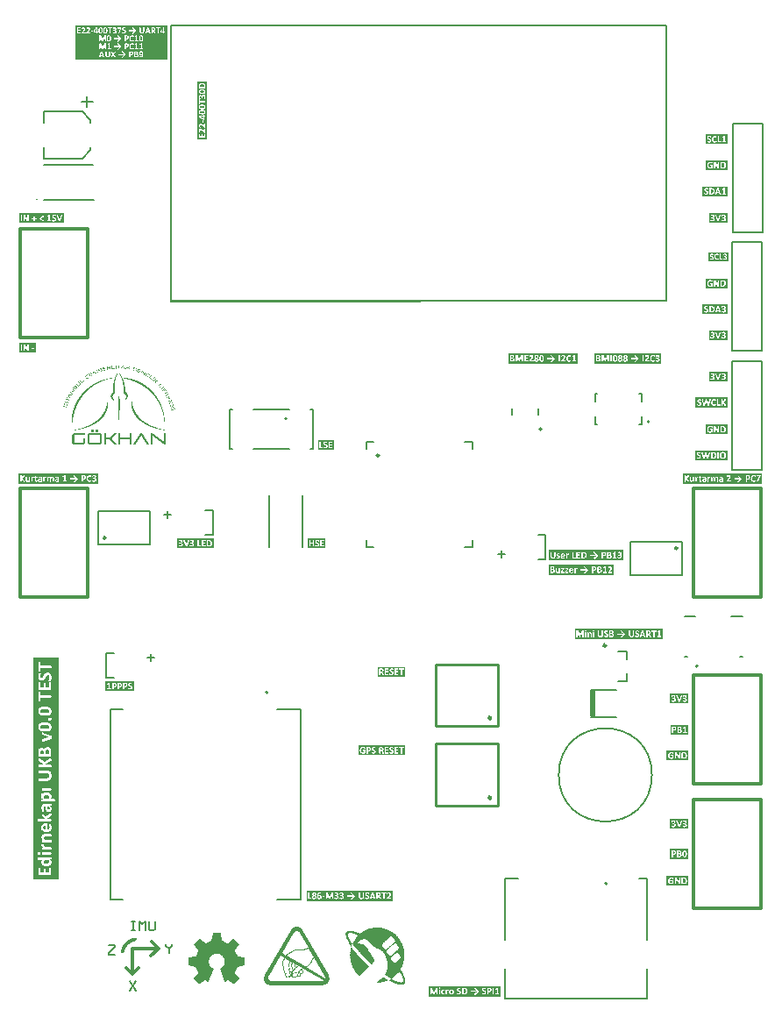
<source format=gbr>
%TF.GenerationSoftware,Altium Limited,Altium Designer,22.7.1 (60)*%
G04 Layer_Color=65535*
%FSLAX45Y45*%
%MOMM*%
%TF.SameCoordinates,C4916FE7-F214-4651-8B13-81D0A890374D*%
%TF.FilePolarity,Positive*%
%TF.FileFunction,Legend,Top*%
%TF.Part,Single*%
G01*
G75*
%TA.AperFunction,NonConductor*%
%ADD74C,0.20000*%
%ADD75C,0.15000*%
%ADD76C,0.25400*%
%ADD77C,0.12700*%
%ADD103C,0.30000*%
%ADD104C,0.25000*%
%ADD105C,0.20320*%
%ADD106C,0.15240*%
%ADD107R,0.55000X2.60000*%
G36*
X1050945Y6182531D02*
X1051505D01*
Y6179734D01*
X1052064D01*
Y6178055D01*
X1051505D01*
Y6177496D01*
X1045911D01*
Y6180853D01*
Y6181412D01*
X1045351D01*
Y6182531D01*
X1045911D01*
Y6183090D01*
X1050945D01*
Y6182531D01*
D02*
G37*
G36*
X1158353Y6167986D02*
X1159471D01*
Y6167427D01*
X1165625D01*
Y6166867D01*
X1167303D01*
Y6166308D01*
X1170660D01*
Y6165748D01*
X1174576D01*
Y6165189D01*
X1177373D01*
Y6164630D01*
X1181848D01*
Y6163511D01*
X1182407D01*
Y6162951D01*
X1181848D01*
Y6160714D01*
X1181288D01*
Y6160154D01*
X1177373D01*
Y6160714D01*
X1173457D01*
Y6161273D01*
X1171778D01*
Y6161832D01*
X1166184D01*
Y6162392D01*
X1163947D01*
Y6162951D01*
X1160590D01*
Y6163511D01*
X1156674D01*
Y6164070D01*
X1153318D01*
Y6163511D01*
X1152199D01*
Y6162951D01*
X1151640D01*
Y6160714D01*
X1151080D01*
Y6158476D01*
X1151640D01*
Y6157357D01*
X1152199D01*
Y6156798D01*
X1153877D01*
Y6156238D01*
X1157234D01*
Y6155679D01*
X1160031D01*
Y6155120D01*
X1164506D01*
Y6154560D01*
X1166744D01*
Y6154001D01*
X1171778D01*
Y6153441D01*
X1174016D01*
Y6152882D01*
X1175694D01*
Y6152322D01*
X1177373D01*
Y6151763D01*
X1177932D01*
Y6151204D01*
X1179051D01*
Y6150644D01*
X1179610D01*
Y6149525D01*
X1180170D01*
Y6148407D01*
X1180729D01*
Y6147288D01*
X1181288D01*
Y6144491D01*
X1180729D01*
Y6142253D01*
X1180170D01*
Y6140015D01*
X1179610D01*
Y6138337D01*
X1179051D01*
Y6137778D01*
X1178491D01*
Y6136659D01*
X1177932D01*
Y6136099D01*
X1176813D01*
Y6135540D01*
X1176254D01*
Y6134981D01*
X1167303D01*
Y6135540D01*
X1164506D01*
Y6136099D01*
X1161709D01*
Y6136659D01*
X1156674D01*
Y6137218D01*
X1154996D01*
Y6137778D01*
X1150521D01*
Y6138337D01*
X1147724D01*
Y6138896D01*
X1143808D01*
Y6139456D01*
X1143248D01*
Y6141694D01*
X1143808D01*
Y6143372D01*
X1148283D01*
Y6142812D01*
X1151080D01*
Y6142253D01*
X1153877D01*
Y6141694D01*
X1158912D01*
Y6141134D01*
X1161150D01*
Y6140575D01*
X1165065D01*
Y6140015D01*
X1168422D01*
Y6139456D01*
X1173457D01*
Y6140015D01*
X1174016D01*
Y6140575D01*
X1174576D01*
Y6142812D01*
X1175135D01*
Y6145050D01*
X1175694D01*
Y6146728D01*
X1175135D01*
Y6147288D01*
X1174576D01*
Y6147847D01*
X1174016D01*
Y6148407D01*
X1172897D01*
Y6148966D01*
X1170660D01*
Y6149525D01*
X1167303D01*
Y6150085D01*
X1163387D01*
Y6150644D01*
X1160590D01*
Y6151204D01*
X1156115D01*
Y6151763D01*
X1153318D01*
Y6152322D01*
X1151080D01*
Y6152882D01*
X1149402D01*
Y6153441D01*
X1148843D01*
Y6154001D01*
X1147724D01*
Y6154560D01*
X1147164D01*
Y6155120D01*
X1146605D01*
Y6156238D01*
X1146045D01*
Y6157357D01*
X1145486D01*
Y6159035D01*
Y6159595D01*
Y6161273D01*
X1146045D01*
Y6164630D01*
X1146605D01*
Y6165189D01*
X1147164D01*
Y6166308D01*
X1147724D01*
Y6166867D01*
X1148283D01*
Y6167427D01*
X1149402D01*
Y6167986D01*
X1150521D01*
Y6168545D01*
X1158353D01*
Y6167986D01*
D02*
G37*
G36*
X1074441Y6174140D02*
X1097936D01*
Y6173580D01*
X1098495D01*
Y6170224D01*
X1097936D01*
Y6169664D01*
X1083391D01*
Y6169105D01*
X1082832D01*
Y6160714D01*
X1082272D01*
Y6158476D01*
Y6157917D01*
Y6143931D01*
X1081713D01*
Y6143372D01*
X1076678D01*
Y6166308D01*
X1077238D01*
Y6169664D01*
X1076119D01*
Y6170224D01*
X1061015D01*
Y6170783D01*
X1060455D01*
Y6173021D01*
X1061015D01*
Y6174140D01*
X1061574D01*
Y6174699D01*
X1074441D01*
Y6174140D01*
D02*
G37*
G36*
X1051505Y6173021D02*
X1052064D01*
Y6163511D01*
X1052623D01*
Y6155679D01*
X1053183D01*
Y6154560D01*
X1052623D01*
Y6150644D01*
X1053183D01*
Y6143372D01*
X1052623D01*
Y6142812D01*
X1048148D01*
Y6143372D01*
X1047589D01*
Y6147847D01*
X1047029D01*
Y6161832D01*
X1046470D01*
Y6170224D01*
X1045911D01*
Y6173021D01*
X1046470D01*
Y6173580D01*
X1051505D01*
Y6173021D01*
D02*
G37*
G36*
X1225482Y6153441D02*
X1227720D01*
Y6152882D01*
X1229958D01*
Y6152322D01*
X1232195D01*
Y6151763D01*
X1233314D01*
Y6151204D01*
X1236111D01*
Y6150644D01*
X1237230D01*
Y6150085D01*
X1239468D01*
Y6149525D01*
X1241146D01*
Y6148966D01*
X1242824D01*
Y6148407D01*
X1245062D01*
Y6147847D01*
X1246740D01*
Y6147288D01*
X1248978D01*
Y6146728D01*
X1250656D01*
Y6146169D01*
X1251775D01*
Y6145609D01*
X1252894D01*
Y6144491D01*
X1252334D01*
Y6142253D01*
X1251775D01*
Y6141694D01*
X1249537D01*
Y6142253D01*
X1248418D01*
Y6142812D01*
X1246181D01*
Y6143372D01*
X1243943D01*
Y6143931D01*
X1242824D01*
Y6144491D01*
X1240027D01*
Y6145050D01*
X1238908D01*
Y6145609D01*
X1237230D01*
Y6146169D01*
X1234992D01*
Y6146728D01*
X1233314D01*
Y6147288D01*
X1231076D01*
Y6147847D01*
X1229958D01*
Y6148407D01*
X1227161D01*
Y6148966D01*
X1224363D01*
Y6148407D01*
X1222685D01*
Y6145609D01*
X1222126D01*
Y6144491D01*
X1221566D01*
Y6142253D01*
X1221007D01*
Y6140575D01*
X1220448D01*
Y6138896D01*
X1219888D01*
Y6136659D01*
X1219329D01*
Y6135540D01*
X1218769D01*
Y6133302D01*
X1218210D01*
Y6131624D01*
X1217650D01*
Y6129946D01*
X1218210D01*
Y6129386D01*
X1218769D01*
Y6128827D01*
X1219329D01*
Y6128268D01*
X1220448D01*
Y6127708D01*
X1221566D01*
Y6127149D01*
X1224363D01*
Y6126589D01*
X1226042D01*
Y6126030D01*
X1227720D01*
Y6125471D01*
X1229958D01*
Y6124911D01*
X1231076D01*
Y6124352D01*
X1233874D01*
Y6123792D01*
X1234992D01*
Y6123233D01*
X1240586D01*
Y6123792D01*
X1241146D01*
Y6124911D01*
X1241705D01*
Y6127149D01*
X1242265D01*
Y6128268D01*
X1242824D01*
Y6131065D01*
X1243384D01*
Y6132184D01*
X1243943D01*
Y6133302D01*
X1244502D01*
Y6133862D01*
X1245062D01*
Y6133302D01*
X1246181D01*
Y6132743D01*
X1247859D01*
Y6132184D01*
X1248978D01*
Y6131624D01*
X1249537D01*
Y6131065D01*
X1248978D01*
Y6129946D01*
X1248418D01*
Y6127708D01*
X1247859D01*
Y6126030D01*
X1247299D01*
Y6124352D01*
X1246740D01*
Y6122114D01*
X1246181D01*
Y6121555D01*
X1245621D01*
Y6120436D01*
X1245062D01*
Y6119876D01*
X1244502D01*
Y6119317D01*
X1243943D01*
Y6118758D01*
X1242265D01*
Y6118198D01*
X1240586D01*
Y6117639D01*
X1240027D01*
Y6118198D01*
X1236671D01*
Y6118758D01*
X1234433D01*
Y6119317D01*
X1232755D01*
Y6119876D01*
X1231636D01*
Y6120436D01*
X1228839D01*
Y6120995D01*
X1227720D01*
Y6121555D01*
X1224923D01*
Y6122114D01*
X1223245D01*
Y6122673D01*
X1221566D01*
Y6123233D01*
X1219888D01*
Y6123792D01*
X1218769D01*
Y6124352D01*
X1217091D01*
Y6124911D01*
X1216532D01*
Y6125471D01*
X1215413D01*
Y6126030D01*
X1214853D01*
Y6126589D01*
X1214294D01*
Y6127149D01*
X1213175D01*
Y6128268D01*
X1212616D01*
Y6129386D01*
X1212056D01*
Y6132184D01*
X1212616D01*
Y6133302D01*
X1213175D01*
Y6136099D01*
X1213735D01*
Y6137218D01*
X1214294D01*
Y6138896D01*
X1214853D01*
Y6141694D01*
X1215413D01*
Y6142812D01*
X1215972D01*
Y6145609D01*
X1216532D01*
Y6146728D01*
X1217091D01*
Y6148966D01*
X1217650D01*
Y6150085D01*
X1218210D01*
Y6151204D01*
X1218769D01*
Y6151763D01*
X1219329D01*
Y6152322D01*
X1219888D01*
Y6152882D01*
X1221007D01*
Y6153441D01*
X1222685D01*
Y6154001D01*
X1225482D01*
Y6153441D01*
D02*
G37*
G36*
X1118075Y6172461D02*
X1120312D01*
Y6171902D01*
X1120872D01*
Y6171342D01*
X1121431D01*
Y6170783D01*
X1121991D01*
Y6169664D01*
X1122550D01*
Y6169105D01*
X1123110D01*
Y6167427D01*
X1123669D01*
Y6166867D01*
X1124228D01*
Y6165748D01*
X1124788D01*
Y6164630D01*
X1125347D01*
Y6164070D01*
X1125907D01*
Y6162392D01*
X1126466D01*
Y6161832D01*
X1127025D01*
Y6160714D01*
X1127585D01*
Y6159595D01*
X1128144D01*
Y6159035D01*
X1128704D01*
Y6157357D01*
X1129263D01*
Y6156798D01*
X1129822D01*
Y6155679D01*
X1130382D01*
Y6154560D01*
X1130941D01*
Y6154001D01*
X1131501D01*
Y6152322D01*
X1132060D01*
Y6151763D01*
X1132620D01*
Y6150085D01*
X1133179D01*
Y6149525D01*
X1133738D01*
Y6148966D01*
X1134298D01*
Y6147288D01*
X1134857D01*
Y6146728D01*
X1135417D01*
Y6145609D01*
X1135976D01*
Y6144491D01*
X1136535D01*
Y6143372D01*
X1137095D01*
Y6142253D01*
X1137654D01*
Y6141694D01*
X1138214D01*
Y6140575D01*
X1137654D01*
Y6140015D01*
X1135976D01*
Y6140575D01*
X1132620D01*
Y6141134D01*
X1132060D01*
Y6141694D01*
X1131501D01*
Y6142812D01*
X1130941D01*
Y6143931D01*
X1130382D01*
Y6145050D01*
X1129822D01*
Y6146169D01*
X1129263D01*
Y6147288D01*
X1128704D01*
Y6148407D01*
X1128144D01*
Y6148966D01*
X1127585D01*
Y6150644D01*
X1127025D01*
Y6151204D01*
X1126466D01*
Y6152322D01*
X1125907D01*
Y6153441D01*
X1125347D01*
Y6154001D01*
X1124788D01*
Y6155679D01*
X1124228D01*
Y6156238D01*
X1123669D01*
Y6157357D01*
X1123110D01*
Y6158476D01*
X1122550D01*
Y6159595D01*
X1121991D01*
Y6160714D01*
X1121431D01*
Y6161832D01*
X1120872D01*
Y6162951D01*
X1120312D01*
Y6164070D01*
X1119753D01*
Y6164630D01*
X1119194D01*
Y6166308D01*
X1118075D01*
Y6165748D01*
X1117515D01*
Y6165189D01*
X1116956D01*
Y6164630D01*
X1116397D01*
Y6163511D01*
X1115837D01*
Y6162951D01*
X1115278D01*
Y6162392D01*
X1114718D01*
Y6161832D01*
X1114159D01*
Y6160714D01*
X1113599D01*
Y6160154D01*
X1113040D01*
Y6159595D01*
X1112481D01*
Y6158476D01*
X1111921D01*
Y6157917D01*
X1111362D01*
Y6157357D01*
X1110802D01*
Y6156798D01*
X1110243D01*
Y6155679D01*
X1109684D01*
Y6155120D01*
X1109124D01*
Y6154560D01*
X1108565D01*
Y6153441D01*
X1108005D01*
Y6152882D01*
X1107446D01*
Y6152322D01*
X1106887D01*
Y6151204D01*
X1106327D01*
Y6150644D01*
X1105768D01*
Y6150085D01*
X1105208D01*
Y6149525D01*
X1104649D01*
Y6148407D01*
X1104089D01*
Y6147847D01*
X1103530D01*
Y6147288D01*
X1102971D01*
Y6146169D01*
X1102411D01*
Y6145609D01*
X1101852D01*
Y6145050D01*
X1101292D01*
Y6144491D01*
X1100733D01*
Y6143372D01*
X1094579D01*
Y6144491D01*
X1095139D01*
Y6145609D01*
X1095698D01*
Y6146169D01*
X1096258D01*
Y6146728D01*
X1096817D01*
Y6147288D01*
X1097377D01*
Y6147847D01*
Y6148407D01*
X1097936D01*
Y6148966D01*
X1098495D01*
Y6149525D01*
X1099055D01*
Y6150644D01*
X1099614D01*
Y6151204D01*
X1100174D01*
Y6151763D01*
X1100733D01*
Y6152322D01*
X1101292D01*
Y6152882D01*
X1101852D01*
Y6154001D01*
X1102411D01*
Y6154560D01*
X1102971D01*
Y6155120D01*
X1103530D01*
Y6156238D01*
X1104089D01*
Y6156798D01*
X1104649D01*
Y6157917D01*
X1105208D01*
Y6158476D01*
X1105768D01*
Y6159035D01*
X1106327D01*
Y6159595D01*
X1106887D01*
Y6160154D01*
X1107446D01*
Y6161273D01*
X1108005D01*
Y6161832D01*
X1108565D01*
Y6162951D01*
X1109124D01*
Y6163511D01*
X1109684D01*
Y6164070D01*
X1110243D01*
Y6164630D01*
X1110802D01*
Y6165189D01*
X1111362D01*
Y6166308D01*
X1111921D01*
Y6166867D01*
X1112481D01*
Y6167427D01*
X1113040D01*
Y6168545D01*
X1113599D01*
Y6169105D01*
X1114159D01*
Y6169664D01*
X1114718D01*
Y6170224D01*
X1115278D01*
Y6171342D01*
X1115837D01*
Y6171902D01*
X1116397D01*
Y6172461D01*
X1117515D01*
Y6173021D01*
X1118075D01*
Y6172461D01*
D02*
G37*
G36*
X1011786Y6169664D02*
X1012346D01*
Y6166308D01*
X1012905D01*
Y6161832D01*
X1013465D01*
Y6154560D01*
X1014024D01*
Y6151204D01*
X1014583D01*
Y6144491D01*
X1019618D01*
Y6145050D01*
X1022975D01*
Y6145609D01*
X1030247D01*
Y6146169D01*
X1034163D01*
Y6146728D01*
X1039757D01*
Y6145050D01*
X1040316D01*
Y6143372D01*
X1039757D01*
Y6142253D01*
X1035841D01*
Y6141694D01*
X1028569D01*
Y6141134D01*
X1025212D01*
Y6140575D01*
X1017940D01*
Y6140015D01*
X1012346D01*
Y6139456D01*
X1009549D01*
Y6140575D01*
X1008989D01*
Y6146728D01*
X1008430D01*
Y6150085D01*
X1007870D01*
Y6159595D01*
X1007311D01*
Y6163511D01*
X1006752D01*
Y6168545D01*
X1006192D01*
Y6169105D01*
X1006752D01*
Y6170224D01*
X1009549D01*
Y6170783D01*
X1011786D01*
Y6169664D01*
D02*
G37*
G36*
X993326Y6166867D02*
X994445D01*
Y6166308D01*
X995004D01*
Y6165748D01*
X995563D01*
Y6165189D01*
X996123D01*
Y6164630D01*
X996682D01*
Y6164070D01*
X997242D01*
Y6161273D01*
X997801D01*
Y6159595D01*
X998360D01*
Y6156238D01*
X997801D01*
Y6155120D01*
X997242D01*
Y6154001D01*
X996682D01*
Y6153441D01*
X996123D01*
Y6152882D01*
X995563D01*
Y6152322D01*
X994445D01*
Y6151763D01*
X993885D01*
Y6151204D01*
X992207D01*
Y6149525D01*
X992766D01*
Y6148966D01*
X993326D01*
Y6148407D01*
X993885D01*
Y6147847D01*
X994445D01*
Y6146728D01*
X995004D01*
Y6146169D01*
X995563D01*
Y6145609D01*
X996123D01*
Y6144491D01*
X996682D01*
Y6143931D01*
X997242D01*
Y6143372D01*
X997801D01*
Y6142812D01*
X998360D01*
Y6141694D01*
X998920D01*
Y6141134D01*
X999479D01*
Y6140575D01*
X1000039D01*
Y6139456D01*
X1000598D01*
Y6138337D01*
X999479D01*
Y6137778D01*
X995004D01*
Y6138337D01*
X994445D01*
Y6138896D01*
X993885D01*
Y6139456D01*
X993326D01*
Y6140575D01*
X992766D01*
Y6141134D01*
X992207D01*
Y6141694D01*
X991647D01*
Y6142812D01*
X991088D01*
Y6143372D01*
X990529D01*
Y6143931D01*
X989969D01*
Y6145050D01*
X989410D01*
Y6145609D01*
X988850D01*
Y6146169D01*
X988291D01*
Y6146728D01*
X987732D01*
Y6147847D01*
X987172D01*
Y6148407D01*
X986613D01*
Y6148966D01*
X986053D01*
Y6149525D01*
X983256D01*
Y6148966D01*
X980459D01*
Y6148407D01*
X975984D01*
Y6147847D01*
X974306D01*
Y6147288D01*
X970390D01*
Y6146728D01*
X969830D01*
Y6145050D01*
X970390D01*
Y6144491D01*
Y6140575D01*
X970949D01*
Y6137778D01*
X971509D01*
Y6133302D01*
X970949D01*
Y6132743D01*
X967593D01*
Y6132184D01*
X967033D01*
Y6132743D01*
X966474D01*
Y6134981D01*
X965914D01*
Y6137218D01*
X965355D01*
Y6140015D01*
X964796D01*
Y6144491D01*
X964236D01*
Y6146169D01*
X963677D01*
Y6150644D01*
X963117D01*
Y6153441D01*
X962558D01*
Y6156238D01*
X961999D01*
Y6159595D01*
X961439D01*
Y6162951D01*
X963677D01*
Y6163511D01*
X967593D01*
Y6164070D01*
X969830D01*
Y6164630D01*
X973746D01*
Y6165189D01*
X977103D01*
Y6165748D01*
X980459D01*
Y6166308D01*
X983256D01*
Y6166867D01*
X986053D01*
Y6167427D01*
X993326D01*
Y6166867D01*
D02*
G37*
G36*
X1265201Y6141134D02*
X1266320D01*
Y6140575D01*
X1267998D01*
Y6140015D01*
X1269117D01*
Y6139456D01*
X1270235D01*
Y6138896D01*
X1272473D01*
Y6138337D01*
X1273592D01*
Y6137778D01*
X1275270D01*
Y6137218D01*
X1275830D01*
Y6136659D01*
X1277508D01*
Y6136099D01*
X1279186D01*
Y6135540D01*
X1280305D01*
Y6134981D01*
X1281983D01*
Y6134421D01*
X1283102D01*
Y6133862D01*
X1285340D01*
Y6133302D01*
X1286458D01*
Y6132743D01*
X1287577D01*
Y6132184D01*
X1289255D01*
Y6131624D01*
X1290374D01*
Y6131065D01*
X1292053D01*
Y6130505D01*
X1292612D01*
Y6128827D01*
X1292053D01*
Y6127149D01*
X1290934D01*
Y6126589D01*
X1289815D01*
Y6127149D01*
X1288137D01*
Y6127708D01*
X1287577D01*
Y6128268D01*
X1285340D01*
Y6128827D01*
X1284221D01*
Y6129386D01*
X1283102D01*
Y6129946D01*
X1281424D01*
Y6130505D01*
X1280305D01*
Y6131065D01*
X1278067D01*
Y6131624D01*
X1277508D01*
Y6132184D01*
X1275830D01*
Y6132743D01*
X1274151D01*
Y6133302D01*
X1273592D01*
Y6133862D01*
X1271354D01*
Y6134421D01*
X1270235D01*
Y6134981D01*
X1268557D01*
Y6135540D01*
X1267438D01*
Y6134981D01*
X1266879D01*
Y6134421D01*
X1266320D01*
Y6133302D01*
X1265760D01*
Y6131065D01*
X1265201D01*
Y6129946D01*
X1264641D01*
Y6128268D01*
X1265760D01*
Y6127708D01*
X1266320D01*
Y6127149D01*
X1268557D01*
Y6126589D01*
X1269676D01*
Y6126030D01*
X1271354D01*
Y6125471D01*
X1273033D01*
Y6124911D01*
X1273592D01*
Y6124352D01*
X1275830D01*
Y6123792D01*
X1276389D01*
Y6123233D01*
X1278627D01*
Y6122673D01*
X1279745D01*
Y6122114D01*
X1280864D01*
Y6121555D01*
X1283102D01*
Y6120995D01*
X1283661D01*
Y6120436D01*
X1285899D01*
Y6119876D01*
X1287018D01*
Y6117639D01*
X1286458D01*
Y6117079D01*
X1285899D01*
Y6115960D01*
X1285340D01*
Y6115401D01*
X1284780D01*
Y6115960D01*
X1283661D01*
Y6116520D01*
X1281424D01*
Y6117079D01*
X1280864D01*
Y6117639D01*
X1278627D01*
Y6118198D01*
X1278067D01*
Y6118758D01*
X1276389D01*
Y6119317D01*
X1274711D01*
Y6119876D01*
X1273592D01*
Y6120436D01*
X1271914D01*
Y6120995D01*
X1270795D01*
Y6121555D01*
X1268557D01*
Y6122114D01*
X1267998D01*
Y6122673D01*
X1266320D01*
Y6123233D01*
X1264641D01*
Y6123792D01*
X1262404D01*
Y6123233D01*
X1261844D01*
Y6121555D01*
X1261285D01*
Y6119876D01*
X1260725D01*
Y6119317D01*
X1260166D01*
Y6117079D01*
X1259607D01*
Y6116520D01*
X1259047D01*
Y6115401D01*
X1259607D01*
Y6114842D01*
X1261285D01*
Y6114282D01*
X1262404D01*
Y6113723D01*
X1264082D01*
Y6113163D01*
X1265201D01*
Y6112604D01*
X1266879D01*
Y6112045D01*
X1268557D01*
Y6111485D01*
X1269117D01*
Y6110926D01*
X1271354D01*
Y6110366D01*
X1272473D01*
Y6109807D01*
X1274151D01*
Y6109247D01*
X1275270D01*
Y6108688D01*
X1276389D01*
Y6108129D01*
X1278067D01*
Y6107569D01*
X1279745D01*
Y6107010D01*
X1281424D01*
Y6106450D01*
X1282543D01*
Y6105891D01*
X1283102D01*
Y6104213D01*
X1282543D01*
Y6103094D01*
X1281983D01*
Y6101975D01*
X1280305D01*
Y6102534D01*
X1279186D01*
Y6103094D01*
X1277508D01*
Y6103653D01*
X1276389D01*
Y6104213D01*
X1274711D01*
Y6104772D01*
X1273592D01*
Y6105332D01*
X1271914D01*
Y6105891D01*
X1270235D01*
Y6106450D01*
X1269117D01*
Y6107010D01*
X1267438D01*
Y6107569D01*
X1266320D01*
Y6108129D01*
X1264641D01*
Y6108688D01*
X1263522D01*
Y6109247D01*
X1261844D01*
Y6109807D01*
X1260166D01*
Y6110366D01*
X1259607D01*
Y6110926D01*
X1257369D01*
Y6111485D01*
X1256250D01*
Y6112045D01*
X1254572D01*
Y6112604D01*
X1253453D01*
Y6113163D01*
X1252894D01*
Y6113723D01*
X1252334D01*
Y6114282D01*
X1252894D01*
Y6115401D01*
X1253453D01*
Y6117079D01*
X1254012D01*
Y6118198D01*
X1254572D01*
Y6119317D01*
X1255131D01*
Y6120995D01*
X1255691D01*
Y6122114D01*
X1256250D01*
Y6124352D01*
X1256810D01*
Y6124911D01*
X1257369D01*
Y6127149D01*
X1257928D01*
Y6128268D01*
X1258488D01*
Y6129386D01*
X1259047D01*
Y6131065D01*
X1259607D01*
Y6132184D01*
X1260166D01*
Y6133862D01*
X1260725D01*
Y6135540D01*
X1261285D01*
Y6136659D01*
X1261844D01*
Y6138337D01*
X1262404D01*
Y6139456D01*
X1262963D01*
Y6141134D01*
X1263522D01*
Y6141694D01*
X1265201D01*
Y6141134D01*
D02*
G37*
G36*
X1160590Y6134421D02*
X1162268D01*
Y6133862D01*
X1162828D01*
Y6132184D01*
X1162268D01*
Y6131065D01*
X1161709D01*
Y6130505D01*
X1161150D01*
Y6129946D01*
X1160590D01*
Y6128827D01*
X1160031D01*
Y6128268D01*
X1159471D01*
Y6127708D01*
X1158912D01*
Y6127149D01*
X1158353D01*
Y6126589D01*
X1157793D01*
Y6126030D01*
X1156674D01*
Y6126589D01*
X1156115D01*
Y6129386D01*
X1156674D01*
Y6133302D01*
Y6133862D01*
X1157234D01*
Y6134981D01*
X1160590D01*
Y6134421D01*
D02*
G37*
G36*
X951370Y6157917D02*
X951929D01*
Y6156798D01*
X951370D01*
Y6156238D01*
X950810D01*
Y6155679D01*
X949132D01*
Y6155120D01*
X946335D01*
Y6154560D01*
X944657D01*
Y6154001D01*
X941860D01*
Y6153441D01*
X940181D01*
Y6152882D01*
X937944D01*
Y6152322D01*
X935706D01*
Y6151763D01*
X934028D01*
Y6151204D01*
X931231D01*
Y6150644D01*
X929552D01*
Y6150085D01*
X927874D01*
Y6149525D01*
X927315D01*
Y6146728D01*
X927874D01*
Y6145609D01*
X928434D01*
Y6143372D01*
X928993D01*
Y6142253D01*
X930671D01*
Y6142812D01*
X932350D01*
Y6143372D01*
X935147D01*
Y6143931D01*
X936265D01*
Y6144491D01*
X939622D01*
Y6145050D01*
X940741D01*
Y6145609D01*
X943538D01*
Y6146169D01*
X945776D01*
Y6146728D01*
X947454D01*
Y6147288D01*
X950251D01*
Y6147847D01*
X951370D01*
Y6148407D01*
X952489D01*
Y6147847D01*
X953048D01*
Y6146169D01*
X953607D01*
Y6143931D01*
X953048D01*
Y6143372D01*
X950251D01*
Y6142812D01*
X948013D01*
Y6142253D01*
X946335D01*
Y6141694D01*
X943538D01*
Y6141134D01*
X941860D01*
Y6140575D01*
X939063D01*
Y6140015D01*
X937384D01*
Y6139456D01*
X935706D01*
Y6138896D01*
X932909D01*
Y6138337D01*
X931231D01*
Y6137778D01*
X930112D01*
Y6136099D01*
X930671D01*
Y6134981D01*
X931231D01*
Y6131624D01*
X931790D01*
Y6129946D01*
X932350D01*
Y6128827D01*
X934587D01*
Y6129386D01*
X936825D01*
Y6129946D01*
X939063D01*
Y6130505D01*
X940741D01*
Y6131065D01*
X943538D01*
Y6131624D01*
X945216D01*
Y6132184D01*
X948013D01*
Y6132743D01*
X950251D01*
Y6133302D01*
X951370D01*
Y6133862D01*
X954167D01*
Y6134421D01*
X955845D01*
Y6134981D01*
X957523D01*
Y6134421D01*
X958083D01*
Y6132184D01*
X958642D01*
Y6131624D01*
X958083D01*
Y6130505D01*
X956964D01*
Y6129946D01*
X954167D01*
Y6129386D01*
X952489D01*
Y6128827D01*
X950810D01*
Y6128268D01*
X948013D01*
Y6127708D01*
X946335D01*
Y6127149D01*
X943538D01*
Y6126589D01*
X941860D01*
Y6126030D01*
X939622D01*
Y6125471D01*
X936825D01*
Y6124911D01*
X935706D01*
Y6124352D01*
X932350D01*
Y6123792D01*
X931231D01*
Y6123233D01*
X927874D01*
Y6124911D01*
X927315D01*
Y6127708D01*
X926755D01*
Y6129386D01*
X926196D01*
Y6131624D01*
X925637D01*
Y6133862D01*
X925077D01*
Y6135540D01*
X924518D01*
Y6138337D01*
X923958D01*
Y6140015D01*
X923399D01*
Y6142812D01*
X922839D01*
Y6144491D01*
X922280D01*
Y6146169D01*
X921721D01*
Y6148966D01*
X921161D01*
Y6150644D01*
X920602D01*
Y6152322D01*
X921161D01*
Y6152882D01*
X922280D01*
Y6153441D01*
X924518D01*
Y6154001D01*
X926755D01*
Y6154560D01*
X928434D01*
Y6155120D01*
X931231D01*
Y6155679D01*
X932909D01*
Y6156238D01*
X935147D01*
Y6156798D01*
X937384D01*
Y6157357D01*
X939063D01*
Y6157917D01*
X942419D01*
Y6158476D01*
X944097D01*
Y6159035D01*
X946335D01*
Y6159595D01*
X948013D01*
Y6160154D01*
X951370D01*
Y6157917D01*
D02*
G37*
G36*
X908295Y6146728D02*
X909414D01*
Y6146169D01*
X909973D01*
Y6145609D01*
X910532D01*
Y6145050D01*
X911092D01*
Y6143372D01*
X911651D01*
Y6142812D01*
X912211D01*
Y6141134D01*
X912770D01*
Y6138896D01*
X913329D01*
Y6137778D01*
X912770D01*
Y6136099D01*
X912211D01*
Y6134421D01*
X912770D01*
Y6133862D01*
X914448D01*
Y6133302D01*
X915008D01*
Y6132743D01*
X915567D01*
Y6132184D01*
X916126D01*
Y6131065D01*
X916686D01*
Y6128827D01*
X917245D01*
Y6127708D01*
X917805D01*
Y6125471D01*
X918364D01*
Y6123792D01*
X917805D01*
Y6121555D01*
X917245D01*
Y6120995D01*
X916686D01*
Y6120436D01*
X916126D01*
Y6119876D01*
X915567D01*
Y6119317D01*
X915008D01*
Y6118758D01*
X913889D01*
Y6118198D01*
X912770D01*
Y6117639D01*
X911092D01*
Y6117079D01*
X909973D01*
Y6116520D01*
X908295D01*
Y6115960D01*
X906616D01*
Y6115401D01*
X905498D01*
Y6114842D01*
X903260D01*
Y6114282D01*
X902141D01*
Y6113723D01*
X899903D01*
Y6113163D01*
X898785D01*
Y6112604D01*
X897106D01*
Y6112045D01*
X894869D01*
Y6111485D01*
X894309D01*
Y6110926D01*
X892072D01*
Y6110366D01*
X890393D01*
Y6109807D01*
X888715D01*
Y6109247D01*
X887037D01*
Y6110366D01*
X886478D01*
Y6111485D01*
X885918D01*
Y6113723D01*
X885359D01*
Y6114842D01*
X884799D01*
Y6116520D01*
X884240D01*
Y6118198D01*
X883680D01*
Y6119876D01*
X883121D01*
Y6121555D01*
X882562D01*
Y6123233D01*
X882002D01*
Y6124352D01*
X881443D01*
Y6126589D01*
X880883D01*
Y6127708D01*
X880324D01*
Y6129946D01*
X879765D01*
Y6131065D01*
X879205D01*
Y6132743D01*
X878646D01*
Y6134421D01*
X878086D01*
Y6135540D01*
X877527D01*
Y6138337D01*
X878646D01*
Y6138896D01*
X880324D01*
Y6139456D01*
X882002D01*
Y6140015D01*
X883121D01*
Y6140575D01*
X885359D01*
Y6141134D01*
X886478D01*
Y6141694D01*
X888715D01*
Y6142253D01*
X889834D01*
Y6142812D01*
X891512D01*
Y6143372D01*
X893190D01*
Y6143931D01*
X894309D01*
Y6144491D01*
X896547D01*
Y6145050D01*
X898225D01*
Y6145609D01*
X899903D01*
Y6146169D01*
X901582D01*
Y6146728D01*
X903260D01*
Y6147288D01*
X908295D01*
Y6146728D01*
D02*
G37*
G36*
X866339Y6133302D02*
X866898D01*
Y6131624D01*
X867457D01*
Y6131065D01*
X868017D01*
Y6129386D01*
X868576D01*
Y6128268D01*
X869136D01*
Y6127149D01*
X869695D01*
Y6125471D01*
X870255D01*
Y6124911D01*
X870814D01*
Y6123233D01*
X871373D01*
Y6122114D01*
X871933D01*
Y6120995D01*
X872492D01*
Y6119317D01*
X873052D01*
Y6118758D01*
X873611D01*
Y6117079D01*
X874170D01*
Y6116520D01*
X874730D01*
Y6114842D01*
X875289D01*
Y6113723D01*
X875849D01*
Y6112604D01*
X876408D01*
Y6110926D01*
X876968D01*
Y6110366D01*
X877527D01*
Y6108688D01*
X878086D01*
Y6107569D01*
X878646D01*
Y6105891D01*
X878086D01*
Y6105332D01*
X876408D01*
Y6104772D01*
X875289D01*
Y6104213D01*
X874170D01*
Y6104772D01*
X873611D01*
Y6106450D01*
X873052D01*
Y6107569D01*
X872492D01*
Y6108688D01*
X871933D01*
Y6109807D01*
X871373D01*
Y6110926D01*
X870814D01*
Y6112604D01*
X870255D01*
Y6113163D01*
X869695D01*
Y6115401D01*
X869136D01*
Y6115960D01*
X868576D01*
Y6117079D01*
X868017D01*
Y6118758D01*
X867457D01*
Y6119317D01*
X866898D01*
Y6120995D01*
X866339D01*
Y6122114D01*
X865779D01*
Y6122673D01*
X864660D01*
Y6120436D01*
X864101D01*
Y6117079D01*
X863542D01*
Y6114842D01*
X862982D01*
Y6111485D01*
X862423D01*
Y6109247D01*
X861863D01*
Y6106450D01*
X861304D01*
Y6103653D01*
X860745D01*
Y6101416D01*
X860185D01*
Y6100297D01*
Y6099737D01*
Y6098059D01*
X859626D01*
Y6097500D01*
X859066D01*
Y6096940D01*
X858507D01*
Y6096381D01*
X856829D01*
Y6095822D01*
X854591D01*
Y6096381D01*
X853472D01*
Y6096940D01*
X852913D01*
Y6097500D01*
X851235D01*
Y6098059D01*
X850675D01*
Y6098619D01*
X849556D01*
Y6099178D01*
X848437D01*
Y6099737D01*
X847878D01*
Y6100297D01*
X846759D01*
Y6100856D01*
X845640D01*
Y6101416D01*
X844522D01*
Y6101975D01*
X843403D01*
Y6102534D01*
X842843D01*
Y6103094D01*
X841725D01*
Y6103653D01*
X840606D01*
Y6104213D01*
X839487D01*
Y6104772D01*
X838927D01*
Y6105332D01*
X837809D01*
Y6105891D01*
X836690D01*
Y6106450D01*
X835571D01*
Y6107010D01*
X834452D01*
Y6107569D01*
X833333D01*
Y6108129D01*
X832214D01*
Y6107010D01*
X832774D01*
Y6106450D01*
X833333D01*
Y6104772D01*
X833893D01*
Y6104213D01*
X834452D01*
Y6102534D01*
X835012D01*
Y6101416D01*
X835571D01*
Y6100297D01*
X836130D01*
Y6098619D01*
X836690D01*
Y6098059D01*
X837249D01*
Y6096381D01*
X837809D01*
Y6095262D01*
X838368D01*
Y6094143D01*
X838927D01*
Y6092465D01*
X839487D01*
Y6091906D01*
X840046D01*
Y6090227D01*
X840606D01*
Y6088549D01*
X840046D01*
Y6087990D01*
X838368D01*
Y6087430D01*
X837809D01*
Y6086871D01*
X836130D01*
Y6087990D01*
X835571D01*
Y6089109D01*
X835012D01*
Y6090227D01*
X834452D01*
Y6091906D01*
X833893D01*
Y6092465D01*
X833333D01*
Y6094143D01*
X832774D01*
Y6095262D01*
X832214D01*
Y6096381D01*
X831655D01*
Y6097500D01*
X831096D01*
Y6098619D01*
X830536D01*
Y6100297D01*
X829977D01*
Y6101416D01*
X829417D01*
Y6102534D01*
X828858D01*
Y6103653D01*
X828299D01*
Y6105332D01*
X827739D01*
Y6106450D01*
X827180D01*
Y6107010D01*
X826620D01*
Y6109247D01*
X826061D01*
Y6109807D01*
X825502D01*
Y6111485D01*
X824942D01*
Y6112604D01*
X824383D01*
Y6113163D01*
X823823D01*
Y6114842D01*
X824383D01*
Y6115401D01*
X825502D01*
Y6115960D01*
X826620D01*
Y6116520D01*
X829417D01*
Y6115960D01*
X830536D01*
Y6115401D01*
X831655D01*
Y6114842D01*
X832774D01*
Y6114282D01*
X833333D01*
Y6113723D01*
X834452D01*
Y6113163D01*
X835571D01*
Y6112604D01*
X836690D01*
Y6112045D01*
X837809D01*
Y6111485D01*
X838368D01*
Y6110926D01*
X839487D01*
Y6110366D01*
X840046D01*
Y6109807D01*
X841725D01*
Y6109247D01*
X842284D01*
Y6108688D01*
X843403D01*
Y6108129D01*
X844522D01*
Y6107569D01*
X845081D01*
Y6107010D01*
X846759D01*
Y6106450D01*
X847319D01*
Y6105891D01*
X848437D01*
Y6105332D01*
X849556D01*
Y6104772D01*
X850116D01*
Y6104213D01*
X851794D01*
Y6103653D01*
X852353D01*
Y6103094D01*
X853472D01*
Y6102534D01*
X854591D01*
Y6101975D01*
X855710D01*
Y6102534D01*
X856269D01*
Y6105891D01*
X856829D01*
Y6108129D01*
X857388D01*
Y6111485D01*
X857947D01*
Y6113723D01*
X858507D01*
Y6116520D01*
X859066D01*
Y6119317D01*
X859626D01*
Y6121555D01*
X860185D01*
Y6125471D01*
X860745D01*
Y6127149D01*
X861304D01*
Y6131065D01*
X861863D01*
Y6132184D01*
X862982D01*
Y6132743D01*
X863542D01*
Y6133302D01*
X864660D01*
Y6133862D01*
X866339D01*
Y6133302D01*
D02*
G37*
G36*
X1353588Y6099178D02*
X1354707D01*
Y6098619D01*
X1356385D01*
Y6098059D01*
X1356944D01*
Y6097500D01*
X1358063D01*
Y6096940D01*
X1358623D01*
Y6096381D01*
X1359742D01*
Y6095822D01*
X1360860D01*
Y6095262D01*
X1361420D01*
Y6094703D01*
X1362539D01*
Y6094143D01*
X1363657D01*
Y6093584D01*
X1364776D01*
Y6093024D01*
X1365336D01*
Y6092465D01*
X1366454D01*
Y6091906D01*
X1367573D01*
Y6091346D01*
X1368133D01*
Y6090787D01*
X1369252D01*
Y6090227D01*
X1369811D01*
Y6089668D01*
X1370930D01*
Y6089109D01*
X1372049D01*
Y6088549D01*
X1372608D01*
Y6087990D01*
X1373727D01*
Y6087430D01*
X1374286D01*
Y6086871D01*
X1375964D01*
Y6086311D01*
X1376524D01*
Y6085752D01*
X1377643D01*
Y6085193D01*
X1378202D01*
Y6083514D01*
X1377643D01*
Y6082955D01*
X1377083D01*
Y6081836D01*
X1376524D01*
Y6081277D01*
X1375405D01*
Y6081836D01*
X1374846D01*
Y6082396D01*
X1373727D01*
Y6082955D01*
X1372608D01*
Y6083514D01*
X1372049D01*
Y6084074D01*
X1370930D01*
Y6084633D01*
X1369811D01*
Y6085193D01*
X1368692D01*
Y6085752D01*
X1368133D01*
Y6086311D01*
X1367573D01*
Y6086871D01*
X1365895D01*
Y6087430D01*
X1365336D01*
Y6087990D01*
X1364217D01*
Y6088549D01*
X1363657D01*
Y6089109D01*
X1362539D01*
Y6089668D01*
X1361420D01*
Y6090227D01*
X1360860D01*
Y6090787D01*
X1359742D01*
Y6091346D01*
X1359182D01*
Y6091906D01*
X1358063D01*
Y6092465D01*
X1356944D01*
Y6093024D01*
X1356385D01*
Y6093584D01*
X1354707D01*
Y6094143D01*
X1354147D01*
Y6094703D01*
X1351350D01*
Y6094143D01*
X1350791D01*
Y6093584D01*
X1350231D01*
Y6093024D01*
X1349672D01*
Y6092465D01*
X1349113D01*
Y6091346D01*
X1348553D01*
Y6090227D01*
X1347994D01*
Y6089668D01*
X1347434D01*
Y6088549D01*
X1346875D01*
Y6087990D01*
X1346316D01*
Y6086871D01*
X1345756D01*
Y6085752D01*
X1345197D01*
Y6085193D01*
X1344637D01*
Y6084074D01*
X1344078D01*
Y6083514D01*
X1343519D01*
Y6081836D01*
X1342959D01*
Y6081277D01*
X1342400D01*
Y6080158D01*
X1341840D01*
Y6079039D01*
X1341281D01*
Y6077361D01*
X1341840D01*
Y6076242D01*
X1342400D01*
Y6075683D01*
X1343519D01*
Y6075123D01*
X1344078D01*
Y6074564D01*
X1345197D01*
Y6074004D01*
X1345756D01*
Y6073445D01*
X1346875D01*
Y6072885D01*
X1347994D01*
Y6072326D01*
X1348553D01*
Y6071767D01*
X1349672D01*
Y6071207D01*
X1350231D01*
Y6070648D01*
X1351350D01*
Y6070088D01*
X1352469D01*
Y6069529D01*
X1353588D01*
Y6068970D01*
X1354147D01*
Y6068410D01*
X1355266D01*
Y6067851D01*
X1356385D01*
Y6067291D01*
X1356944D01*
Y6066732D01*
X1358063D01*
Y6066173D01*
X1358623D01*
Y6065613D01*
X1359742D01*
Y6065054D01*
X1360860D01*
Y6064494D01*
X1361420D01*
Y6063935D01*
X1362539D01*
Y6063375D01*
X1363098D01*
Y6062816D01*
X1364217D01*
Y6062257D01*
X1364776D01*
Y6061138D01*
X1364217D01*
Y6060578D01*
X1363657D01*
Y6059460D01*
X1363098D01*
Y6058900D01*
X1361420D01*
Y6059460D01*
X1360860D01*
Y6060019D01*
X1359742D01*
Y6060578D01*
X1359182D01*
Y6061138D01*
X1357504D01*
Y6061697D01*
X1356944D01*
Y6062257D01*
X1355826D01*
Y6062816D01*
X1354707D01*
Y6063375D01*
X1354147D01*
Y6063935D01*
X1353029D01*
Y6064494D01*
X1352469D01*
Y6065054D01*
X1351350D01*
Y6065613D01*
X1350231D01*
Y6066173D01*
X1349672D01*
Y6066732D01*
X1348553D01*
Y6067291D01*
X1347994D01*
Y6067851D01*
X1346875D01*
Y6068410D01*
X1345756D01*
Y6068970D01*
X1345197D01*
Y6069529D01*
X1344078D01*
Y6070088D01*
X1342959D01*
Y6070648D01*
X1341840D01*
Y6071207D01*
X1341281D01*
Y6071767D01*
X1340162D01*
Y6072326D01*
X1339603D01*
Y6072885D01*
X1339043D01*
Y6073445D01*
X1338484D01*
Y6074004D01*
X1337924D01*
Y6074564D01*
X1337365D01*
Y6075123D01*
X1336806D01*
Y6076242D01*
X1336246D01*
Y6077361D01*
X1335687D01*
Y6080158D01*
X1336246D01*
Y6081277D01*
X1336806D01*
Y6082955D01*
X1337365D01*
Y6083514D01*
X1337924D01*
Y6084633D01*
X1338484D01*
Y6085752D01*
X1339043D01*
Y6086311D01*
X1339603D01*
Y6087430D01*
X1340162D01*
Y6087990D01*
X1340721D01*
Y6089109D01*
X1341281D01*
Y6090227D01*
X1341840D01*
Y6090787D01*
X1342400D01*
Y6091906D01*
X1342959D01*
Y6092465D01*
X1343519D01*
Y6094143D01*
X1344078D01*
Y6094703D01*
X1344637D01*
Y6095822D01*
X1345197D01*
Y6096381D01*
X1345756D01*
Y6097500D01*
X1346316D01*
Y6098059D01*
X1346875D01*
Y6098619D01*
X1347994D01*
Y6099178D01*
X1349113D01*
Y6099737D01*
X1353588D01*
Y6099178D01*
D02*
G37*
G36*
X1303800Y6125471D02*
X1304919D01*
Y6124911D01*
X1306038D01*
Y6124352D01*
X1307157D01*
Y6123233D01*
X1307716D01*
Y6122114D01*
X1308276D01*
Y6120995D01*
X1308835D01*
Y6119876D01*
X1309394D01*
Y6119317D01*
X1309954D01*
Y6117639D01*
X1310513D01*
Y6117079D01*
X1311073D01*
Y6115960D01*
X1311632D01*
Y6114842D01*
X1312191D01*
Y6113723D01*
X1312751D01*
Y6112045D01*
X1313310D01*
Y6111485D01*
X1313870D01*
Y6109807D01*
X1314429D01*
Y6109247D01*
X1314988D01*
Y6108129D01*
X1315548D01*
Y6107010D01*
X1316107D01*
Y6105891D01*
X1316667D01*
Y6104213D01*
X1317226D01*
Y6103653D01*
X1317786D01*
Y6102534D01*
X1318345D01*
Y6101416D01*
X1318904D01*
Y6100856D01*
X1319464D01*
Y6099178D01*
X1320023D01*
Y6098619D01*
X1320583D01*
Y6096940D01*
X1321142D01*
Y6096381D01*
X1321701D01*
Y6095262D01*
X1322261D01*
Y6093584D01*
X1322820D01*
Y6093024D01*
X1323380D01*
Y6091346D01*
X1323939D01*
Y6090787D01*
X1325617D01*
Y6091906D01*
X1326177D01*
Y6093024D01*
X1326736D01*
Y6093584D01*
X1327296D01*
Y6095262D01*
X1327855D01*
Y6096381D01*
X1328414D01*
Y6097500D01*
X1328974D01*
Y6099178D01*
X1329533D01*
Y6099737D01*
X1330093D01*
Y6101416D01*
X1330652D01*
Y6101975D01*
X1331211D01*
Y6103094D01*
X1331771D01*
Y6104772D01*
X1332330D01*
Y6105332D01*
X1332890D01*
Y6107010D01*
X1333449D01*
Y6107569D01*
X1334009D01*
Y6109247D01*
X1334568D01*
Y6109807D01*
X1336806D01*
Y6109247D01*
X1337924D01*
Y6108688D01*
X1338484D01*
Y6108129D01*
X1339043D01*
Y6107010D01*
X1338484D01*
Y6105891D01*
X1337924D01*
Y6104772D01*
X1337365D01*
Y6104213D01*
X1336806D01*
Y6102534D01*
X1336246D01*
Y6101416D01*
X1335687D01*
Y6100297D01*
X1335127D01*
Y6099178D01*
X1334568D01*
Y6098619D01*
X1334009D01*
Y6096940D01*
X1333449D01*
Y6096381D01*
X1332890D01*
Y6094703D01*
X1332330D01*
Y6093584D01*
X1331771D01*
Y6092465D01*
X1331211D01*
Y6090787D01*
X1330652D01*
Y6090227D01*
X1330093D01*
Y6088549D01*
X1329533D01*
Y6087990D01*
X1328974D01*
Y6086311D01*
X1328414D01*
Y6085752D01*
X1327855D01*
Y6084633D01*
X1327296D01*
Y6082955D01*
X1326736D01*
Y6082396D01*
X1326177D01*
Y6081277D01*
X1325617D01*
Y6080717D01*
X1325058D01*
Y6081277D01*
X1323939D01*
Y6081836D01*
X1323380D01*
Y6082396D01*
X1322820D01*
Y6083514D01*
X1322261D01*
Y6084633D01*
X1321701D01*
Y6085752D01*
X1321142D01*
Y6086311D01*
X1320583D01*
Y6087430D01*
X1320023D01*
Y6088549D01*
X1319464D01*
Y6089668D01*
X1318904D01*
Y6090787D01*
X1318345D01*
Y6091906D01*
X1317786D01*
Y6093024D01*
X1317226D01*
Y6093584D01*
X1316667D01*
Y6095262D01*
X1316107D01*
Y6095822D01*
X1315548D01*
Y6096940D01*
Y6097500D01*
X1314988D01*
Y6098619D01*
X1314429D01*
Y6099178D01*
X1313870D01*
Y6100297D01*
X1313310D01*
Y6101416D01*
X1312751D01*
Y6102534D01*
X1312191D01*
Y6103653D01*
X1311632D01*
Y6104772D01*
X1311073D01*
Y6105891D01*
X1310513D01*
Y6106450D01*
X1309954D01*
Y6108129D01*
X1309394D01*
Y6108688D01*
X1308835D01*
Y6110366D01*
X1308276D01*
Y6111485D01*
X1307716D01*
Y6112045D01*
X1307157D01*
Y6113723D01*
X1306597D01*
Y6114282D01*
X1306038D01*
Y6115401D01*
X1305478D01*
Y6116520D01*
X1304919D01*
Y6117079D01*
X1304360D01*
Y6117639D01*
X1303800D01*
Y6117079D01*
X1303241D01*
Y6115401D01*
X1302681D01*
Y6114842D01*
X1302122D01*
Y6113163D01*
X1301563D01*
Y6112045D01*
X1301003D01*
Y6111485D01*
X1300444D01*
Y6109807D01*
X1299884D01*
Y6109247D01*
X1299325D01*
Y6107569D01*
X1298765D01*
Y6106450D01*
X1298206D01*
Y6105332D01*
X1297647D01*
Y6104213D01*
X1297087D01*
Y6103094D01*
X1296528D01*
Y6101416D01*
X1295968D01*
Y6100856D01*
X1295409D01*
Y6099737D01*
X1294850D01*
Y6098619D01*
X1294290D01*
Y6097500D01*
X1293731D01*
Y6096940D01*
X1292053D01*
Y6097500D01*
X1290934D01*
Y6098059D01*
X1289815D01*
Y6100856D01*
X1290374D01*
Y6101416D01*
X1290934D01*
Y6102534D01*
X1291493D01*
Y6103653D01*
X1292053D01*
Y6104772D01*
X1292612D01*
Y6106450D01*
X1293171D01*
Y6107010D01*
X1293731D01*
Y6108688D01*
X1294290D01*
Y6109247D01*
X1294850D01*
Y6110366D01*
X1295409D01*
Y6112045D01*
X1295968D01*
Y6112604D01*
X1296528D01*
Y6114282D01*
X1297087D01*
Y6115401D01*
X1297647D01*
Y6116520D01*
X1298206D01*
Y6117639D01*
X1298765D01*
Y6118198D01*
X1299325D01*
Y6119876D01*
X1299884D01*
Y6120436D01*
X1300444D01*
Y6122114D01*
X1301003D01*
Y6123233D01*
X1301563D01*
Y6124352D01*
X1302122D01*
Y6125471D01*
X1302681D01*
Y6126030D01*
X1303800D01*
Y6125471D01*
D02*
G37*
G36*
X814873Y6108129D02*
X815432D01*
Y6107569D01*
X815992D01*
Y6106450D01*
X816551D01*
Y6105891D01*
X815992D01*
Y6105332D01*
X815432D01*
Y6104772D01*
X814873D01*
Y6104213D01*
X813194D01*
Y6103653D01*
X812635D01*
Y6103094D01*
X811516D01*
Y6102534D01*
X810397D01*
Y6101975D01*
X809838D01*
Y6101416D01*
X808160D01*
Y6100856D01*
X807600D01*
Y6100297D01*
X806481D01*
Y6099737D01*
X805922D01*
Y6099178D01*
X804803D01*
Y6098619D01*
X803684D01*
Y6098059D01*
X803125D01*
Y6097500D01*
X801447D01*
Y6096940D01*
X800887D01*
Y6096381D01*
X799769D01*
Y6095822D01*
X798650D01*
Y6095262D01*
X798090D01*
Y6094703D01*
X796971D01*
Y6094143D01*
X795853D01*
Y6093584D01*
X794734D01*
Y6093024D01*
X794174D01*
Y6091906D01*
X794734D01*
Y6091346D01*
X795293D01*
Y6090227D01*
X795853D01*
Y6089109D01*
X796412D01*
Y6088549D01*
X796971D01*
Y6087430D01*
X797531D01*
Y6086871D01*
X798090D01*
Y6086311D01*
X798650D01*
Y6086871D01*
X800328D01*
Y6087430D01*
X800887D01*
Y6087990D01*
X802006D01*
Y6088549D01*
X803125D01*
Y6089109D01*
X804244D01*
Y6089668D01*
X805363D01*
Y6090227D01*
X805922D01*
Y6090787D01*
X807041D01*
Y6091346D01*
X807600D01*
Y6091906D01*
X808719D01*
Y6092465D01*
X809838D01*
Y6093024D01*
X810957D01*
Y6093584D01*
X812076D01*
Y6094143D01*
X812635D01*
Y6094703D01*
X814313D01*
Y6095262D01*
X814873D01*
Y6095822D01*
X815432D01*
Y6096381D01*
X817110D01*
Y6096940D01*
X817670D01*
Y6097500D01*
X818789D01*
Y6098059D01*
X819348D01*
Y6097500D01*
X819907D01*
Y6096940D01*
X820467D01*
Y6095822D01*
X821026D01*
Y6093584D01*
X819348D01*
Y6093024D01*
X818789D01*
Y6092465D01*
X817670D01*
Y6091906D01*
X816551D01*
Y6091346D01*
X815992D01*
Y6090787D01*
X814873D01*
Y6090227D01*
X814313D01*
Y6089668D01*
X812635D01*
Y6089109D01*
X812076D01*
Y6088549D01*
X810957D01*
Y6087990D01*
X809838D01*
Y6087430D01*
X809279D01*
Y6086871D01*
X808160D01*
Y6086311D01*
X807041D01*
Y6085752D01*
X805922D01*
Y6085193D01*
X804803D01*
Y6084633D01*
X804244D01*
Y6084074D01*
X802566D01*
Y6083514D01*
X802006D01*
Y6082955D01*
X801447D01*
Y6082396D01*
X800328D01*
Y6081836D01*
X800887D01*
Y6080717D01*
X801447D01*
Y6079598D01*
X802006D01*
Y6078480D01*
X802566D01*
Y6077361D01*
X803125D01*
Y6076801D01*
X803684D01*
Y6075683D01*
X804244D01*
Y6074564D01*
X805363D01*
Y6074004D01*
X805922D01*
Y6074564D01*
X807041D01*
Y6075123D01*
X807600D01*
Y6075683D01*
X808719D01*
Y6076242D01*
X809838D01*
Y6076801D01*
X810397D01*
Y6077361D01*
X812076D01*
Y6077920D01*
X812635D01*
Y6078480D01*
X813754D01*
Y6079039D01*
X814873D01*
Y6079598D01*
X815432D01*
Y6080158D01*
X817110D01*
Y6080717D01*
X817670D01*
Y6081277D01*
X818789D01*
Y6081836D01*
X819348D01*
Y6082396D01*
X820467D01*
Y6082955D01*
X821586D01*
Y6083514D01*
X822704D01*
Y6084074D01*
X823823D01*
Y6084633D01*
X824383D01*
Y6085193D01*
X825502D01*
Y6085752D01*
X826620D01*
Y6086311D01*
X827739D01*
Y6085752D01*
X828299D01*
Y6084633D01*
X828858D01*
Y6084074D01*
X829417D01*
Y6082955D01*
X828858D01*
Y6082396D01*
X828299D01*
Y6081836D01*
X827739D01*
Y6081277D01*
X826061D01*
Y6080717D01*
X825502D01*
Y6080158D01*
X824383D01*
Y6079598D01*
X823823D01*
Y6079039D01*
X822704D01*
Y6078480D01*
X821586D01*
Y6077920D01*
X821026D01*
Y6077361D01*
X819348D01*
Y6076801D01*
X818789D01*
Y6076242D01*
X817670D01*
Y6075683D01*
X816551D01*
Y6075123D01*
X815992D01*
Y6074564D01*
X814873D01*
Y6074004D01*
X813754D01*
Y6073445D01*
X812635D01*
Y6072885D01*
X812076D01*
Y6072326D01*
X810957D01*
Y6071767D01*
X809838D01*
Y6071207D01*
X809279D01*
Y6070648D01*
X807600D01*
Y6070088D01*
X807041D01*
Y6069529D01*
X805922D01*
Y6068970D01*
X804803D01*
Y6068410D01*
X804244D01*
Y6067851D01*
X801447D01*
Y6068970D01*
X800887D01*
Y6070088D01*
X800328D01*
Y6071207D01*
X799769D01*
Y6072326D01*
X799209D01*
Y6072885D01*
X798650D01*
Y6074004D01*
X798090D01*
Y6075123D01*
X797531D01*
Y6075683D01*
X796971D01*
Y6077361D01*
X796412D01*
Y6077920D01*
X795853D01*
Y6079039D01*
X795293D01*
Y6080158D01*
X794734D01*
Y6080717D01*
X794174D01*
Y6081836D01*
X793615D01*
Y6082955D01*
X793056D01*
Y6084074D01*
X792496D01*
Y6084633D01*
X791937D01*
Y6085752D01*
X791377D01*
Y6086871D01*
X790818D01*
Y6087430D01*
X790259D01*
Y6089109D01*
X789699D01*
Y6089668D01*
X789140D01*
Y6090787D01*
X788580D01*
Y6091906D01*
X788021D01*
Y6092465D01*
X787461D01*
Y6094143D01*
X788021D01*
Y6094703D01*
X789140D01*
Y6095262D01*
X789699D01*
Y6095822D01*
X790818D01*
Y6096381D01*
X791937D01*
Y6096940D01*
X792496D01*
Y6097500D01*
X794174D01*
Y6098059D01*
X794734D01*
Y6098619D01*
X795853D01*
Y6099178D01*
X796971D01*
Y6099737D01*
X797531D01*
Y6100297D01*
X798650D01*
Y6100856D01*
X799769D01*
Y6101416D01*
X800887D01*
Y6101975D01*
X801447D01*
Y6102534D01*
X802566D01*
Y6103094D01*
X803684D01*
Y6103653D01*
X804244D01*
Y6104213D01*
X805922D01*
Y6104772D01*
X806481D01*
Y6105332D01*
X807600D01*
Y6105891D01*
X808719D01*
Y6106450D01*
X809279D01*
Y6107010D01*
X810957D01*
Y6107569D01*
X811516D01*
Y6108129D01*
X812635D01*
Y6108688D01*
X813194D01*
Y6109247D01*
X814873D01*
Y6108129D01*
D02*
G37*
G36*
X1346316Y6066173D02*
X1346875D01*
Y6065613D01*
X1347994D01*
Y6065054D01*
X1349113D01*
Y6064494D01*
Y6063935D01*
X1349672D01*
Y6063375D01*
X1349113D01*
Y6062257D01*
X1348553D01*
Y6061697D01*
X1347994D01*
Y6061138D01*
X1346875D01*
Y6060578D01*
X1345756D01*
Y6060019D01*
X1344078D01*
Y6059460D01*
X1343519D01*
Y6058900D01*
X1342959D01*
Y6058341D01*
X1342400D01*
Y6058900D01*
X1341281D01*
Y6059460D01*
X1340721D01*
Y6060578D01*
X1341281D01*
Y6061138D01*
X1341840D01*
Y6062257D01*
X1342400D01*
Y6063375D01*
X1342959D01*
Y6063935D01*
X1343519D01*
Y6065054D01*
X1344078D01*
Y6066173D01*
X1344637D01*
Y6066732D01*
X1346316D01*
Y6066173D01*
D02*
G37*
G36*
X1425193Y6062257D02*
X1425752D01*
Y6061697D01*
X1426312D01*
Y6061138D01*
X1427430D01*
Y6060578D01*
X1427990D01*
Y6060019D01*
X1429109D01*
Y6058900D01*
X1428549D01*
Y6058341D01*
X1427990D01*
Y6057222D01*
X1427430D01*
Y6056663D01*
X1426871D01*
Y6056103D01*
X1426312D01*
Y6055544D01*
X1424633D01*
Y6056103D01*
X1424074D01*
Y6056663D01*
X1423515D01*
Y6057222D01*
X1422955D01*
Y6057781D01*
X1422396D01*
Y6058341D01*
X1421836D01*
Y6058900D01*
Y6060019D01*
X1422396D01*
Y6060578D01*
X1422955D01*
Y6061138D01*
X1423515D01*
Y6061697D01*
X1424074D01*
Y6062257D01*
X1424633D01*
Y6062816D01*
X1425193D01*
Y6062257D01*
D02*
G37*
G36*
X778511Y6087430D02*
X779070D01*
Y6086871D01*
X779630D01*
Y6086311D01*
X780189D01*
Y6084074D01*
X779070D01*
Y6083514D01*
X778511D01*
Y6082955D01*
X777392D01*
Y6082396D01*
X776833D01*
Y6081836D01*
X776273D01*
Y6081277D01*
X774595D01*
Y6080717D01*
X774036D01*
Y6080158D01*
X773476D01*
Y6079598D01*
X772357D01*
Y6079039D01*
X771798D01*
Y6078480D01*
X770679D01*
Y6077920D01*
X770120D01*
Y6077361D01*
X769001D01*
Y6076801D01*
X768441D01*
Y6076242D01*
X767323D01*
Y6075683D01*
X766763D01*
Y6075123D01*
X766204D01*
Y6074564D01*
X765085D01*
Y6074004D01*
X764526D01*
Y6073445D01*
X763407D01*
Y6072885D01*
X762847D01*
Y6072326D01*
X761728D01*
Y6071767D01*
X760610D01*
Y6071207D01*
X760050D01*
Y6070648D01*
X759491D01*
Y6070088D01*
X758931D01*
Y6069529D01*
X758372D01*
Y6066173D01*
X758931D01*
Y6065613D01*
X759491D01*
Y6064494D01*
X760050D01*
Y6063935D01*
X760610D01*
Y6062816D01*
X761169D01*
Y6062257D01*
X761728D01*
Y6061138D01*
X762288D01*
Y6060019D01*
X762847D01*
Y6059460D01*
X763407D01*
Y6058341D01*
X763966D01*
Y6057781D01*
X764526D01*
Y6057222D01*
X765085D01*
Y6056103D01*
X765644D01*
Y6055544D01*
X766204D01*
Y6054425D01*
X766763D01*
Y6053865D01*
X767323D01*
Y6053306D01*
X767882D01*
Y6052187D01*
X769001D01*
Y6051628D01*
X770679D01*
Y6052187D01*
X772357D01*
Y6052747D01*
X772917D01*
Y6053306D01*
X774036D01*
Y6053865D01*
X774595D01*
Y6054425D01*
X775714D01*
Y6054984D01*
X776273D01*
Y6055544D01*
X776833D01*
Y6056103D01*
X777951D01*
Y6056663D01*
X778511D01*
Y6057222D01*
X779630D01*
Y6057781D01*
X780189D01*
Y6058341D01*
X781308D01*
Y6058900D01*
X781867D01*
Y6059460D01*
X782986D01*
Y6060019D01*
X784105D01*
Y6060578D01*
X784664D01*
Y6061138D01*
X785783D01*
Y6061697D01*
X786343D01*
Y6062257D01*
X786902D01*
Y6062816D01*
X788021D01*
Y6063375D01*
X788580D01*
Y6063935D01*
X789699D01*
Y6064494D01*
X790259D01*
Y6065054D01*
X791377D01*
Y6065613D01*
X791937D01*
Y6066173D01*
X793615D01*
Y6065613D01*
X794174D01*
Y6064494D01*
X794734D01*
Y6063935D01*
X795293D01*
Y6062816D01*
X794734D01*
Y6062257D01*
X794174D01*
Y6061697D01*
X793056D01*
Y6061138D01*
X792496D01*
Y6060578D01*
X791377D01*
Y6060019D01*
X790259D01*
Y6059460D01*
X789699D01*
Y6058900D01*
X789140D01*
Y6058341D01*
X788021D01*
Y6057781D01*
X787461D01*
Y6057222D01*
X786343D01*
Y6056663D01*
X785783D01*
Y6056103D01*
X784664D01*
Y6055544D01*
X784105D01*
Y6054984D01*
X782986D01*
Y6054425D01*
X782427D01*
Y6053865D01*
X781867D01*
Y6053306D01*
X780749D01*
Y6052747D01*
X779630D01*
Y6052187D01*
X779070D01*
Y6051628D01*
X777951D01*
Y6051068D01*
X777392D01*
Y6050509D01*
X776273D01*
Y6049950D01*
X775714D01*
Y6049390D01*
X775154D01*
Y6048831D01*
X774036D01*
Y6048271D01*
X773476D01*
Y6047712D01*
X771798D01*
Y6047152D01*
X770679D01*
Y6046593D01*
X766204D01*
Y6047152D01*
X765644D01*
Y6047712D01*
X764526D01*
Y6048271D01*
X763966D01*
Y6048831D01*
X763407D01*
Y6049950D01*
X762847D01*
Y6050509D01*
X762288D01*
Y6051628D01*
X761728D01*
Y6052187D01*
X761169D01*
Y6052747D01*
X760610D01*
Y6053865D01*
X760050D01*
Y6054425D01*
X759491D01*
Y6055544D01*
X758931D01*
Y6056103D01*
X758372D01*
Y6057222D01*
X757813D01*
Y6057781D01*
X757253D01*
Y6058341D01*
X756694D01*
Y6059460D01*
X756134D01*
Y6060019D01*
X755575D01*
Y6061138D01*
X755016D01*
Y6061697D01*
X754456D01*
Y6062816D01*
X753897D01*
Y6063935D01*
X753337D01*
Y6064494D01*
X752778D01*
Y6069529D01*
X753337D01*
Y6070648D01*
X753897D01*
Y6071207D01*
X754456D01*
Y6071767D01*
X755016D01*
Y6072326D01*
X755575D01*
Y6073445D01*
X756694D01*
Y6074004D01*
X757253D01*
Y6074564D01*
X758372D01*
Y6075123D01*
X758931D01*
Y6075683D01*
X759491D01*
Y6076242D01*
X760610D01*
Y6076801D01*
X761169D01*
Y6077361D01*
X762288D01*
Y6077920D01*
X762847D01*
Y6078480D01*
X763966D01*
Y6079039D01*
X765085D01*
Y6079598D01*
X765644D01*
Y6080158D01*
X766763D01*
Y6080717D01*
X767323D01*
Y6081277D01*
X768441D01*
Y6081836D01*
X769001D01*
Y6082396D01*
X769560D01*
Y6082955D01*
X770679D01*
Y6083514D01*
X771238D01*
Y6084074D01*
X772357D01*
Y6084633D01*
X772917D01*
Y6085193D01*
X774036D01*
Y6085752D01*
X774595D01*
Y6086311D01*
X775714D01*
Y6086871D01*
X776273D01*
Y6087430D01*
X776833D01*
Y6087990D01*
X778511D01*
Y6087430D01*
D02*
G37*
G36*
X785783Y6052747D02*
X786343D01*
Y6051068D01*
X786902D01*
Y6044355D01*
X786343D01*
Y6043796D01*
X785224D01*
Y6044355D01*
X784664D01*
Y6044915D01*
X784105D01*
Y6045474D01*
X783546D01*
Y6046034D01*
Y6046593D01*
X782986D01*
Y6047152D01*
X782427D01*
Y6048271D01*
X781867D01*
Y6048831D01*
X781308D01*
Y6049390D01*
X780749D01*
Y6051068D01*
X781308D01*
Y6051628D01*
X782427D01*
Y6052187D01*
X783546D01*
Y6052747D01*
X784105D01*
Y6053306D01*
X785783D01*
Y6052747D01*
D02*
G37*
G36*
X1387712Y6078480D02*
X1388272D01*
Y6077920D01*
X1388831D01*
Y6077361D01*
X1389950D01*
Y6076801D01*
X1390509D01*
Y6075683D01*
X1391069D01*
Y6075123D01*
X1390509D01*
Y6074004D01*
X1389950D01*
Y6073445D01*
X1389390D01*
Y6072885D01*
X1388831D01*
Y6071767D01*
X1388272D01*
Y6071207D01*
X1387712D01*
Y6070648D01*
X1387153D01*
Y6070088D01*
X1386593D01*
Y6068970D01*
X1386034D01*
Y6068410D01*
X1385474D01*
Y6067291D01*
X1384915D01*
Y6066732D01*
X1384356D01*
Y6066173D01*
X1383796D01*
Y6065054D01*
X1383237D01*
Y6064494D01*
X1382677D01*
Y6063375D01*
X1382118D01*
Y6062816D01*
X1381559D01*
Y6062257D01*
X1380999D01*
Y6061138D01*
X1380440D01*
Y6060578D01*
X1379880D01*
Y6059460D01*
X1379321D01*
Y6058900D01*
X1378762D01*
Y6057781D01*
X1378202D01*
Y6057222D01*
X1377643D01*
Y6056663D01*
X1377083D01*
Y6055544D01*
X1376524D01*
Y6053865D01*
X1377083D01*
Y6053306D01*
X1378202D01*
Y6052747D01*
X1378762D01*
Y6052187D01*
X1379321D01*
Y6051628D01*
X1380440D01*
Y6051068D01*
X1380999D01*
Y6050509D01*
X1382118D01*
Y6049950D01*
X1382677D01*
Y6049390D01*
X1383237D01*
Y6048831D01*
X1384356D01*
Y6048271D01*
X1384915D01*
Y6047712D01*
X1386034D01*
Y6047152D01*
X1386593D01*
Y6046593D01*
X1387712D01*
Y6046034D01*
X1388272D01*
Y6045474D01*
X1388831D01*
Y6044915D01*
X1389950D01*
Y6044355D01*
X1390509D01*
Y6043796D01*
X1391628D01*
Y6043237D01*
X1392187D01*
Y6042677D01*
X1392747D01*
Y6042118D01*
X1393866D01*
Y6041558D01*
X1394425D01*
Y6040999D01*
X1395544D01*
Y6039880D01*
X1396103D01*
Y6039321D01*
X1395544D01*
Y6038202D01*
X1394985D01*
Y6037642D01*
X1394425D01*
Y6037083D01*
X1393866D01*
Y6036524D01*
X1393306D01*
Y6037083D01*
X1392187D01*
Y6037642D01*
X1391628D01*
Y6038202D01*
X1391069D01*
Y6038761D01*
X1389950D01*
Y6039321D01*
X1389390D01*
Y6039880D01*
X1388272D01*
Y6040440D01*
X1387712D01*
Y6040999D01*
X1386593D01*
Y6041558D01*
X1386034D01*
Y6042118D01*
X1385474D01*
Y6042677D01*
X1384356D01*
Y6043237D01*
X1383796D01*
Y6043796D01*
X1382677D01*
Y6044355D01*
X1382118D01*
Y6044915D01*
X1381559D01*
Y6045474D01*
X1380440D01*
Y6046034D01*
X1379880D01*
Y6046593D01*
X1378762D01*
Y6047152D01*
X1378202D01*
Y6047712D01*
X1377643D01*
Y6048271D01*
X1376524D01*
Y6048831D01*
X1375964D01*
Y6049390D01*
X1374846D01*
Y6049950D01*
X1374286D01*
Y6050509D01*
X1373727D01*
Y6051068D01*
X1372608D01*
Y6051628D01*
X1372049D01*
Y6052187D01*
X1371489D01*
Y6052747D01*
X1370370D01*
Y6053306D01*
X1369252D01*
Y6055544D01*
X1369811D01*
Y6056103D01*
X1370370D01*
Y6056663D01*
X1370930D01*
Y6057222D01*
X1371489D01*
Y6058341D01*
X1372049D01*
Y6059460D01*
X1372608D01*
Y6060019D01*
X1373167D01*
Y6060578D01*
X1373727D01*
Y6061138D01*
X1374286D01*
Y6061697D01*
Y6062257D01*
X1374846D01*
Y6062816D01*
X1375405D01*
Y6063935D01*
X1375964D01*
Y6064494D01*
X1376524D01*
Y6065613D01*
X1377083D01*
Y6066173D01*
X1377643D01*
Y6066732D01*
X1378202D01*
Y6067851D01*
X1378762D01*
Y6068410D01*
X1379321D01*
Y6069529D01*
X1379880D01*
Y6070088D01*
X1380440D01*
Y6070648D01*
X1380999D01*
Y6071767D01*
X1381559D01*
Y6072326D01*
X1382118D01*
Y6072885D01*
X1382677D01*
Y6074004D01*
X1383237D01*
Y6074564D01*
X1383796D01*
Y6075683D01*
X1384356D01*
Y6076242D01*
X1384915D01*
Y6076801D01*
X1385474D01*
Y6077920D01*
X1386034D01*
Y6078480D01*
X1386593D01*
Y6079039D01*
X1387712D01*
Y6078480D01*
D02*
G37*
G36*
X1419599Y6054984D02*
X1420158D01*
Y6054425D01*
X1420718D01*
Y6053865D01*
X1421277D01*
Y6053306D01*
X1422396D01*
Y6052747D01*
X1422955D01*
Y6051068D01*
X1422396D01*
Y6050509D01*
X1421836D01*
Y6049950D01*
X1421277D01*
Y6049390D01*
X1420718D01*
Y6048831D01*
X1420158D01*
Y6047712D01*
X1419599D01*
Y6047152D01*
X1419039D01*
Y6046593D01*
X1418480D01*
Y6045474D01*
X1417920D01*
Y6044915D01*
X1417361D01*
Y6043796D01*
X1416242D01*
Y6042677D01*
X1415683D01*
Y6042118D01*
X1415123D01*
Y6041558D01*
X1414564D01*
Y6040440D01*
X1414005D01*
Y6039880D01*
X1413445D01*
Y6039321D01*
X1412886D01*
Y6038761D01*
X1412326D01*
Y6038202D01*
X1411767D01*
Y6037083D01*
X1411207D01*
Y6036524D01*
X1410648D01*
Y6035964D01*
X1410089D01*
Y6035405D01*
X1409529D01*
Y6034286D01*
X1408970D01*
Y6033727D01*
X1408410D01*
Y6033167D01*
X1407851D01*
Y6032048D01*
X1407292D01*
Y6031489D01*
X1406732D01*
Y6030930D01*
X1406173D01*
Y6030370D01*
X1405613D01*
Y6029251D01*
X1405054D01*
Y6028692D01*
X1402816D01*
Y6029251D01*
X1402257D01*
Y6029811D01*
X1401697D01*
Y6030370D01*
X1400579D01*
Y6030930D01*
X1400019D01*
Y6032048D01*
X1400579D01*
Y6032608D01*
X1401138D01*
Y6033727D01*
X1401697D01*
Y6034286D01*
X1402257D01*
Y6034845D01*
X1402816D01*
Y6035405D01*
X1403376D01*
Y6035964D01*
X1403935D01*
Y6037083D01*
X1404495D01*
Y6037642D01*
X1405054D01*
Y6038761D01*
X1405613D01*
Y6039321D01*
X1406173D01*
Y6039880D01*
X1406732D01*
Y6040999D01*
X1407851D01*
Y6042118D01*
X1408410D01*
Y6042677D01*
X1408970D01*
Y6043237D01*
X1409529D01*
Y6044355D01*
X1410089D01*
Y6044915D01*
X1410648D01*
Y6045474D01*
X1411207D01*
Y6046034D01*
X1411767D01*
Y6047152D01*
X1412326D01*
Y6047712D01*
X1412886D01*
Y6048271D01*
X1413445D01*
Y6048831D01*
X1414005D01*
Y6049390D01*
X1414564D01*
Y6050509D01*
X1415123D01*
Y6051068D01*
X1415683D01*
Y6051628D01*
X1416242D01*
Y6052747D01*
X1416802D01*
Y6053306D01*
X1417361D01*
Y6053865D01*
X1417920D01*
Y6054425D01*
X1418480D01*
Y6054984D01*
X1419039D01*
Y6055544D01*
X1419599D01*
Y6054984D01*
D02*
G37*
G36*
X702990Y6029811D02*
X703550D01*
Y6029251D01*
X704109D01*
Y6028692D01*
X704668D01*
Y6028132D01*
X705228D01*
Y6027573D01*
X705787D01*
Y6027014D01*
X706347D01*
Y6026454D01*
X706906D01*
Y6025335D01*
X707465D01*
Y6024776D01*
X708025D01*
Y6024217D01*
X708584D01*
Y6023657D01*
X709144D01*
Y6023098D01*
X709703D01*
Y6022538D01*
X710262D01*
Y6021979D01*
X710822D01*
Y6021420D01*
X711381D01*
Y6020301D01*
X711941D01*
Y6019741D01*
X712500D01*
Y6019182D01*
X713060D01*
Y6018622D01*
X713619D01*
Y6018063D01*
X714178D01*
Y6016944D01*
X714738D01*
Y6016385D01*
X715297D01*
Y6015825D01*
X715857D01*
Y6015266D01*
X716416D01*
Y6014707D01*
X716975D01*
Y6014147D01*
X717535D01*
Y6013588D01*
X718094D01*
Y6013028D01*
X718654D01*
Y6012469D01*
X719213D01*
Y6011350D01*
X720891D01*
Y6011909D01*
X721451D01*
Y6012469D01*
X722010D01*
Y6013028D01*
X723129D01*
Y6014147D01*
X724248D01*
Y6014707D01*
X724807D01*
Y6015266D01*
X725367D01*
Y6015825D01*
X725926D01*
Y6016385D01*
X726485D01*
Y6016944D01*
X727045D01*
Y6017504D01*
X727604D01*
Y6018063D01*
X728723D01*
Y6018622D01*
X729283D01*
Y6019182D01*
X729842D01*
Y6019741D01*
X730401D01*
Y6020301D01*
X730961D01*
Y6020860D01*
X732080D01*
Y6021420D01*
X732639D01*
Y6021979D01*
X733198D01*
Y6022538D01*
X733758D01*
Y6023098D01*
X734317D01*
Y6023657D01*
X734877D01*
Y6024217D01*
X735436D01*
Y6024776D01*
X735995D01*
Y6025335D01*
X736555D01*
Y6025895D01*
X737674D01*
Y6026454D01*
X738233D01*
Y6027014D01*
X739352D01*
Y6026454D01*
X739911D01*
Y6025895D01*
X740471D01*
Y6025335D01*
X741030D01*
Y6024776D01*
X741590D01*
Y6023657D01*
X741030D01*
Y6023098D01*
X740471D01*
Y6022538D01*
X739911D01*
Y6021979D01*
X738793D01*
Y6021420D01*
X738233D01*
Y6020860D01*
X737674D01*
Y6020301D01*
X737114D01*
Y6019741D01*
X736555D01*
Y6019182D01*
X735995D01*
Y6018622D01*
X735436D01*
Y6018063D01*
X734317D01*
Y6017504D01*
X733758D01*
Y6016944D01*
X733198D01*
Y6016385D01*
X732639D01*
Y6015825D01*
X732080D01*
Y6015266D01*
X731520D01*
Y6014707D01*
X730961D01*
Y6014147D01*
X729842D01*
Y6013028D01*
X728723D01*
Y6012469D01*
X728164D01*
Y6011909D01*
X727604D01*
Y6011350D01*
X727045D01*
Y6010791D01*
X726485D01*
Y6010231D01*
X725367D01*
Y6009672D01*
X724807D01*
Y6009112D01*
X724248D01*
Y6008553D01*
X723688D01*
Y6007994D01*
X723129D01*
Y6007434D01*
X722570D01*
Y6006875D01*
X722010D01*
Y6006315D01*
X720891D01*
Y6005756D01*
X720332D01*
Y6005197D01*
X719773D01*
Y6004637D01*
X719213D01*
Y6004078D01*
X718094D01*
Y6004637D01*
X717535D01*
Y6005756D01*
X716975D01*
Y6006315D01*
X716416D01*
Y6006875D01*
X715857D01*
Y6007434D01*
X715297D01*
Y6007994D01*
X714738D01*
Y6008553D01*
X714178D01*
Y6009112D01*
X713619D01*
Y6010231D01*
X713060D01*
Y6010791D01*
X712500D01*
Y6011350D01*
X711941D01*
Y6011909D01*
X711381D01*
Y6012469D01*
X710822D01*
Y6013028D01*
X710262D01*
Y6013588D01*
X709703D01*
Y6014707D01*
X709144D01*
Y6015266D01*
X708584D01*
Y6015825D01*
X708025D01*
Y6016385D01*
X707465D01*
Y6016944D01*
X706906D01*
Y6017504D01*
X706347D01*
Y6018063D01*
X705787D01*
Y6019182D01*
X705228D01*
Y6019741D01*
X704668D01*
Y6020301D01*
X704109D01*
Y6020860D01*
X703550D01*
Y6021420D01*
X702990D01*
Y6021979D01*
X702431D01*
Y6022538D01*
X701871D01*
Y6023657D01*
X701312D01*
Y6024217D01*
X700752D01*
Y6024776D01*
X700193D01*
Y6025335D01*
X699634D01*
Y6025895D01*
X699074D01*
Y6027573D01*
X699634D01*
Y6028132D01*
X700193D01*
Y6028692D01*
X700752D01*
Y6029251D01*
X701312D01*
Y6029811D01*
X701871D01*
Y6030370D01*
X702990D01*
Y6029811D01*
D02*
G37*
G36*
X1432465Y6044355D02*
X1433025D01*
Y6043796D01*
X1434143D01*
Y6043237D01*
X1434703D01*
Y6042677D01*
X1435262D01*
Y6042118D01*
X1435822D01*
Y6041558D01*
X1435262D01*
Y6040999D01*
X1434703D01*
Y6039880D01*
X1433584D01*
Y6038761D01*
X1433025D01*
Y6038202D01*
X1432465D01*
Y6037642D01*
X1431906D01*
Y6037083D01*
X1431346D01*
Y6036524D01*
X1430787D01*
Y6035964D01*
X1430228D01*
Y6035405D01*
X1429668D01*
Y6034286D01*
X1429109D01*
Y6033727D01*
X1428549D01*
Y6033167D01*
X1427990D01*
Y6031489D01*
X1429109D01*
Y6030930D01*
X1429668D01*
Y6030370D01*
X1430228D01*
Y6029811D01*
X1430787D01*
Y6029251D01*
X1431346D01*
Y6028692D01*
X1431906D01*
Y6028132D01*
X1432465D01*
Y6027573D01*
X1433025D01*
Y6027014D01*
X1433584D01*
Y6026454D01*
X1434703D01*
Y6025895D01*
X1439178D01*
Y6026454D01*
X1446450D01*
Y6027014D01*
X1449807D01*
Y6027573D01*
X1452045D01*
Y6027014D01*
X1452604D01*
Y6026454D01*
X1453723D01*
Y6025895D01*
X1454282D01*
Y6025335D01*
X1454842D01*
Y6024776D01*
X1455401D01*
Y6024217D01*
X1455961D01*
Y6023657D01*
X1456520D01*
Y6022538D01*
X1448688D01*
Y6021979D01*
X1444213D01*
Y6021420D01*
X1438059D01*
Y6020860D01*
X1437500D01*
Y6006315D01*
X1436940D01*
Y6000721D01*
X1435262D01*
Y6001281D01*
X1434703D01*
Y6001840D01*
X1434143D01*
Y6002399D01*
X1433584D01*
Y6002959D01*
X1433025D01*
Y6003518D01*
X1432465D01*
Y6004078D01*
X1431906D01*
Y6023098D01*
X1431346D01*
Y6023657D01*
X1430228D01*
Y6024217D01*
X1429668D01*
Y6024776D01*
X1429109D01*
Y6025335D01*
X1428549D01*
Y6025895D01*
X1427990D01*
Y6026454D01*
X1426871D01*
Y6027573D01*
X1425752D01*
Y6028132D01*
X1425193D01*
Y6028692D01*
X1424074D01*
Y6028132D01*
X1423515D01*
Y6027573D01*
X1422955D01*
Y6027014D01*
X1422396D01*
Y6026454D01*
X1421836D01*
Y6025895D01*
X1421277D01*
Y6024776D01*
X1420718D01*
Y6024217D01*
X1420158D01*
Y6023657D01*
X1419599D01*
Y6023098D01*
X1419039D01*
Y6022538D01*
X1418480D01*
Y6021979D01*
X1417920D01*
Y6021420D01*
X1417361D01*
Y6020301D01*
X1416802D01*
Y6019741D01*
X1416242D01*
Y6019182D01*
X1414564D01*
Y6019741D01*
X1414005D01*
Y6020301D01*
X1413445D01*
Y6020860D01*
X1412886D01*
Y6021420D01*
X1412326D01*
Y6021979D01*
X1411767D01*
Y6023657D01*
X1412326D01*
Y6024217D01*
X1412886D01*
Y6024776D01*
X1413445D01*
Y6025335D01*
X1414005D01*
Y6025895D01*
X1414564D01*
Y6026454D01*
X1415123D01*
Y6027014D01*
X1415683D01*
Y6027573D01*
X1416242D01*
Y6028692D01*
X1416802D01*
Y6029251D01*
X1417361D01*
Y6029811D01*
X1417920D01*
Y6030370D01*
X1418480D01*
Y6030930D01*
X1419039D01*
Y6031489D01*
X1419599D01*
Y6032048D01*
X1420158D01*
Y6033167D01*
X1421277D01*
Y6034286D01*
X1422396D01*
Y6035405D01*
X1422955D01*
Y6035964D01*
X1423515D01*
Y6036524D01*
X1424074D01*
Y6037083D01*
X1424633D01*
Y6037642D01*
X1425193D01*
Y6038761D01*
X1425752D01*
Y6039321D01*
X1426312D01*
Y6039880D01*
X1426871D01*
Y6040440D01*
X1427430D01*
Y6040999D01*
X1427990D01*
Y6042118D01*
X1429109D01*
Y6042677D01*
X1429668D01*
Y6043796D01*
X1430228D01*
Y6044355D01*
X1430787D01*
Y6044915D01*
X1432465D01*
Y6044355D01*
D02*
G37*
G36*
X690683Y6019182D02*
X691242D01*
Y6018622D01*
X691802D01*
Y6018063D01*
X692361D01*
Y6017504D01*
X692921D01*
Y6016944D01*
X693480D01*
Y6016385D01*
X694040D01*
Y6015825D01*
X694599D01*
Y6015266D01*
X695158D01*
Y6014707D01*
X695718D01*
Y6014147D01*
X696277D01*
Y6013588D01*
X696837D01*
Y6013028D01*
X697396D01*
Y6012469D01*
X697955D01*
Y6011909D01*
X698515D01*
Y6011350D01*
X699074D01*
Y6010791D01*
X699634D01*
Y6010231D01*
X700193D01*
Y6009672D01*
X700752D01*
Y6009112D01*
X701312D01*
Y6008553D01*
X701871D01*
Y6007994D01*
X702990D01*
Y6007434D01*
X703550D01*
Y6006315D01*
X704668D01*
Y6005197D01*
X705787D01*
Y6004078D01*
X706347D01*
Y6003518D01*
X707465D01*
Y6002399D01*
X708025D01*
Y6001840D01*
X708584D01*
Y6000721D01*
X709144D01*
Y6000162D01*
X709703D01*
Y5996246D01*
X709144D01*
Y5995687D01*
X708584D01*
Y5994568D01*
X708025D01*
Y5994008D01*
X707465D01*
Y5992889D01*
X706906D01*
Y5992330D01*
X706347D01*
Y5991771D01*
X705787D01*
Y5991211D01*
X705228D01*
Y5990652D01*
X704668D01*
Y5990092D01*
X704109D01*
Y5989533D01*
X703550D01*
Y5988974D01*
X702990D01*
Y5988414D01*
X702431D01*
Y5987855D01*
X701871D01*
Y5987295D01*
X701312D01*
Y5986176D01*
X700193D01*
Y5985058D01*
X699634D01*
Y5984498D01*
X699074D01*
Y5983939D01*
X698515D01*
Y5983379D01*
X697396D01*
Y5982261D01*
X696277D01*
Y5981142D01*
X695718D01*
Y5980582D01*
X694599D01*
Y5979464D01*
X693480D01*
Y5978345D01*
X692361D01*
Y5977785D01*
X691802D01*
Y5977226D01*
X691242D01*
Y5976666D01*
X690683D01*
Y5976107D01*
X690124D01*
Y5975548D01*
X689564D01*
Y5974988D01*
X688445D01*
Y5974429D01*
X687886D01*
Y5973869D01*
X682292D01*
Y5974429D01*
X681732D01*
Y5974988D01*
X681173D01*
Y5975548D01*
X680054D01*
Y5976666D01*
X678935D01*
Y5977785D01*
X677816D01*
Y5978345D01*
X677257D01*
Y5979464D01*
X676138D01*
Y5980582D01*
X675019D01*
Y5981142D01*
X674460D01*
Y5981701D01*
X673901D01*
Y5982261D01*
X673341D01*
Y5982820D01*
X672782D01*
Y5983379D01*
X672222D01*
Y5983939D01*
X671663D01*
Y5984498D01*
X671104D01*
Y5985058D01*
X670544D01*
Y5985617D01*
X669985D01*
Y5986176D01*
X669425D01*
Y5986736D01*
X668866D01*
Y5987295D01*
X668306D01*
Y5987855D01*
X667747D01*
Y5988414D01*
X667188D01*
Y5988974D01*
X666628D01*
Y5989533D01*
X666069D01*
Y5990092D01*
X665509D01*
Y5990652D01*
X664950D01*
Y5991211D01*
X664391D01*
Y5991771D01*
X663831D01*
Y5992889D01*
X664391D01*
Y5993449D01*
X664950D01*
Y5994008D01*
X665509D01*
Y5994568D01*
X666069D01*
Y5995127D01*
X666628D01*
Y5995687D01*
X668306D01*
Y5995127D01*
X668866D01*
Y5994568D01*
X669425D01*
Y5994008D01*
X669985D01*
Y5993449D01*
X670544D01*
Y5992889D01*
X671104D01*
Y5992330D01*
X671663D01*
Y5991771D01*
X672222D01*
Y5991211D01*
X672782D01*
Y5990652D01*
X673341D01*
Y5990092D01*
X673901D01*
Y5989533D01*
X674460D01*
Y5988974D01*
X675019D01*
Y5988414D01*
X675579D01*
Y5987855D01*
X676138D01*
Y5987295D01*
X676698D01*
Y5986736D01*
X677257D01*
Y5986176D01*
X677816D01*
Y5985617D01*
X678376D01*
Y5985058D01*
X678935D01*
Y5984498D01*
X679495D01*
Y5983939D01*
X680054D01*
Y5983379D01*
X681173D01*
Y5982820D01*
X681732D01*
Y5982261D01*
X682292D01*
Y5981701D01*
X682851D01*
Y5981142D01*
X683411D01*
Y5980582D01*
X683970D01*
Y5980023D01*
X684529D01*
Y5979464D01*
X685648D01*
Y5978904D01*
X686767D01*
Y5979464D01*
X687886D01*
Y5980023D01*
X688445D01*
Y5980582D01*
X689564D01*
Y5981701D01*
X690683D01*
Y5982261D01*
X691242D01*
Y5983379D01*
X692361D01*
Y5984498D01*
X693480D01*
Y5985058D01*
X694040D01*
Y5986176D01*
X694599D01*
Y5986736D01*
X695158D01*
Y5987295D01*
X695718D01*
Y5987855D01*
X696277D01*
Y5988414D01*
X696837D01*
Y5988974D01*
X697396D01*
Y5989533D01*
X697955D01*
Y5990092D01*
X698515D01*
Y5990652D01*
X699074D01*
Y5991211D01*
X699634D01*
Y5991771D01*
X700193D01*
Y5992330D01*
X700752D01*
Y5992889D01*
X701312D01*
Y5993449D01*
X701871D01*
Y5994008D01*
X702431D01*
Y5994568D01*
X702990D01*
Y5995687D01*
X703550D01*
Y5996246D01*
X704109D01*
Y5998484D01*
X703550D01*
Y5999043D01*
X702990D01*
Y5999602D01*
X702431D01*
Y6000162D01*
X701871D01*
Y6000721D01*
X701312D01*
Y6001281D01*
X700752D01*
Y6001840D01*
X700193D01*
Y6002399D01*
X699634D01*
Y6002959D01*
X699074D01*
Y6003518D01*
X698515D01*
Y6004078D01*
X697955D01*
Y6004637D01*
X697396D01*
Y6005197D01*
X696837D01*
Y6005756D01*
X696277D01*
Y6006315D01*
X695718D01*
Y6006875D01*
X695158D01*
Y6007434D01*
X694599D01*
Y6007994D01*
X694040D01*
Y6008553D01*
X693480D01*
Y6009112D01*
X692361D01*
Y6010231D01*
X691242D01*
Y6011350D01*
X690683D01*
Y6011909D01*
X689564D01*
Y6013028D01*
X688445D01*
Y6014147D01*
X687886D01*
Y6014707D01*
X687327D01*
Y6015266D01*
X686767D01*
Y6016385D01*
X687327D01*
Y6016944D01*
X687886D01*
Y6017504D01*
X688445D01*
Y6018063D01*
X689005D01*
Y6018622D01*
X689564D01*
Y6019182D01*
X690124D01*
Y6019741D01*
X690683D01*
Y6019182D01*
D02*
G37*
G36*
X1482812Y5996805D02*
X1483372D01*
Y5996246D01*
X1483931D01*
Y5995687D01*
X1484491D01*
Y5995127D01*
X1485050D01*
Y5994008D01*
X1485609D01*
Y5991771D01*
X1485050D01*
Y5990092D01*
X1484491D01*
Y5987295D01*
X1483931D01*
Y5985058D01*
X1483372D01*
Y5982820D01*
X1482812D01*
Y5980582D01*
X1482253D01*
Y5978345D01*
X1481694D01*
Y5975548D01*
X1481134D01*
Y5973869D01*
X1480575D01*
Y5970513D01*
X1480015D01*
Y5968835D01*
X1479456D01*
Y5966597D01*
X1478896D01*
Y5963800D01*
X1479456D01*
Y5963241D01*
X1481694D01*
Y5963800D01*
X1486169D01*
Y5964359D01*
X1494001D01*
Y5964919D01*
X1499595D01*
Y5965478D01*
X1505748D01*
Y5966038D01*
X1509664D01*
Y5965478D01*
X1510224D01*
Y5964919D01*
X1510783D01*
Y5964359D01*
X1511343D01*
Y5963800D01*
X1511902D01*
Y5963241D01*
X1512461D01*
Y5961562D01*
X1511902D01*
Y5961003D01*
X1511343D01*
Y5960444D01*
X1510224D01*
Y5959884D01*
X1509664D01*
Y5959325D01*
X1509105D01*
Y5958765D01*
X1508546D01*
Y5958206D01*
X1507986D01*
Y5957646D01*
X1506867D01*
Y5957087D01*
X1506308D01*
Y5956528D01*
X1505748D01*
Y5955968D01*
X1505189D01*
Y5955409D01*
X1504630D01*
Y5954849D01*
X1503511D01*
Y5953731D01*
X1502392D01*
Y5953171D01*
X1501833D01*
Y5952612D01*
X1501273D01*
Y5952052D01*
X1500714D01*
Y5951493D01*
X1500154D01*
Y5950933D01*
X1499035D01*
Y5950374D01*
Y5949815D01*
X1497917D01*
Y5949255D01*
X1497357D01*
Y5948696D01*
X1496798D01*
Y5948136D01*
X1496238D01*
Y5947577D01*
X1495679D01*
Y5947018D01*
X1494560D01*
Y5946458D01*
X1494001D01*
Y5945899D01*
X1493441D01*
Y5945339D01*
X1492882D01*
Y5944780D01*
X1492322D01*
Y5944221D01*
X1491204D01*
Y5943102D01*
X1490085D01*
Y5942542D01*
X1488966D01*
Y5943102D01*
X1488407D01*
Y5944221D01*
X1487847D01*
Y5944780D01*
X1487288D01*
Y5945339D01*
X1486728D01*
Y5947018D01*
X1487288D01*
Y5947577D01*
X1488407D01*
Y5948136D01*
X1488966D01*
Y5948696D01*
X1489525D01*
Y5949255D01*
X1490085D01*
Y5949815D01*
X1490644D01*
Y5950374D01*
X1491204D01*
Y5950933D01*
X1492322D01*
Y5951493D01*
X1492882D01*
Y5952612D01*
X1494001D01*
Y5953171D01*
X1494560D01*
Y5953731D01*
X1495120D01*
Y5954290D01*
X1495679D01*
Y5954849D01*
X1496798D01*
Y5955409D01*
X1497357D01*
Y5955968D01*
X1497917D01*
Y5956528D01*
X1498476D01*
Y5957087D01*
X1499035D01*
Y5957646D01*
X1499595D01*
Y5958206D01*
X1500714D01*
Y5958765D01*
X1501273D01*
Y5959325D01*
X1501833D01*
Y5959884D01*
X1501273D01*
Y5960444D01*
X1499595D01*
Y5959884D01*
X1495120D01*
Y5959325D01*
X1486728D01*
Y5958765D01*
X1479456D01*
Y5958206D01*
X1475540D01*
Y5958765D01*
X1474981D01*
Y5959325D01*
X1474421D01*
Y5959884D01*
X1473862D01*
Y5961003D01*
X1473302D01*
Y5962122D01*
X1472743D01*
Y5962681D01*
X1473302D01*
Y5964919D01*
X1473862D01*
Y5967716D01*
X1474421D01*
Y5969394D01*
X1474981D01*
Y5972751D01*
X1475540D01*
Y5974429D01*
X1476099D01*
Y5976666D01*
X1476659D01*
Y5979464D01*
X1477218D01*
Y5981142D01*
X1477778D01*
Y5984498D01*
X1478337D01*
Y5985617D01*
X1478896D01*
Y5987295D01*
X1477778D01*
Y5986736D01*
X1477218D01*
Y5986176D01*
X1476099D01*
Y5985617D01*
X1475540D01*
Y5985058D01*
X1474981D01*
Y5984498D01*
X1474421D01*
Y5983939D01*
X1473862D01*
Y5983379D01*
X1472743D01*
Y5982820D01*
X1472184D01*
Y5982261D01*
X1471624D01*
Y5981701D01*
X1471065D01*
Y5981142D01*
X1470505D01*
Y5980582D01*
X1469946D01*
Y5980023D01*
X1469386D01*
Y5979464D01*
X1468268D01*
Y5978904D01*
X1467708D01*
Y5978345D01*
X1467149D01*
Y5977785D01*
X1466589D01*
Y5977226D01*
X1466030D01*
Y5976666D01*
X1465471D01*
Y5976107D01*
X1464911D01*
Y5975548D01*
X1463792D01*
Y5974988D01*
X1463233D01*
Y5974429D01*
X1462673D01*
Y5973869D01*
X1462114D01*
Y5974429D01*
X1461555D01*
Y5974988D01*
X1460995D01*
Y5975548D01*
X1460436D01*
Y5976666D01*
X1459876D01*
Y5977226D01*
X1459317D01*
Y5978345D01*
X1459876D01*
Y5978904D01*
X1460436D01*
Y5979464D01*
X1461555D01*
Y5980582D01*
X1462673D01*
Y5981142D01*
X1463233D01*
Y5981701D01*
X1463792D01*
Y5982261D01*
X1464352D01*
Y5982820D01*
X1464911D01*
Y5983379D01*
X1465471D01*
Y5983939D01*
X1466030D01*
Y5984498D01*
X1467149D01*
Y5985058D01*
X1467708D01*
Y5985617D01*
X1468268D01*
Y5986176D01*
X1468827D01*
Y5986736D01*
X1469386D01*
Y5987295D01*
X1470505D01*
Y5987855D01*
X1471065D01*
Y5988414D01*
X1471624D01*
Y5988974D01*
X1472184D01*
Y5989533D01*
X1472743D01*
Y5990092D01*
X1473862D01*
Y5991211D01*
X1474981D01*
Y5991771D01*
X1475540D01*
Y5992330D01*
X1476099D01*
Y5992889D01*
X1476659D01*
Y5993449D01*
X1477218D01*
Y5994008D01*
X1478337D01*
Y5994568D01*
X1478896D01*
Y5995127D01*
X1479456D01*
Y5995687D01*
X1480015D01*
Y5996246D01*
X1480575D01*
Y5996805D01*
X1481694D01*
Y5997365D01*
X1482812D01*
Y5996805D01*
D02*
G37*
G36*
X657678Y5980582D02*
X659915D01*
Y5980023D01*
X660475D01*
Y5979464D01*
X661593D01*
Y5978904D01*
X662153D01*
Y5978345D01*
X662712D01*
Y5977785D01*
X663272D01*
Y5977226D01*
X663831D01*
Y5976666D01*
X664391D01*
Y5975548D01*
X664950D01*
Y5974988D01*
X665509D01*
Y5972191D01*
X667188D01*
Y5972751D01*
X669985D01*
Y5972191D01*
X670544D01*
Y5971632D01*
X671663D01*
Y5971072D01*
X672222D01*
Y5970513D01*
X672782D01*
Y5969954D01*
X673341D01*
Y5969394D01*
X673901D01*
Y5968835D01*
X675019D01*
Y5967716D01*
X675579D01*
Y5967156D01*
X676138D01*
Y5966597D01*
X676698D01*
Y5965478D01*
X677257D01*
Y5962681D01*
X676698D01*
Y5961003D01*
X676138D01*
Y5959884D01*
X675579D01*
Y5959325D01*
X675019D01*
Y5958206D01*
X674460D01*
Y5957646D01*
X673901D01*
Y5956528D01*
X673341D01*
Y5955968D01*
X672782D01*
Y5955409D01*
X672222D01*
Y5954290D01*
X671663D01*
Y5953731D01*
X671104D01*
Y5953171D01*
X670544D01*
Y5952612D01*
X669985D01*
Y5952052D01*
X669425D01*
Y5950933D01*
X668866D01*
Y5950374D01*
X668306D01*
Y5949815D01*
X667747D01*
Y5949255D01*
X667188D01*
Y5948696D01*
X666628D01*
Y5947577D01*
X666069D01*
Y5947018D01*
X665509D01*
Y5946458D01*
X664950D01*
Y5945899D01*
X664391D01*
Y5944780D01*
X663831D01*
Y5944221D01*
X663272D01*
Y5943661D01*
X662712D01*
Y5943102D01*
X662153D01*
Y5942542D01*
X661593D01*
Y5941423D01*
X661034D01*
Y5940864D01*
X660475D01*
Y5940305D01*
X659915D01*
Y5939186D01*
X659356D01*
Y5938626D01*
X658796D01*
Y5938067D01*
X656559D01*
Y5938626D01*
X655999D01*
Y5939186D01*
X655440D01*
Y5939745D01*
X654880D01*
Y5940305D01*
X653762D01*
Y5940864D01*
X653202D01*
Y5941423D01*
X652643D01*
Y5941983D01*
X652083D01*
Y5942542D01*
X651524D01*
Y5943102D01*
X650405D01*
Y5943661D01*
X649846D01*
Y5944221D01*
X649286D01*
Y5944780D01*
X648727D01*
Y5945339D01*
X647608D01*
Y5945899D01*
X647049D01*
Y5946458D01*
X646489D01*
Y5947018D01*
X645930D01*
Y5947577D01*
X645370D01*
Y5948136D01*
X644252D01*
Y5948696D01*
X643692D01*
Y5949255D01*
X643133D01*
Y5949815D01*
X642573D01*
Y5950374D01*
X642014D01*
Y5950933D01*
X640895D01*
Y5951493D01*
X640336D01*
Y5952052D01*
X639776D01*
Y5952612D01*
X639217D01*
Y5953171D01*
X638098D01*
Y5953731D01*
X637539D01*
Y5954290D01*
X636979D01*
Y5954849D01*
X636420D01*
Y5955409D01*
X635860D01*
Y5955968D01*
X634741D01*
Y5958206D01*
X635301D01*
Y5958765D01*
X635860D01*
Y5959325D01*
X636420D01*
Y5959884D01*
X636979D01*
Y5960444D01*
X637539D01*
Y5961562D01*
X638098D01*
Y5962122D01*
X638657D01*
Y5962681D01*
X639217D01*
Y5963241D01*
X639776D01*
Y5964359D01*
X640336D01*
Y5964919D01*
X640895D01*
Y5965478D01*
X641454D01*
Y5966038D01*
X642014D01*
Y5966597D01*
X642573D01*
Y5967716D01*
X643133D01*
Y5968275D01*
X643692D01*
Y5968835D01*
X644252D01*
Y5969954D01*
X645370D01*
Y5971072D01*
X645930D01*
Y5971632D01*
X646489D01*
Y5972191D01*
X647049D01*
Y5972751D01*
X647608D01*
Y5973869D01*
X648167D01*
Y5974429D01*
X648727D01*
Y5974988D01*
X649286D01*
Y5975548D01*
X649846D01*
Y5976666D01*
X650405D01*
Y5977226D01*
X650965D01*
Y5977785D01*
X651524D01*
Y5978345D01*
X652083D01*
Y5978904D01*
X652643D01*
Y5979464D01*
X653762D01*
Y5980023D01*
X654321D01*
Y5980582D01*
X656559D01*
Y5981142D01*
X657678D01*
Y5980582D01*
D02*
G37*
G36*
X1520293Y5952052D02*
X1520853D01*
Y5950933D01*
X1521412D01*
Y5950374D01*
X1521971D01*
Y5949255D01*
X1522531D01*
Y5948696D01*
X1523090D01*
Y5948136D01*
X1523650D01*
Y5947018D01*
X1524209D01*
Y5946458D01*
X1524769D01*
Y5945339D01*
X1525328D01*
Y5944780D01*
X1525887D01*
Y5944221D01*
X1526447D01*
Y5943102D01*
X1527006D01*
Y5942542D01*
X1527566D01*
Y5941983D01*
X1528125D01*
Y5941423D01*
X1528684D01*
Y5940305D01*
X1529244D01*
Y5939186D01*
X1529803D01*
Y5938626D01*
X1530363D01*
Y5938067D01*
X1530922D01*
Y5937508D01*
X1531482D01*
Y5936389D01*
X1532041D01*
Y5935270D01*
X1532600D01*
Y5934711D01*
X1533160D01*
Y5934151D01*
X1533719D01*
Y5933032D01*
X1534279D01*
Y5932473D01*
X1534838D01*
Y5931913D01*
X1535397D01*
Y5930795D01*
X1535957D01*
Y5930235D01*
X1536516D01*
Y5929116D01*
X1537076D01*
Y5928557D01*
X1537635D01*
Y5926879D01*
X1536516D01*
Y5926319D01*
X1535957D01*
Y5925760D01*
X1535397D01*
Y5925200D01*
X1534279D01*
Y5925760D01*
X1533719D01*
Y5926319D01*
X1533160D01*
Y5927438D01*
X1532600D01*
Y5927998D01*
X1532041D01*
Y5928557D01*
X1531482D01*
Y5929676D01*
X1530922D01*
Y5930235D01*
X1530363D01*
Y5931354D01*
X1529803D01*
Y5931913D01*
X1529244D01*
Y5932473D01*
X1528684D01*
Y5933592D01*
X1528125D01*
Y5934151D01*
X1527566D01*
Y5935270D01*
X1527006D01*
Y5935829D01*
X1526447D01*
Y5936389D01*
X1525887D01*
Y5937508D01*
X1525328D01*
Y5938067D01*
X1524769D01*
Y5939186D01*
X1524209D01*
Y5939745D01*
X1523650D01*
Y5940864D01*
X1523090D01*
Y5941423D01*
X1522531D01*
Y5941983D01*
X1521971D01*
Y5943102D01*
X1521412D01*
Y5943661D01*
X1520853D01*
Y5944780D01*
X1520293D01*
Y5945339D01*
X1519174D01*
Y5945899D01*
X1518615D01*
Y5945339D01*
X1518056D01*
Y5944780D01*
X1517496D01*
Y5944221D01*
X1516377D01*
Y5943661D01*
X1515818D01*
Y5943102D01*
X1514699D01*
Y5942542D01*
X1514140D01*
Y5941983D01*
X1513580D01*
Y5941423D01*
X1513021D01*
Y5940864D01*
X1513580D01*
Y5940305D01*
X1514140D01*
Y5939186D01*
X1514699D01*
Y5938626D01*
X1515259D01*
Y5937508D01*
X1515818D01*
Y5936948D01*
X1516377D01*
Y5936389D01*
X1516937D01*
Y5935270D01*
X1517496D01*
Y5934711D01*
X1518056D01*
Y5933592D01*
X1518615D01*
Y5933032D01*
X1519174D01*
Y5932473D01*
X1519734D01*
Y5931354D01*
X1520293D01*
Y5930795D01*
X1520853D01*
Y5930235D01*
Y5929676D01*
X1521412D01*
Y5929116D01*
X1521971D01*
Y5928557D01*
X1522531D01*
Y5927438D01*
X1523090D01*
Y5926879D01*
X1523650D01*
Y5925760D01*
X1524209D01*
Y5925200D01*
X1524769D01*
Y5924641D01*
X1525328D01*
Y5924082D01*
X1525887D01*
Y5922963D01*
X1526447D01*
Y5921844D01*
X1527006D01*
Y5921285D01*
X1526447D01*
Y5920725D01*
X1525887D01*
Y5920166D01*
X1525328D01*
Y5919606D01*
X1524769D01*
Y5919047D01*
X1523650D01*
Y5919606D01*
X1523090D01*
Y5920166D01*
X1522531D01*
Y5920725D01*
X1521971D01*
Y5921844D01*
X1521412D01*
Y5922403D01*
X1520853D01*
Y5923522D01*
X1520293D01*
Y5924082D01*
X1519734D01*
Y5924641D01*
X1519174D01*
Y5925760D01*
X1518615D01*
Y5926319D01*
X1518056D01*
Y5927438D01*
X1517496D01*
Y5927998D01*
X1516937D01*
Y5929116D01*
X1516377D01*
Y5929676D01*
X1515818D01*
Y5930235D01*
X1515259D01*
Y5931354D01*
X1514699D01*
Y5931913D01*
X1514140D01*
Y5933032D01*
X1513580D01*
Y5933592D01*
X1513021D01*
Y5934151D01*
X1512461D01*
Y5935270D01*
X1511902D01*
Y5935829D01*
X1511343D01*
Y5936948D01*
X1510783D01*
Y5937508D01*
X1510224D01*
Y5938067D01*
X1509664D01*
Y5938626D01*
X1508546D01*
Y5938067D01*
X1507986D01*
Y5937508D01*
X1506867D01*
Y5936948D01*
X1506308D01*
Y5936389D01*
X1505189D01*
Y5935829D01*
X1504630D01*
Y5935270D01*
X1504070D01*
Y5934711D01*
X1502951D01*
Y5934151D01*
X1502392D01*
Y5933592D01*
X1501833D01*
Y5932473D01*
X1502392D01*
Y5931913D01*
X1502951D01*
Y5930795D01*
X1503511D01*
Y5930235D01*
X1504070D01*
Y5929116D01*
X1504630D01*
Y5928557D01*
X1505189D01*
Y5927998D01*
X1505748D01*
Y5926879D01*
X1506308D01*
Y5926319D01*
X1506867D01*
Y5925200D01*
X1507427D01*
Y5924641D01*
X1507986D01*
Y5924082D01*
X1508546D01*
Y5922963D01*
X1509105D01*
Y5922403D01*
X1509664D01*
Y5921285D01*
X1510224D01*
Y5920725D01*
X1510783D01*
Y5920166D01*
X1511343D01*
Y5919047D01*
X1511902D01*
Y5918488D01*
X1512461D01*
Y5917369D01*
X1513021D01*
Y5916809D01*
X1513580D01*
Y5916250D01*
X1514140D01*
Y5915131D01*
X1514699D01*
Y5914572D01*
X1515259D01*
Y5913453D01*
X1515818D01*
Y5912893D01*
X1516377D01*
Y5912334D01*
X1515818D01*
Y5911215D01*
X1514699D01*
Y5910656D01*
X1514140D01*
Y5910096D01*
X1513580D01*
Y5909537D01*
X1513021D01*
Y5910096D01*
X1512461D01*
Y5910656D01*
X1511902D01*
Y5911215D01*
X1511343D01*
Y5912334D01*
X1510783D01*
Y5913453D01*
X1510224D01*
Y5914012D01*
X1509664D01*
Y5914572D01*
X1509105D01*
Y5915690D01*
X1508546D01*
Y5916250D01*
X1507986D01*
Y5917369D01*
X1507427D01*
Y5917928D01*
X1506867D01*
Y5918488D01*
X1506308D01*
Y5919606D01*
X1505748D01*
Y5920166D01*
X1505189D01*
Y5920725D01*
X1504630D01*
Y5921844D01*
X1504070D01*
Y5922403D01*
X1503511D01*
Y5923522D01*
X1502951D01*
Y5924082D01*
X1502392D01*
Y5924641D01*
X1501833D01*
Y5925760D01*
X1501273D01*
Y5926319D01*
X1500714D01*
Y5927438D01*
X1500154D01*
Y5927998D01*
X1499595D01*
Y5929116D01*
X1499035D01*
Y5929676D01*
X1498476D01*
Y5930235D01*
X1497917D01*
Y5931354D01*
X1497357D01*
Y5931913D01*
X1496798D01*
Y5933032D01*
X1496238D01*
Y5933592D01*
X1495679D01*
Y5934151D01*
X1495120D01*
Y5935829D01*
X1495679D01*
Y5936389D01*
X1496798D01*
Y5936948D01*
X1497357D01*
Y5937508D01*
X1497917D01*
Y5938067D01*
X1499035D01*
Y5938626D01*
X1499595D01*
Y5939186D01*
X1500714D01*
Y5939745D01*
X1501273D01*
Y5940305D01*
X1501833D01*
Y5940864D01*
X1502951D01*
Y5941423D01*
X1503511D01*
Y5941983D01*
X1504630D01*
Y5942542D01*
X1505189D01*
Y5943102D01*
X1506308D01*
Y5943661D01*
X1506867D01*
Y5944221D01*
X1507427D01*
Y5944780D01*
X1508546D01*
Y5945339D01*
X1509105D01*
Y5945899D01*
X1509664D01*
Y5946458D01*
X1510224D01*
Y5947018D01*
X1511343D01*
Y5947577D01*
X1511902D01*
Y5948136D01*
X1513021D01*
Y5948696D01*
X1514140D01*
Y5949255D01*
X1514699D01*
Y5949815D01*
X1515259D01*
Y5950374D01*
X1515818D01*
Y5950933D01*
X1516937D01*
Y5951493D01*
X1517496D01*
Y5952052D01*
X1518615D01*
Y5952612D01*
X1520293D01*
Y5952052D01*
D02*
G37*
G36*
X628029Y5947018D02*
X629147D01*
Y5946458D01*
X629707D01*
Y5945899D01*
X630826D01*
Y5945339D01*
X631944D01*
Y5944780D01*
X632504D01*
Y5944221D01*
X633063D01*
Y5943661D01*
X633623D01*
Y5943102D01*
X634741D01*
Y5942542D01*
X635860D01*
Y5941983D01*
X636420D01*
Y5941423D01*
X637539D01*
Y5940864D01*
X638098D01*
Y5940305D01*
X639217D01*
Y5939745D01*
X639776D01*
Y5939186D01*
X640895D01*
Y5938626D01*
X641454D01*
Y5938067D01*
X642014D01*
Y5937508D01*
X643133D01*
Y5936948D01*
X643692D01*
Y5936389D01*
X644811D01*
Y5935829D01*
X645370D01*
Y5935270D01*
X646489D01*
Y5934711D01*
X647049D01*
Y5934151D01*
X647608D01*
Y5933592D01*
X648727D01*
Y5933032D01*
X649286D01*
Y5932473D01*
X650405D01*
Y5931913D01*
X651524D01*
Y5931354D01*
X652083D01*
Y5930795D01*
X652643D01*
Y5929676D01*
X652083D01*
Y5929116D01*
X651524D01*
Y5928557D01*
X650405D01*
Y5927998D01*
X649286D01*
Y5927438D01*
X648167D01*
Y5926879D01*
X646489D01*
Y5926319D01*
X644811D01*
Y5925760D01*
X643133D01*
Y5925200D01*
X641454D01*
Y5924641D01*
X640336D01*
Y5924082D01*
X638098D01*
Y5923522D01*
X637539D01*
Y5922963D01*
X634741D01*
Y5922403D01*
X634182D01*
Y5921844D01*
X631944D01*
Y5921285D01*
X630266D01*
Y5920725D01*
X629147D01*
Y5920166D01*
X627469D01*
Y5919606D01*
X626350D01*
Y5919047D01*
X624113D01*
Y5918488D01*
X622994D01*
Y5917928D01*
X621316D01*
Y5917369D01*
X619078D01*
Y5916809D01*
X618518D01*
Y5916250D01*
X616281D01*
Y5915690D01*
X615162D01*
Y5915131D01*
X613484D01*
Y5913453D01*
X614603D01*
Y5912893D01*
X615721D01*
Y5912334D01*
X616281D01*
Y5911775D01*
X616840D01*
Y5911215D01*
X617959D01*
Y5910656D01*
X619078D01*
Y5910096D01*
X619637D01*
Y5909537D01*
X620756D01*
Y5908978D01*
X621316D01*
Y5908418D01*
X621875D01*
Y5907859D01*
X622994D01*
Y5907299D01*
X623553D01*
Y5906740D01*
X624672D01*
Y5906180D01*
X625231D01*
Y5905621D01*
X626350D01*
Y5905062D01*
X626910D01*
Y5904502D01*
X628029D01*
Y5903943D01*
X628588D01*
Y5903383D01*
X629707D01*
Y5902824D01*
X630266D01*
Y5902265D01*
X630826D01*
Y5901705D01*
X631944D01*
Y5899468D01*
X631385D01*
Y5898908D01*
X630826D01*
Y5897789D01*
X630266D01*
Y5897230D01*
X628588D01*
Y5897789D01*
X628029D01*
Y5898349D01*
X627469D01*
Y5898908D01*
X626350D01*
Y5899468D01*
X625791D01*
Y5900027D01*
X624672D01*
Y5900586D01*
X624113D01*
Y5901146D01*
X623553D01*
Y5901705D01*
X622434D01*
Y5902265D01*
X621875D01*
Y5902824D01*
X620756D01*
Y5903383D01*
X620197D01*
Y5903943D01*
X619078D01*
Y5904502D01*
X618518D01*
Y5905062D01*
X617959D01*
Y5905621D01*
X616840D01*
Y5906180D01*
X616281D01*
Y5906740D01*
X615162D01*
Y5907299D01*
X614043D01*
Y5907859D01*
X613484D01*
Y5908418D01*
X612365D01*
Y5908978D01*
X611805D01*
Y5909537D01*
X610687D01*
Y5910096D01*
X610127D01*
Y5910656D01*
X609568D01*
Y5911215D01*
X608449D01*
Y5911775D01*
X607890D01*
Y5912334D01*
X606771D01*
Y5912893D01*
X606211D01*
Y5913453D01*
X605093D01*
Y5915690D01*
X605652D01*
Y5916250D01*
X606211D01*
Y5917369D01*
X606771D01*
Y5917928D01*
X607330D01*
Y5918488D01*
X608449D01*
Y5919047D01*
X610127D01*
Y5919606D01*
X611246D01*
Y5920166D01*
X613484D01*
Y5920725D01*
X614603D01*
Y5921285D01*
X616281D01*
Y5921844D01*
X618518D01*
Y5922403D01*
X619637D01*
Y5922963D01*
X621875D01*
Y5923522D01*
X622994D01*
Y5924082D01*
X624672D01*
Y5924641D01*
X626350D01*
Y5925200D01*
X627469D01*
Y5925760D01*
X629707D01*
Y5926319D01*
X630826D01*
Y5926879D01*
X633063D01*
Y5927438D01*
X634182D01*
Y5927998D01*
X635860D01*
Y5928557D01*
X638098D01*
Y5929116D01*
X639217D01*
Y5929676D01*
X641454D01*
Y5930235D01*
X642573D01*
Y5931913D01*
X642014D01*
Y5932473D01*
X640895D01*
Y5933032D01*
X640336D01*
Y5933592D01*
X639217D01*
Y5934151D01*
X638657D01*
Y5934711D01*
X637539D01*
Y5935270D01*
X636979D01*
Y5935829D01*
X636420D01*
Y5936389D01*
X635301D01*
Y5936948D01*
X634182D01*
Y5937508D01*
X633623D01*
Y5938067D01*
X633063D01*
Y5938626D01*
X631944D01*
Y5939186D01*
X630826D01*
Y5939745D01*
X630266D01*
Y5940305D01*
X629147D01*
Y5940864D01*
X628588D01*
Y5941423D01*
X628029D01*
Y5941983D01*
X626910D01*
Y5942542D01*
X626350D01*
Y5943102D01*
X625231D01*
Y5945339D01*
X625791D01*
Y5945899D01*
X626350D01*
Y5947018D01*
X626910D01*
Y5947577D01*
X628029D01*
Y5947018D01*
D02*
G37*
G36*
X1543789Y5917928D02*
X1544348D01*
Y5917369D01*
X1544908D01*
Y5916250D01*
X1545467D01*
Y5915690D01*
X1546026D01*
Y5914572D01*
X1546586D01*
Y5913453D01*
X1547145D01*
Y5912893D01*
X1547705D01*
Y5911215D01*
X1548264D01*
Y5910656D01*
X1548823D01*
Y5909537D01*
X1549383D01*
Y5908978D01*
X1549942D01*
Y5907859D01*
X1550502D01*
Y5906740D01*
X1551061D01*
Y5906180D01*
X1551620D01*
Y5905062D01*
X1552180D01*
Y5903943D01*
X1552739D01*
Y5903383D01*
X1553299D01*
Y5902265D01*
X1553858D01*
Y5901705D01*
X1554418D01*
Y5900027D01*
X1554977D01*
Y5899468D01*
X1555536D01*
Y5898349D01*
X1556096D01*
Y5897789D01*
X1556655D01*
Y5896670D01*
X1557215D01*
Y5895552D01*
X1557774D01*
Y5894992D01*
X1558333D01*
Y5892755D01*
X1558893D01*
Y5891076D01*
X1559452D01*
Y5888839D01*
X1558893D01*
Y5887720D01*
X1558333D01*
Y5886601D01*
X1557774D01*
Y5885482D01*
X1556655D01*
Y5884923D01*
X1556096D01*
Y5884363D01*
X1555536D01*
Y5883804D01*
X1554418D01*
Y5883245D01*
X1553858D01*
Y5882685D01*
X1552180D01*
Y5882126D01*
X1548264D01*
Y5882685D01*
X1546586D01*
Y5883245D01*
X1546026D01*
Y5883804D01*
X1545467D01*
Y5884363D01*
X1544908D01*
Y5884923D01*
X1544348D01*
Y5885482D01*
X1543229D01*
Y5884923D01*
X1542670D01*
Y5883804D01*
X1542110D01*
Y5882685D01*
X1541551D01*
Y5882126D01*
X1540992D01*
Y5881007D01*
X1540432D01*
Y5880447D01*
X1539873D01*
Y5879329D01*
X1539313D01*
Y5878210D01*
X1538754D01*
Y5877650D01*
X1538195D01*
Y5876532D01*
X1537635D01*
Y5875972D01*
X1537076D01*
Y5874853D01*
X1536516D01*
Y5873735D01*
X1534838D01*
Y5874294D01*
X1534279D01*
Y5875413D01*
X1533719D01*
Y5875972D01*
X1533160D01*
Y5877091D01*
X1532600D01*
Y5878769D01*
X1533160D01*
Y5879329D01*
X1533719D01*
Y5880447D01*
X1534279D01*
Y5881566D01*
X1534838D01*
Y5882126D01*
X1535397D01*
Y5883245D01*
X1535957D01*
Y5883804D01*
X1536516D01*
Y5884923D01*
X1537076D01*
Y5886042D01*
X1537635D01*
Y5886601D01*
X1538195D01*
Y5887720D01*
X1538754D01*
Y5888279D01*
X1539313D01*
Y5889398D01*
X1539873D01*
Y5890517D01*
X1540432D01*
Y5892195D01*
X1539873D01*
Y5892755D01*
X1539313D01*
Y5893873D01*
X1538754D01*
Y5894433D01*
X1538195D01*
Y5895552D01*
X1537635D01*
Y5896670D01*
X1537076D01*
Y5897789D01*
X1536516D01*
Y5898349D01*
X1535957D01*
Y5898908D01*
X1535397D01*
Y5900586D01*
X1534838D01*
Y5901146D01*
X1534279D01*
Y5902265D01*
X1533719D01*
Y5902824D01*
X1533160D01*
Y5903943D01*
X1532600D01*
Y5905062D01*
X1531482D01*
Y5904502D01*
X1530363D01*
Y5903943D01*
X1529244D01*
Y5903383D01*
X1528684D01*
Y5902824D01*
X1527566D01*
Y5902265D01*
X1526447D01*
Y5901705D01*
X1525328D01*
Y5901146D01*
X1524769D01*
Y5900586D01*
X1524209D01*
Y5900027D01*
X1522531D01*
Y5899468D01*
X1521971D01*
Y5898908D01*
X1519734D01*
Y5899468D01*
X1519174D01*
Y5900586D01*
X1518615D01*
Y5901146D01*
X1518056D01*
Y5903943D01*
X1519734D01*
Y5904502D01*
X1520293D01*
Y5905062D01*
X1520853D01*
Y5905621D01*
X1522531D01*
Y5906180D01*
X1523090D01*
Y5906740D01*
X1524209D01*
Y5907299D01*
X1524769D01*
Y5907859D01*
X1525887D01*
Y5908418D01*
X1527006D01*
Y5908978D01*
X1527566D01*
Y5909537D01*
X1528684D01*
Y5910096D01*
X1529803D01*
Y5910656D01*
X1530363D01*
Y5911215D01*
X1531482D01*
Y5911775D01*
X1532041D01*
Y5912334D01*
X1533719D01*
Y5912893D01*
X1534279D01*
Y5913453D01*
X1535397D01*
Y5914012D01*
X1535957D01*
Y5914572D01*
X1537076D01*
Y5915131D01*
X1538195D01*
Y5915690D01*
X1538754D01*
Y5916250D01*
X1539873D01*
Y5916809D01*
X1540432D01*
Y5917369D01*
X1541551D01*
Y5917928D01*
X1542670D01*
Y5918488D01*
X1543789D01*
Y5917928D01*
D02*
G37*
G36*
X625791Y5891636D02*
X626350D01*
Y5891076D01*
X625791D01*
Y5890517D01*
X625231D01*
Y5888839D01*
X624672D01*
Y5888279D01*
X624113D01*
Y5887160D01*
X623553D01*
Y5886601D01*
X621875D01*
Y5886042D01*
X615721D01*
Y5885482D01*
X605093D01*
Y5884923D01*
X595583D01*
Y5884363D01*
X594464D01*
Y5882126D01*
X595023D01*
Y5881566D01*
X595583D01*
Y5880447D01*
X596142D01*
Y5879329D01*
X596701D01*
Y5878769D01*
X597261D01*
Y5877091D01*
X597820D01*
Y5876532D01*
X598380D01*
Y5875413D01*
X598939D01*
Y5874294D01*
X599498D01*
Y5873175D01*
X600058D01*
Y5872056D01*
X600617D01*
Y5870937D01*
X601177D01*
Y5869819D01*
X601736D01*
Y5869259D01*
X602295D01*
Y5867581D01*
X602855D01*
Y5867022D01*
X603414D01*
Y5865903D01*
X603974D01*
Y5864784D01*
X604533D01*
Y5864224D01*
X605093D01*
Y5862546D01*
X605652D01*
Y5861427D01*
X606211D01*
Y5860309D01*
X606771D01*
Y5859190D01*
X607330D01*
Y5858630D01*
X607890D01*
Y5857511D01*
X607330D01*
Y5856952D01*
X606771D01*
Y5855833D01*
X606211D01*
Y5854714D01*
X605652D01*
Y5854155D01*
X605093D01*
Y5853596D01*
X603974D01*
Y5854714D01*
X603414D01*
Y5856393D01*
X602855D01*
Y5856952D01*
X602295D01*
Y5858071D01*
X601736D01*
Y5858630D01*
X601177D01*
Y5860309D01*
X600617D01*
Y5861427D01*
X600058D01*
Y5862546D01*
X599498D01*
Y5863665D01*
X598939D01*
Y5864224D01*
X598380D01*
Y5865903D01*
X597820D01*
Y5866462D01*
X597261D01*
Y5867581D01*
X596701D01*
Y5868700D01*
X596142D01*
Y5869819D01*
X595583D01*
Y5870937D01*
X595023D01*
Y5872056D01*
X594464D01*
Y5873175D01*
X593904D01*
Y5874294D01*
X593345D01*
Y5875413D01*
X592785D01*
Y5876532D01*
X592226D01*
Y5877091D01*
X591667D01*
Y5878769D01*
X591107D01*
Y5879329D01*
X590548D01*
Y5881007D01*
X589988D01*
Y5882126D01*
X589429D01*
Y5882685D01*
X588870D01*
Y5884363D01*
X588310D01*
Y5884923D01*
X587751D01*
Y5886042D01*
X588310D01*
Y5886601D01*
X588870D01*
Y5887720D01*
X589429D01*
Y5888839D01*
X589988D01*
Y5889398D01*
X598380D01*
Y5889957D01*
X602855D01*
Y5890517D01*
X611805D01*
Y5891076D01*
X616840D01*
Y5891636D01*
X624672D01*
Y5892195D01*
X625791D01*
Y5891636D01*
D02*
G37*
G36*
X1567284Y5877650D02*
X1567843D01*
Y5876532D01*
X1568403D01*
Y5875413D01*
X1568962D01*
Y5873735D01*
X1567843D01*
Y5873175D01*
X1566165D01*
Y5872616D01*
X1565606D01*
Y5872056D01*
X1563928D01*
Y5871497D01*
X1563368D01*
Y5870937D01*
X1562249D01*
Y5870378D01*
X1561130D01*
Y5869819D01*
X1560012D01*
Y5869259D01*
X1558893D01*
Y5868700D01*
X1558333D01*
Y5867022D01*
X1558893D01*
Y5866462D01*
X1559452D01*
Y5864784D01*
X1560012D01*
Y5863665D01*
X1560571D01*
Y5863106D01*
X1561130D01*
Y5861427D01*
X1561690D01*
Y5860868D01*
X1562249D01*
Y5859749D01*
X1563368D01*
Y5859190D01*
X1564487D01*
Y5858630D01*
X1567284D01*
Y5858071D01*
X1568962D01*
Y5857511D01*
X1570640D01*
Y5856952D01*
X1572878D01*
Y5856393D01*
X1573997D01*
Y5855833D01*
X1576794D01*
Y5855274D01*
X1577913D01*
Y5854714D01*
X1579032D01*
Y5854155D01*
X1579591D01*
Y5852477D01*
X1580151D01*
Y5851358D01*
X1580710D01*
Y5850799D01*
X1581269D01*
Y5849120D01*
X1579591D01*
Y5849680D01*
X1578472D01*
Y5850239D01*
X1576235D01*
Y5850799D01*
X1574556D01*
Y5851358D01*
X1572878D01*
Y5851917D01*
X1570640D01*
Y5852477D01*
X1569522D01*
Y5853036D01*
X1566725D01*
Y5853596D01*
X1565606D01*
Y5854155D01*
X1563928D01*
Y5854714D01*
X1563368D01*
Y5854155D01*
X1562249D01*
Y5851917D01*
X1561690D01*
Y5851358D01*
X1561130D01*
Y5849680D01*
X1560571D01*
Y5848561D01*
X1560012D01*
Y5847442D01*
X1559452D01*
Y5845764D01*
X1558893D01*
Y5845204D01*
X1558333D01*
Y5843526D01*
X1557774D01*
Y5842407D01*
X1557215D01*
Y5840729D01*
X1556655D01*
Y5839610D01*
X1556096D01*
Y5838491D01*
X1555536D01*
Y5836813D01*
X1554977D01*
Y5836254D01*
X1553858D01*
Y5836813D01*
X1553299D01*
Y5837932D01*
X1552739D01*
Y5839051D01*
X1552180D01*
Y5839610D01*
X1551620D01*
Y5841848D01*
X1552180D01*
Y5842967D01*
X1552739D01*
Y5844086D01*
X1553299D01*
Y5845764D01*
X1553858D01*
Y5846883D01*
X1554418D01*
Y5848561D01*
X1554977D01*
Y5849120D01*
X1555536D01*
Y5850799D01*
X1556096D01*
Y5851917D01*
X1556655D01*
Y5853036D01*
X1557215D01*
Y5854714D01*
X1557774D01*
Y5855833D01*
X1558333D01*
Y5859190D01*
X1557774D01*
Y5860309D01*
X1557215D01*
Y5861427D01*
X1556655D01*
Y5862546D01*
X1556096D01*
Y5863106D01*
X1555536D01*
Y5864784D01*
X1554977D01*
Y5865903D01*
X1554418D01*
Y5866462D01*
X1552739D01*
Y5865903D01*
X1552180D01*
Y5865343D01*
X1550502D01*
Y5864784D01*
X1549942D01*
Y5864224D01*
X1548823D01*
Y5863665D01*
X1547145D01*
Y5863106D01*
X1546586D01*
Y5862546D01*
X1544908D01*
Y5861987D01*
X1543789D01*
Y5861427D01*
X1542670D01*
Y5860868D01*
X1542110D01*
Y5861427D01*
X1540992D01*
Y5863106D01*
X1540432D01*
Y5863665D01*
X1539873D01*
Y5866462D01*
X1541551D01*
Y5867022D01*
X1542670D01*
Y5867581D01*
X1543789D01*
Y5868140D01*
X1544908D01*
Y5868700D01*
X1546026D01*
Y5869259D01*
X1547145D01*
Y5869819D01*
X1548264D01*
Y5870378D01*
X1549383D01*
Y5870937D01*
X1550502D01*
Y5871497D01*
X1551620D01*
Y5872056D01*
X1552739D01*
Y5872616D01*
X1553858D01*
Y5873175D01*
X1554977D01*
Y5873735D01*
X1556096D01*
Y5874294D01*
X1557215D01*
Y5874853D01*
X1558333D01*
Y5875413D01*
X1559452D01*
Y5875972D01*
X1561130D01*
Y5876532D01*
X1561690D01*
Y5877091D01*
X1562809D01*
Y5877650D01*
X1563928D01*
Y5878210D01*
X1565046D01*
Y5878769D01*
X1567284D01*
Y5877650D01*
D02*
G37*
G36*
X579919Y5868700D02*
X581038D01*
Y5868140D01*
X582157D01*
Y5867581D01*
X582716D01*
Y5866462D01*
X582157D01*
Y5865343D01*
X581597D01*
Y5864224D01*
X581038D01*
Y5862546D01*
X580478D01*
Y5861987D01*
X579919D01*
Y5860868D01*
X579360D01*
Y5859190D01*
X578800D01*
Y5858071D01*
X578241D01*
Y5856952D01*
X577681D01*
Y5855833D01*
X577122D01*
Y5854714D01*
X576562D01*
Y5853596D01*
X577122D01*
Y5853036D01*
X577681D01*
Y5852477D01*
X578241D01*
Y5851917D01*
X579919D01*
Y5851358D01*
X581038D01*
Y5850799D01*
X582157D01*
Y5850239D01*
X583835D01*
Y5849680D01*
X584394D01*
Y5849120D01*
X586072D01*
Y5848561D01*
X586632D01*
Y5848001D01*
X588310D01*
Y5847442D01*
X589429D01*
Y5846883D01*
X590548D01*
Y5846323D01*
X592226D01*
Y5845764D01*
X592785D01*
Y5845204D01*
X594464D01*
Y5844645D01*
X595583D01*
Y5844086D01*
X596701D01*
Y5843526D01*
X597820D01*
Y5842967D01*
X598939D01*
Y5842407D01*
X600058D01*
Y5840729D01*
X599498D01*
Y5840170D01*
X598939D01*
Y5839051D01*
X598380D01*
Y5837373D01*
X596142D01*
Y5837932D01*
X595583D01*
Y5838491D01*
X593904D01*
Y5839051D01*
X593345D01*
Y5839610D01*
X591667D01*
Y5840170D01*
X590548D01*
Y5840729D01*
X589429D01*
Y5841288D01*
X587751D01*
Y5841848D01*
X587191D01*
Y5842407D01*
X585513D01*
Y5842967D01*
X584394D01*
Y5843526D01*
X583275D01*
Y5844086D01*
X582157D01*
Y5844645D01*
X581038D01*
Y5845204D01*
X579360D01*
Y5845764D01*
X578241D01*
Y5846323D01*
X577122D01*
Y5846883D01*
X576003D01*
Y5847442D01*
X574884D01*
Y5848001D01*
X574325D01*
Y5847442D01*
X573206D01*
Y5846323D01*
X572647D01*
Y5845204D01*
Y5844645D01*
X572087D01*
Y5844086D01*
X571528D01*
Y5842407D01*
X570968D01*
Y5841288D01*
X570409D01*
Y5839610D01*
X569850D01*
Y5839051D01*
X569290D01*
Y5837932D01*
X568731D01*
Y5836254D01*
X568171D01*
Y5835694D01*
X567612D01*
Y5834016D01*
X567052D01*
Y5833457D01*
X566493D01*
Y5834016D01*
X565374D01*
Y5834575D01*
X564255D01*
Y5835135D01*
X563696D01*
Y5837373D01*
X564255D01*
Y5837932D01*
X564815D01*
Y5839610D01*
X565374D01*
Y5840170D01*
X565934D01*
Y5841848D01*
X566493D01*
Y5842967D01*
X567052D01*
Y5844086D01*
X567612D01*
Y5845764D01*
X568171D01*
Y5846323D01*
X568731D01*
Y5848001D01*
X569290D01*
Y5848561D01*
X569850D01*
Y5850239D01*
X570409D01*
Y5851358D01*
X570968D01*
Y5852477D01*
X571528D01*
Y5854155D01*
X572087D01*
Y5854714D01*
X572647D01*
Y5856393D01*
X573206D01*
Y5857511D01*
X573765D01*
Y5858071D01*
X574325D01*
Y5860309D01*
X574884D01*
Y5860868D01*
X575444D01*
Y5862546D01*
X576003D01*
Y5863106D01*
X576562D01*
Y5864784D01*
X577122D01*
Y5865903D01*
X577681D01*
Y5866462D01*
X578241D01*
Y5868700D01*
X579360D01*
Y5869259D01*
X579919D01*
Y5868700D01*
D02*
G37*
G36*
X1073881Y6112045D02*
X1074441D01*
Y6111485D01*
X1075000D01*
Y6110926D01*
X1075559D01*
Y6110366D01*
X1076119D01*
Y6109807D01*
X1076678D01*
Y6108688D01*
X1077238D01*
Y6108129D01*
X1077797D01*
Y6107569D01*
X1078356D01*
Y6107010D01*
X1078916D01*
Y6105891D01*
X1079475D01*
Y6105332D01*
X1080035D01*
Y6104772D01*
X1080594D01*
Y6104213D01*
X1081154D01*
Y6103653D01*
X1081713D01*
Y6102534D01*
X1082272D01*
Y6101975D01*
X1082832D01*
Y6100856D01*
X1083391D01*
Y6100297D01*
X1083951D01*
Y6099737D01*
X1084510D01*
Y6099178D01*
X1085069D01*
Y6098059D01*
X1085629D01*
Y6097500D01*
X1086188D01*
Y6096381D01*
X1086748D01*
Y6095822D01*
X1087307D01*
Y6094703D01*
X1087867D01*
Y6094143D01*
X1088426D01*
Y6093584D01*
X1088985D01*
Y6092465D01*
X1089545D01*
Y6091906D01*
X1090104D01*
Y6090787D01*
X1090664D01*
Y6090227D01*
X1091223D01*
Y6089109D01*
X1091782D01*
Y6088549D01*
X1092342D01*
Y6087430D01*
X1092901D01*
Y6086871D01*
X1093461D01*
Y6085752D01*
X1094020D01*
Y6085193D01*
X1094579D01*
Y6084074D01*
X1095139D01*
Y6082955D01*
X1095698D01*
Y6082396D01*
X1096258D01*
Y6081277D01*
X1096817D01*
Y6080717D01*
X1097377D01*
Y6079598D01*
X1097936D01*
Y6078480D01*
X1098495D01*
Y6077920D01*
X1099055D01*
Y6076801D01*
X1099614D01*
Y6075683D01*
X1100174D01*
Y6075123D01*
X1100733D01*
Y6074004D01*
X1101292D01*
Y6073445D01*
X1101852D01*
Y6071767D01*
X1102411D01*
Y6071207D01*
X1102971D01*
Y6070088D01*
X1103530D01*
Y6068970D01*
X1104089D01*
Y6068410D01*
X1104649D01*
Y6066732D01*
X1105208D01*
Y6066173D01*
X1105768D01*
Y6065054D01*
X1106327D01*
Y6063935D01*
X1106887D01*
Y6062816D01*
X1107446D01*
Y6061697D01*
X1108005D01*
Y6060578D01*
X1108565D01*
Y6058900D01*
X1109124D01*
Y6058341D01*
X1109684D01*
Y6057222D01*
X1110243D01*
Y6056103D01*
X1110802D01*
Y6054984D01*
X1111362D01*
Y6053306D01*
X1111921D01*
Y6052747D01*
X1112481D01*
Y6051628D01*
X1113040D01*
Y6050509D01*
X1113599D01*
Y6049390D01*
X1114159D01*
Y6047712D01*
X1114718D01*
Y6047152D01*
X1115278D01*
Y6044915D01*
X1115837D01*
Y6044355D01*
X1116397D01*
Y6042677D01*
X1116956D01*
Y6041558D01*
X1117515D01*
Y6040440D01*
X1118075D01*
Y6038761D01*
X1118634D01*
Y6037642D01*
X1119194D01*
Y6035405D01*
X1119753D01*
Y6034845D01*
X1120312D01*
Y6033167D01*
X1120872D01*
Y6031489D01*
X1121431D01*
Y6030370D01*
X1121991D01*
Y6028692D01*
X1122550D01*
Y6027573D01*
X1123110D01*
Y6025335D01*
X1123669D01*
Y6024217D01*
X1124228D01*
Y6023098D01*
X1124788D01*
Y6020860D01*
X1125347D01*
Y6019741D01*
X1125907D01*
Y6017504D01*
X1126466D01*
Y6015825D01*
X1127025D01*
Y6014147D01*
X1127585D01*
Y6011909D01*
X1128144D01*
Y6010791D01*
X1128704D01*
Y6008553D01*
X1129263D01*
Y6006875D01*
X1129822D01*
Y6004637D01*
X1130382D01*
Y6002399D01*
X1130941D01*
Y6000721D01*
X1131501D01*
Y5997924D01*
X1132060D01*
Y5996246D01*
X1132620D01*
Y5992889D01*
X1133179D01*
Y5991211D01*
X1133738D01*
Y5988414D01*
X1134298D01*
Y5985617D01*
X1134857D01*
Y5983379D01*
X1135417D01*
Y5980023D01*
X1135976D01*
Y5977226D01*
X1136535D01*
Y5973310D01*
X1137095D01*
Y5970513D01*
X1137654D01*
Y5967156D01*
X1138214D01*
Y5962122D01*
X1138773D01*
Y5959325D01*
X1139332D01*
Y5952612D01*
X1139892D01*
Y5948136D01*
X1140451D01*
Y5942542D01*
X1141011D01*
Y5930795D01*
X1141570D01*
Y5920725D01*
X1142130D01*
Y5920166D01*
X1142689D01*
Y5919606D01*
X1143248D01*
Y5919047D01*
X1143808D01*
Y5918488D01*
X1144367D01*
Y5917928D01*
X1144927D01*
Y5916809D01*
X1145486D01*
Y5916250D01*
X1146045D01*
Y5915690D01*
X1146605D01*
Y5915131D01*
X1147164D01*
Y5914572D01*
X1147724D01*
Y5914012D01*
X1148283D01*
Y5913453D01*
X1148843D01*
Y5912893D01*
X1149402D01*
Y5912334D01*
X1149961D01*
Y5911775D01*
X1150521D01*
Y5910656D01*
X1151080D01*
Y5910096D01*
X1151640D01*
Y5909537D01*
X1152199D01*
Y5908978D01*
X1152758D01*
Y5908418D01*
X1153318D01*
Y5907859D01*
X1153877D01*
Y5907299D01*
X1154437D01*
Y5906180D01*
X1154996D01*
Y5905621D01*
X1155555D01*
Y5905062D01*
X1156115D01*
Y5904502D01*
X1156674D01*
Y5903943D01*
X1157234D01*
Y5902824D01*
X1157793D01*
Y5902265D01*
X1158353D01*
Y5901705D01*
X1158912D01*
Y5901146D01*
X1159471D01*
Y5900586D01*
X1160031D01*
Y5900027D01*
X1160590D01*
Y5898908D01*
X1161150D01*
Y5898349D01*
X1161709D01*
Y5897789D01*
X1162268D01*
Y5897230D01*
X1162828D01*
Y5896111D01*
X1163387D01*
Y5895552D01*
X1163947D01*
Y5894992D01*
X1164506D01*
Y5894433D01*
X1165065D01*
Y5893314D01*
X1166184D01*
Y5892195D01*
X1166744D01*
Y5891636D01*
X1167303D01*
Y5891076D01*
X1167863D01*
Y5889957D01*
X1168422D01*
Y5889398D01*
X1168981D01*
Y5888839D01*
X1169541D01*
Y5888279D01*
X1170100D01*
Y5887160D01*
X1170660D01*
Y5886601D01*
X1171219D01*
Y5886042D01*
X1171778D01*
Y5884923D01*
X1172338D01*
Y5884363D01*
X1171778D01*
Y5882685D01*
X1171219D01*
Y5882126D01*
X1170660D01*
Y5881007D01*
X1170100D01*
Y5879888D01*
X1169541D01*
Y5879329D01*
X1168981D01*
Y5878210D01*
X1168422D01*
Y5877091D01*
X1167863D01*
Y5875972D01*
X1167303D01*
Y5875413D01*
X1166744D01*
Y5874294D01*
X1166184D01*
Y5873175D01*
X1165625D01*
Y5872616D01*
X1165065D01*
Y5871497D01*
X1164506D01*
Y5870378D01*
X1163947D01*
Y5869259D01*
X1163387D01*
Y5868700D01*
X1162828D01*
Y5867581D01*
X1162268D01*
Y5866462D01*
X1161709D01*
Y5865903D01*
X1161150D01*
Y5864784D01*
X1160590D01*
Y5863665D01*
X1160031D01*
Y5863106D01*
X1159471D01*
Y5861987D01*
X1158912D01*
Y5861427D01*
X1158353D01*
Y5860309D01*
X1157793D01*
Y5859190D01*
X1157234D01*
Y5858630D01*
X1156674D01*
Y5857511D01*
X1156115D01*
Y5856952D01*
X1155555D01*
Y5855833D01*
X1154996D01*
Y5854714D01*
X1154437D01*
Y5854155D01*
X1153877D01*
Y5853036D01*
X1153318D01*
Y5852477D01*
X1152758D01*
Y5851358D01*
X1152199D01*
Y5850799D01*
X1151640D01*
Y5849680D01*
X1151080D01*
Y5849120D01*
X1150521D01*
Y5848001D01*
X1149961D01*
Y5846883D01*
X1149402D01*
Y5846323D01*
X1148843D01*
Y5845204D01*
X1148283D01*
Y5844645D01*
X1147724D01*
Y5844086D01*
X1147164D01*
Y5842967D01*
X1146605D01*
Y5842407D01*
X1146045D01*
Y5841288D01*
X1145486D01*
Y5840729D01*
X1144927D01*
Y5839610D01*
X1144367D01*
Y5839051D01*
X1143808D01*
Y5837932D01*
X1143248D01*
Y5837373D01*
X1142689D01*
Y5836813D01*
X1142130D01*
Y5835694D01*
X1141570D01*
Y5835135D01*
X1141011D01*
Y5834016D01*
X1140451D01*
Y5833457D01*
X1139892D01*
Y5832897D01*
X1139332D01*
Y5831778D01*
X1136535D01*
Y5834016D01*
X1137095D01*
Y5836254D01*
X1137654D01*
Y5837932D01*
X1138214D01*
Y5840729D01*
X1138773D01*
Y5841848D01*
X1139332D01*
Y5844645D01*
X1139892D01*
Y5846323D01*
X1140451D01*
Y5848001D01*
X1141011D01*
Y5849680D01*
X1141570D01*
Y5851358D01*
X1142130D01*
Y5853596D01*
X1142689D01*
Y5854714D01*
X1143248D01*
Y5856952D01*
X1143808D01*
Y5858630D01*
X1144367D01*
Y5859749D01*
X1144927D01*
Y5861987D01*
X1145486D01*
Y5863106D01*
X1146045D01*
Y5865343D01*
X1146605D01*
Y5867022D01*
X1147164D01*
Y5868140D01*
X1147724D01*
Y5870378D01*
X1148283D01*
Y5871497D01*
X1148843D01*
Y5873735D01*
X1149402D01*
Y5874294D01*
X1149961D01*
Y5876532D01*
X1150521D01*
Y5877650D01*
X1151080D01*
Y5878769D01*
X1151640D01*
Y5881007D01*
X1152199D01*
Y5881566D01*
X1151640D01*
Y5882685D01*
X1151080D01*
Y5883245D01*
X1150521D01*
Y5883804D01*
X1149961D01*
Y5884363D01*
X1149402D01*
Y5884923D01*
X1148843D01*
Y5885482D01*
X1147724D01*
Y5886042D01*
X1147164D01*
Y5886601D01*
X1146605D01*
Y5887160D01*
X1146045D01*
Y5887720D01*
X1145486D01*
Y5888279D01*
X1144927D01*
Y5888839D01*
X1144367D01*
Y5889398D01*
X1143808D01*
Y5889957D01*
X1143248D01*
Y5890517D01*
X1142689D01*
Y5891076D01*
X1142130D01*
Y5891636D01*
X1141570D01*
Y5892195D01*
X1141011D01*
Y5892755D01*
X1140451D01*
Y5893314D01*
X1139892D01*
Y5893873D01*
X1139332D01*
Y5894433D01*
X1138773D01*
Y5894992D01*
X1138214D01*
Y5895552D01*
X1137654D01*
Y5896111D01*
X1137095D01*
Y5896670D01*
X1136535D01*
Y5897230D01*
X1135976D01*
Y5897789D01*
X1135417D01*
Y5898349D01*
X1134857D01*
Y5898908D01*
X1134298D01*
Y5899468D01*
X1133738D01*
Y5900586D01*
X1133179D01*
Y5901146D01*
X1132620D01*
Y5901705D01*
X1132060D01*
Y5902265D01*
X1131501D01*
Y5902824D01*
X1130941D01*
Y5903383D01*
X1130382D01*
Y5903943D01*
X1129822D01*
Y5904502D01*
X1129263D01*
Y5905062D01*
X1128704D01*
Y5905621D01*
X1128144D01*
Y5906180D01*
X1127585D01*
Y5907299D01*
X1127025D01*
Y5907859D01*
X1126466D01*
Y5908418D01*
X1125907D01*
Y5908978D01*
X1125347D01*
Y5909537D01*
X1124788D01*
Y5910096D01*
X1124228D01*
Y5910656D01*
X1123669D01*
Y5911215D01*
X1123110D01*
Y5911775D01*
X1122550D01*
Y5912334D01*
X1121991D01*
Y5913453D01*
X1121431D01*
Y5917928D01*
X1121991D01*
Y5932473D01*
X1122550D01*
Y5940864D01*
X1123110D01*
Y5955409D01*
X1122550D01*
Y5963800D01*
X1121991D01*
Y5971632D01*
Y5972191D01*
Y5973310D01*
X1121431D01*
Y5977785D01*
X1120872D01*
Y5981701D01*
X1120312D01*
Y5986736D01*
X1119753D01*
Y5988414D01*
X1119194D01*
Y5992889D01*
X1118634D01*
Y5995687D01*
X1118075D01*
Y5999602D01*
X1117515D01*
Y6001281D01*
X1116956D01*
Y6004078D01*
X1116397D01*
Y6006875D01*
X1115837D01*
Y6009112D01*
X1115278D01*
Y6012469D01*
X1114718D01*
Y6014147D01*
X1114159D01*
Y6016944D01*
X1113599D01*
Y6018622D01*
X1113040D01*
Y6020301D01*
X1112481D01*
Y6023098D01*
X1111921D01*
Y6024217D01*
X1111362D01*
Y6027014D01*
X1110802D01*
Y6028692D01*
X1110243D01*
Y6030370D01*
X1109684D01*
Y6032608D01*
X1109124D01*
Y6033727D01*
X1108565D01*
Y6035964D01*
X1108005D01*
Y6037642D01*
X1107446D01*
Y6039321D01*
X1106887D01*
Y6040999D01*
X1106327D01*
Y6042118D01*
X1105768D01*
Y6044355D01*
X1105208D01*
Y6045474D01*
X1104649D01*
Y6047712D01*
X1104089D01*
Y6048831D01*
X1103530D01*
Y6049950D01*
X1102971D01*
Y6052187D01*
X1102411D01*
Y6052747D01*
X1101852D01*
Y6054984D01*
X1101292D01*
Y6055544D01*
X1100733D01*
Y6057222D01*
X1100174D01*
Y6058900D01*
X1099614D01*
Y6060019D01*
X1099055D01*
Y6061697D01*
X1098495D01*
Y6062257D01*
X1097936D01*
Y6064494D01*
X1097377D01*
Y6065054D01*
X1096817D01*
Y6066732D01*
X1096258D01*
Y6067851D01*
X1095698D01*
Y6068970D01*
X1095139D01*
Y6070648D01*
X1094579D01*
Y6071767D01*
X1094020D01*
Y6072885D01*
X1093461D01*
Y6074004D01*
X1092901D01*
Y6074564D01*
X1092342D01*
Y6076242D01*
X1091782D01*
Y6077361D01*
X1091223D01*
Y6079039D01*
X1090664D01*
Y6079598D01*
X1090104D01*
Y6080717D01*
X1089545D01*
Y6082396D01*
X1088985D01*
Y6082955D01*
X1088426D01*
Y6084074D01*
X1087867D01*
Y6085193D01*
X1087307D01*
Y6086311D01*
X1086748D01*
Y6087430D01*
X1086188D01*
Y6087990D01*
X1085629D01*
Y6089668D01*
X1085069D01*
Y6090227D01*
X1084510D01*
Y6091346D01*
X1083951D01*
Y6092465D01*
X1083391D01*
Y6093024D01*
X1082832D01*
Y6094143D01*
X1082272D01*
Y6095262D01*
X1081713D01*
Y6096381D01*
X1081154D01*
Y6096940D01*
X1080594D01*
Y6098059D01*
X1080035D01*
Y6099178D01*
X1079475D01*
Y6099737D01*
X1078916D01*
Y6100856D01*
X1078356D01*
Y6101416D01*
X1077797D01*
Y6103094D01*
X1077238D01*
Y6103653D01*
X1076678D01*
Y6104213D01*
X1076119D01*
Y6105332D01*
X1075559D01*
Y6105891D01*
X1075000D01*
Y6107010D01*
X1074441D01*
Y6107569D01*
X1073881D01*
Y6108688D01*
X1073322D01*
Y6109247D01*
X1072203D01*
Y6108129D01*
X1071644D01*
Y6107569D01*
X1071084D01*
Y6106450D01*
X1070525D01*
Y6105332D01*
X1069965D01*
Y6104213D01*
X1069406D01*
Y6103094D01*
X1068846D01*
Y6102534D01*
X1068287D01*
Y6100856D01*
X1067728D01*
Y6100297D01*
X1067168D01*
Y6098619D01*
X1066609D01*
Y6097500D01*
X1066049D01*
Y6096940D01*
X1065490D01*
Y6095262D01*
X1064931D01*
Y6094143D01*
X1064371D01*
Y6092465D01*
X1063812D01*
Y6091906D01*
X1063252D01*
Y6090227D01*
X1062693D01*
Y6089109D01*
X1062134D01*
Y6087990D01*
X1061574D01*
Y6086311D01*
X1061015D01*
Y6085193D01*
X1060455D01*
Y6083514D01*
X1059896D01*
Y6082396D01*
X1059336D01*
Y6081277D01*
X1058777D01*
Y6079598D01*
X1058218D01*
Y6078480D01*
X1057658D01*
Y6076242D01*
X1057099D01*
Y6075683D01*
X1056539D01*
Y6074004D01*
X1055980D01*
Y6072326D01*
X1055421D01*
Y6071207D01*
X1054861D01*
Y6068970D01*
X1054302D01*
Y6067851D01*
X1053742D01*
Y6065613D01*
X1053183D01*
Y6063935D01*
X1052623D01*
Y6062816D01*
X1052064D01*
Y6060578D01*
X1051505D01*
Y6059460D01*
X1050945D01*
Y6057222D01*
X1050386D01*
Y6055544D01*
X1049826D01*
Y6053865D01*
X1049267D01*
Y6051628D01*
X1048708D01*
Y6050509D01*
X1048148D01*
Y6047712D01*
X1047589D01*
Y6046034D01*
X1047029D01*
Y6043796D01*
X1046470D01*
Y6041558D01*
X1045911D01*
Y6039880D01*
X1045351D01*
Y6037083D01*
X1044792D01*
Y6035405D01*
X1044232D01*
Y6031489D01*
X1043673D01*
Y6029811D01*
X1043113D01*
Y6027573D01*
X1042554D01*
Y6024217D01*
X1041995D01*
Y6021979D01*
X1041435D01*
Y6017504D01*
X1040876D01*
Y6015266D01*
X1040316D01*
Y6010791D01*
X1039757D01*
Y6006875D01*
X1039198D01*
Y6004078D01*
X1038638D01*
Y5997365D01*
X1038079D01*
Y5994008D01*
X1037519D01*
Y5985617D01*
X1036960D01*
Y5973869D01*
X1036401D01*
Y5959325D01*
X1036960D01*
Y5947577D01*
X1037519D01*
Y5940305D01*
X1038079D01*
Y5937508D01*
X1038638D01*
Y5931354D01*
X1039198D01*
Y5928557D01*
X1039757D01*
Y5925200D01*
X1040316D01*
Y5920166D01*
X1040876D01*
Y5918488D01*
X1041435D01*
Y5913453D01*
X1041995D01*
Y5909537D01*
X1041435D01*
Y5908418D01*
X1040876D01*
Y5907859D01*
X1040316D01*
Y5907299D01*
X1039757D01*
Y5906180D01*
X1039198D01*
Y5905621D01*
X1038638D01*
Y5904502D01*
X1038079D01*
Y5903943D01*
X1037519D01*
Y5903383D01*
X1036960D01*
Y5902824D01*
X1036401D01*
Y5901705D01*
X1035841D01*
Y5901146D01*
X1035282D01*
Y5900586D01*
X1034722D01*
Y5899468D01*
X1034163D01*
Y5898908D01*
X1033603D01*
Y5898349D01*
X1033044D01*
Y5897230D01*
X1032485D01*
Y5896670D01*
X1031925D01*
Y5896111D01*
X1031366D01*
Y5895552D01*
X1030806D01*
Y5894433D01*
X1030247D01*
Y5893873D01*
X1029688D01*
Y5893314D01*
X1029128D01*
Y5892755D01*
X1028569D01*
Y5892195D01*
X1028009D01*
Y5891076D01*
X1027450D01*
Y5890517D01*
X1026891D01*
Y5889957D01*
X1026331D01*
Y5889398D01*
X1025772D01*
Y5888839D01*
X1025212D01*
Y5887720D01*
X1024653D01*
Y5887160D01*
X1024093D01*
Y5886601D01*
X1023534D01*
Y5885482D01*
X1022975D01*
Y5884923D01*
X1022415D01*
Y5884363D01*
X1021856D01*
Y5883804D01*
X1021296D01*
Y5883245D01*
X1020737D01*
Y5882685D01*
X1020178D01*
Y5881566D01*
X1019618D01*
Y5881007D01*
X1018499D01*
Y5879888D01*
X1017940D01*
Y5879329D01*
X1017380D01*
Y5878769D01*
X1016821D01*
Y5878210D01*
X1016262D01*
Y5877650D01*
X1015702D01*
Y5876532D01*
X1015143D01*
Y5875972D01*
X1014583D01*
Y5874294D01*
X1015143D01*
Y5873735D01*
X1015702D01*
Y5871497D01*
X1016262D01*
Y5870937D01*
X1016821D01*
Y5869819D01*
X1017380D01*
Y5868140D01*
X1017940D01*
Y5867581D01*
X1018499D01*
Y5865903D01*
X1019059D01*
Y5864784D01*
X1019618D01*
Y5863665D01*
X1020178D01*
Y5862546D01*
X1020737D01*
Y5861427D01*
X1021296D01*
Y5859749D01*
X1021856D01*
Y5858630D01*
X1022415D01*
Y5857511D01*
X1022975D01*
Y5856393D01*
X1023534D01*
Y5855274D01*
X1024093D01*
Y5853596D01*
X1024653D01*
Y5852477D01*
X1025212D01*
Y5850799D01*
X1025772D01*
Y5849680D01*
X1026331D01*
Y5848561D01*
X1026891D01*
Y5846883D01*
X1027450D01*
Y5846323D01*
X1028009D01*
Y5844086D01*
X1028569D01*
Y5842967D01*
X1029128D01*
Y5841288D01*
X1029688D01*
Y5840170D01*
X1030247D01*
Y5839051D01*
X1030806D01*
Y5837373D01*
X1031366D01*
Y5836254D01*
X1031925D01*
Y5834016D01*
X1032485D01*
Y5832897D01*
X1033044D01*
Y5831778D01*
X1033603D01*
Y5829541D01*
X1034163D01*
Y5828422D01*
X1034722D01*
Y5827862D01*
X1034163D01*
Y5827303D01*
X1033603D01*
Y5826744D01*
X1031925D01*
Y5827303D01*
X1031366D01*
Y5827862D01*
X1030806D01*
Y5828981D01*
X1030247D01*
Y5829541D01*
X1029688D01*
Y5830100D01*
X1029128D01*
Y5830660D01*
X1028569D01*
Y5831219D01*
X1028009D01*
Y5832338D01*
X1027450D01*
Y5832897D01*
X1026891D01*
Y5833457D01*
X1026331D01*
Y5834016D01*
X1025772D01*
Y5834575D01*
X1025212D01*
Y5835135D01*
X1024653D01*
Y5835694D01*
X1024093D01*
Y5836813D01*
X1023534D01*
Y5837373D01*
X1022975D01*
Y5837932D01*
X1022415D01*
Y5838491D01*
X1021856D01*
Y5839051D01*
X1021296D01*
Y5840170D01*
X1020737D01*
Y5840729D01*
X1020178D01*
Y5841288D01*
X1019618D01*
Y5842407D01*
X1019059D01*
Y5842967D01*
X1018499D01*
Y5843526D01*
X1017940D01*
Y5844086D01*
X1017380D01*
Y5845204D01*
X1016821D01*
Y5845764D01*
X1016262D01*
Y5846323D01*
X1015702D01*
Y5847442D01*
X1015143D01*
Y5848001D01*
X1014583D01*
Y5848561D01*
X1014024D01*
Y5849120D01*
X1013465D01*
Y5850239D01*
X1012905D01*
Y5850799D01*
X1012346D01*
Y5851358D01*
X1011786D01*
Y5852477D01*
X1011227D01*
Y5853036D01*
X1010668D01*
Y5853596D01*
X1010108D01*
Y5854714D01*
X1009549D01*
Y5855274D01*
X1008989D01*
Y5855833D01*
X1008430D01*
Y5856393D01*
X1007870D01*
Y5857511D01*
X1007311D01*
Y5858071D01*
X1006752D01*
Y5859190D01*
X1006192D01*
Y5859749D01*
X1005633D01*
Y5860309D01*
X1005073D01*
Y5861427D01*
X1004514D01*
Y5861987D01*
X1003955D01*
Y5863106D01*
X1003395D01*
Y5863665D01*
X1002836D01*
Y5864224D01*
X1002276D01*
Y5865343D01*
X1001717D01*
Y5865903D01*
X1001158D01*
Y5867022D01*
X1000598D01*
Y5867581D01*
X1000039D01*
Y5868140D01*
X999479D01*
Y5869259D01*
X998920D01*
Y5869819D01*
X998360D01*
Y5870937D01*
X997801D01*
Y5871497D01*
X997242D01*
Y5872616D01*
X996682D01*
Y5873175D01*
X996123D01*
Y5873735D01*
X995563D01*
Y5874853D01*
X995004D01*
Y5875413D01*
X994445D01*
Y5878210D01*
X995004D01*
Y5878769D01*
X995563D01*
Y5879329D01*
X996123D01*
Y5880447D01*
X996682D01*
Y5881007D01*
X997242D01*
Y5882126D01*
X997801D01*
Y5882685D01*
X998360D01*
Y5883804D01*
X998920D01*
Y5884363D01*
X999479D01*
Y5885482D01*
X1000039D01*
Y5886601D01*
X1000598D01*
Y5887160D01*
X1001158D01*
Y5887720D01*
X1001717D01*
Y5888279D01*
X1002276D01*
Y5889398D01*
X1002836D01*
Y5890517D01*
X1003395D01*
Y5891076D01*
X1003955D01*
Y5892195D01*
X1004514D01*
Y5892755D01*
X1005073D01*
Y5893873D01*
X1005633D01*
Y5894433D01*
X1006192D01*
Y5894992D01*
X1006752D01*
Y5896111D01*
X1007311D01*
Y5896670D01*
X1007870D01*
Y5897789D01*
X1008430D01*
Y5898349D01*
X1008989D01*
Y5899468D01*
X1009549D01*
Y5900027D01*
X1010108D01*
Y5900586D01*
X1010668D01*
Y5901705D01*
X1011227D01*
Y5902265D01*
X1011786D01*
Y5903383D01*
X1012346D01*
Y5903943D01*
X1012905D01*
Y5904502D01*
X1013465D01*
Y5905621D01*
X1014024D01*
Y5906180D01*
X1014583D01*
Y5907299D01*
X1015143D01*
Y5907859D01*
X1015702D01*
Y5908418D01*
X1016262D01*
Y5909537D01*
X1016821D01*
Y5910096D01*
X1017380D01*
Y5910656D01*
X1017940D01*
Y5911215D01*
X1018499D01*
Y5912334D01*
X1019059D01*
Y5912893D01*
X1019618D01*
Y5913453D01*
X1020178D01*
Y5914572D01*
X1020737D01*
Y5915131D01*
X1021296D01*
Y5920725D01*
X1020737D01*
Y5921844D01*
X1021296D01*
Y5924641D01*
X1020737D01*
Y5933032D01*
X1020178D01*
Y5949255D01*
X1020737D01*
Y5959884D01*
X1021296D01*
Y5973869D01*
X1021856D01*
Y5977785D01*
X1022415D01*
Y5983379D01*
X1022975D01*
Y5986736D01*
X1023534D01*
Y5990652D01*
X1024093D01*
Y5995687D01*
X1024653D01*
Y5997924D01*
X1025212D01*
Y6001840D01*
X1025772D01*
Y6004637D01*
X1026331D01*
Y6006315D01*
X1026891D01*
Y6009672D01*
X1027450D01*
Y6011909D01*
X1028009D01*
Y6014707D01*
X1028569D01*
Y6016944D01*
X1029128D01*
Y6019182D01*
X1029688D01*
Y6021420D01*
X1030247D01*
Y6023098D01*
X1030806D01*
Y6025895D01*
X1031366D01*
Y6027014D01*
X1031925D01*
Y6029811D01*
X1032485D01*
Y6031489D01*
X1033044D01*
Y6033167D01*
X1033603D01*
Y6035405D01*
X1034163D01*
Y6036524D01*
X1034722D01*
Y6038761D01*
X1035282D01*
Y6040440D01*
X1035841D01*
Y6042118D01*
X1036401D01*
Y6043796D01*
X1036960D01*
Y6044915D01*
X1037519D01*
Y6047152D01*
X1038079D01*
Y6048271D01*
X1038638D01*
Y6049950D01*
X1039198D01*
Y6051628D01*
X1039757D01*
Y6052747D01*
X1040316D01*
Y6054425D01*
X1040876D01*
Y6055544D01*
X1041435D01*
Y6057781D01*
X1041995D01*
Y6058341D01*
X1042554D01*
Y6060019D01*
X1043113D01*
Y6061697D01*
X1043673D01*
Y6062257D01*
X1044232D01*
Y6063935D01*
X1044792D01*
Y6065054D01*
X1045351D01*
Y6066732D01*
X1045911D01*
Y6067851D01*
X1046470D01*
Y6068970D01*
X1047029D01*
Y6070648D01*
X1047589D01*
Y6071207D01*
X1048148D01*
Y6072885D01*
X1048708D01*
Y6074004D01*
X1049267D01*
Y6075123D01*
X1049826D01*
Y6076242D01*
X1050386D01*
Y6077361D01*
X1050945D01*
Y6078480D01*
X1051505D01*
Y6079598D01*
X1052064D01*
Y6080717D01*
X1052623D01*
Y6081836D01*
X1053183D01*
Y6082955D01*
X1053742D01*
Y6084074D01*
X1054302D01*
Y6085193D01*
X1054861D01*
Y6086311D01*
X1055421D01*
Y6086871D01*
X1055980D01*
Y6087990D01*
X1056539D01*
Y6089109D01*
X1057099D01*
Y6090227D01*
X1057658D01*
Y6091346D01*
X1058218D01*
Y6091906D01*
X1058777D01*
Y6093584D01*
X1059336D01*
Y6094143D01*
X1059896D01*
Y6095262D01*
X1060455D01*
Y6096381D01*
X1061015D01*
Y6096940D01*
X1061574D01*
Y6098059D01*
X1062134D01*
Y6098619D01*
X1062693D01*
Y6099737D01*
X1063252D01*
Y6100856D01*
X1063812D01*
Y6101416D01*
X1064371D01*
Y6102534D01*
X1064931D01*
Y6103094D01*
X1065490D01*
Y6104213D01*
X1066049D01*
Y6105332D01*
X1066609D01*
Y6105891D01*
X1067168D01*
Y6107010D01*
X1067728D01*
Y6107569D01*
X1068287D01*
Y6108688D01*
X1068846D01*
Y6109247D01*
X1069406D01*
Y6109807D01*
X1069965D01*
Y6110926D01*
X1070525D01*
Y6111485D01*
X1071084D01*
Y6112045D01*
X1071644D01*
Y6112604D01*
X1073881D01*
Y6112045D01*
D02*
G37*
G36*
X1585745Y5839610D02*
X1586304D01*
Y5837932D01*
X1586863D01*
Y5836813D01*
X1587423D01*
Y5835694D01*
X1587982D01*
Y5833457D01*
X1588542D01*
Y5832897D01*
X1589101D01*
Y5831219D01*
X1589661D01*
Y5830100D01*
X1590220D01*
Y5828422D01*
X1590779D01*
Y5826744D01*
X1591339D01*
Y5826184D01*
X1591898D01*
Y5823947D01*
X1592458D01*
Y5822828D01*
X1593017D01*
Y5821149D01*
X1593576D01*
Y5820031D01*
X1594136D01*
Y5818912D01*
X1594695D01*
Y5817234D01*
X1595255D01*
Y5816115D01*
X1595814D01*
Y5814437D01*
X1596373D01*
Y5813318D01*
X1596933D01*
Y5810521D01*
X1595255D01*
Y5809961D01*
X1593576D01*
Y5810521D01*
X1593017D01*
Y5811639D01*
X1592458D01*
Y5812199D01*
X1591898D01*
Y5814437D01*
X1591339D01*
Y5815555D01*
X1590779D01*
Y5817234D01*
X1590220D01*
Y5818352D01*
X1589661D01*
Y5819471D01*
X1589101D01*
Y5821709D01*
X1588542D01*
Y5822268D01*
X1587982D01*
Y5824506D01*
X1587423D01*
Y5825625D01*
X1586863D01*
Y5826744D01*
X1586304D01*
Y5828422D01*
X1585745D01*
Y5829541D01*
X1585185D01*
Y5831219D01*
X1584626D01*
Y5832338D01*
X1584066D01*
Y5832897D01*
X1583507D01*
Y5833457D01*
X1582948D01*
Y5832897D01*
X1581269D01*
Y5832338D01*
X1580151D01*
Y5831778D01*
X1578472D01*
Y5831219D01*
X1577353D01*
Y5830660D01*
X1576794D01*
Y5828981D01*
X1577353D01*
Y5827303D01*
X1577913D01*
Y5826184D01*
X1578472D01*
Y5824506D01*
X1579032D01*
Y5823387D01*
X1579591D01*
Y5821709D01*
X1580151D01*
Y5820590D01*
X1580710D01*
Y5819471D01*
X1581269D01*
Y5817793D01*
X1581829D01*
Y5816674D01*
X1582388D01*
Y5814437D01*
X1582948D01*
Y5813877D01*
X1583507D01*
Y5812199D01*
X1584066D01*
Y5810521D01*
X1584626D01*
Y5809402D01*
X1585185D01*
Y5807724D01*
X1584626D01*
Y5807164D01*
X1583507D01*
Y5806605D01*
X1582388D01*
Y5806045D01*
X1581829D01*
Y5806605D01*
X1581269D01*
Y5807724D01*
X1580710D01*
Y5809402D01*
X1580151D01*
Y5810521D01*
X1579591D01*
Y5812199D01*
X1579032D01*
Y5812758D01*
X1578472D01*
Y5814996D01*
X1577913D01*
Y5816115D01*
X1577353D01*
Y5817234D01*
X1576794D01*
Y5818912D01*
X1576235D01*
Y5820031D01*
X1575675D01*
Y5821709D01*
X1575116D01*
Y5822828D01*
X1574556D01*
Y5824506D01*
X1573997D01*
Y5825625D01*
X1573438D01*
Y5827303D01*
X1572878D01*
Y5828422D01*
X1572319D01*
Y5828981D01*
X1571200D01*
Y5828422D01*
X1570640D01*
Y5827862D01*
X1568962D01*
Y5827303D01*
X1567284D01*
Y5826744D01*
X1566165D01*
Y5826184D01*
X1564487D01*
Y5825625D01*
X1563928D01*
Y5822828D01*
X1564487D01*
Y5821709D01*
X1565046D01*
Y5820031D01*
X1565606D01*
Y5818912D01*
X1566165D01*
Y5817234D01*
X1566725D01*
Y5816115D01*
X1567284D01*
Y5814996D01*
X1567843D01*
Y5813318D01*
X1568403D01*
Y5812199D01*
X1568962D01*
Y5810521D01*
X1569522D01*
Y5809402D01*
X1570081D01*
Y5808283D01*
X1570640D01*
Y5806045D01*
X1571200D01*
Y5804926D01*
X1571759D01*
Y5803248D01*
X1572319D01*
Y5802689D01*
X1572878D01*
Y5801011D01*
X1571759D01*
Y5800451D01*
X1570640D01*
Y5799892D01*
X1568962D01*
Y5801011D01*
X1568403D01*
Y5801570D01*
X1567843D01*
Y5803808D01*
X1567284D01*
Y5804367D01*
X1566725D01*
Y5806045D01*
X1566165D01*
Y5807724D01*
X1565606D01*
Y5808842D01*
X1565046D01*
Y5810521D01*
X1564487D01*
Y5811639D01*
X1563928D01*
Y5813318D01*
X1563368D01*
Y5814437D01*
X1562809D01*
Y5815555D01*
X1562249D01*
Y5817234D01*
X1561690D01*
Y5818352D01*
X1561130D01*
Y5820031D01*
X1560571D01*
Y5821149D01*
X1560012D01*
Y5822828D01*
X1559452D01*
Y5824506D01*
X1558893D01*
Y5825065D01*
X1558333D01*
Y5827303D01*
X1557774D01*
Y5827862D01*
X1557215D01*
Y5828422D01*
X1557774D01*
Y5828981D01*
X1558333D01*
Y5829541D01*
X1558893D01*
Y5830100D01*
X1560571D01*
Y5830660D01*
X1562249D01*
Y5831219D01*
X1563368D01*
Y5831778D01*
X1565046D01*
Y5832338D01*
X1566165D01*
Y5832897D01*
X1567843D01*
Y5833457D01*
X1568962D01*
Y5834016D01*
X1570640D01*
Y5834575D01*
X1571759D01*
Y5835135D01*
X1572878D01*
Y5835694D01*
X1575116D01*
Y5836254D01*
X1575675D01*
Y5836813D01*
X1577353D01*
Y5837373D01*
X1578472D01*
Y5837932D01*
X1579591D01*
Y5838491D01*
X1581829D01*
Y5839051D01*
X1582388D01*
Y5839610D01*
X1584626D01*
Y5840170D01*
X1585745D01*
Y5839610D01*
D02*
G37*
G36*
X562018Y5825625D02*
X563137D01*
Y5824506D01*
X563696D01*
Y5823947D01*
X563137D01*
Y5822828D01*
X562577D01*
Y5821149D01*
X562018D01*
Y5818912D01*
X561458D01*
Y5818352D01*
X560899D01*
Y5816115D01*
X560339D01*
Y5814996D01*
X559780D01*
Y5813877D01*
X559221D01*
Y5811639D01*
X558661D01*
Y5810521D01*
X558102D01*
Y5808283D01*
X557542D01*
Y5807724D01*
X556983D01*
Y5805486D01*
X556424D01*
Y5804367D01*
X555864D01*
Y5803248D01*
X555305D01*
Y5801011D01*
X554745D01*
Y5799892D01*
X554186D01*
Y5797654D01*
X554745D01*
Y5797095D01*
X555305D01*
Y5796535D01*
X555864D01*
Y5795976D01*
X556983D01*
Y5795416D01*
X560899D01*
Y5795976D01*
X561458D01*
Y5797095D01*
X562018D01*
Y5798213D01*
X562577D01*
Y5799892D01*
X563137D01*
Y5801011D01*
X563696D01*
Y5802689D01*
X564255D01*
Y5803808D01*
X564815D01*
Y5806045D01*
X565374D01*
Y5807164D01*
X565934D01*
Y5808842D01*
X566493D01*
Y5810521D01*
X567052D01*
Y5811639D01*
X567612D01*
Y5813318D01*
X568171D01*
Y5814437D01*
X568731D01*
Y5816674D01*
X569290D01*
Y5817234D01*
X569850D01*
Y5818352D01*
X570409D01*
Y5819471D01*
X571528D01*
Y5820031D01*
Y5820590D01*
X572087D01*
Y5821149D01*
X573206D01*
Y5821709D01*
X574325D01*
Y5822268D01*
X577681D01*
Y5821709D01*
X578800D01*
Y5821149D01*
X581038D01*
Y5820590D01*
X582157D01*
Y5820031D01*
X583275D01*
Y5819471D01*
X584394D01*
Y5818912D01*
X584954D01*
Y5818352D01*
X585513D01*
Y5817793D01*
X586072D01*
Y5816115D01*
X586632D01*
Y5810521D01*
X586072D01*
Y5808283D01*
X585513D01*
Y5807164D01*
X584954D01*
Y5804926D01*
X584394D01*
Y5804367D01*
X583835D01*
Y5802129D01*
X583275D01*
Y5801011D01*
X582716D01*
Y5799892D01*
X582157D01*
Y5797654D01*
X581597D01*
Y5796535D01*
X581038D01*
Y5794298D01*
X580478D01*
Y5793738D01*
X579919D01*
Y5792060D01*
X579360D01*
Y5790382D01*
X578800D01*
Y5789263D01*
X578241D01*
Y5787025D01*
X577681D01*
Y5785906D01*
X577122D01*
Y5784228D01*
X576562D01*
Y5783669D01*
X575444D01*
Y5784228D01*
X573765D01*
Y5784788D01*
X573206D01*
Y5785347D01*
X572647D01*
Y5786466D01*
X573206D01*
Y5787585D01*
X573765D01*
Y5788703D01*
X574325D01*
Y5790941D01*
X574884D01*
Y5792060D01*
X575444D01*
Y5793738D01*
X576003D01*
Y5794857D01*
X576562D01*
Y5796535D01*
X577122D01*
Y5798213D01*
X577681D01*
Y5799332D01*
X578241D01*
Y5801570D01*
X578800D01*
Y5802129D01*
X579360D01*
Y5804367D01*
X579919D01*
Y5806045D01*
X580478D01*
Y5806605D01*
X581038D01*
Y5808842D01*
X581597D01*
Y5809961D01*
X582157D01*
Y5813877D01*
X581597D01*
Y5814437D01*
X580478D01*
Y5814996D01*
X579919D01*
Y5815555D01*
X577681D01*
Y5816115D01*
X574325D01*
Y5815555D01*
X573206D01*
Y5814437D01*
X572647D01*
Y5812758D01*
X572087D01*
Y5812199D01*
X571528D01*
Y5809961D01*
X570968D01*
Y5808842D01*
X570409D01*
Y5807164D01*
X569850D01*
Y5805486D01*
X569290D01*
Y5804367D01*
X568731D01*
Y5802129D01*
X568171D01*
Y5801570D01*
X567612D01*
Y5799332D01*
X567052D01*
Y5798213D01*
X566493D01*
Y5796535D01*
X565934D01*
Y5794857D01*
X565374D01*
Y5794298D01*
X564815D01*
Y5792619D01*
X564255D01*
Y5792060D01*
X563696D01*
Y5791500D01*
X563137D01*
Y5790941D01*
X562577D01*
Y5790382D01*
X561458D01*
Y5789822D01*
X559780D01*
Y5789263D01*
X557542D01*
Y5789822D01*
X555305D01*
Y5790382D01*
X554186D01*
Y5790941D01*
X553067D01*
Y5791500D01*
X551948D01*
Y5792060D01*
X551389D01*
Y5793179D01*
X550829D01*
Y5793738D01*
X550270D01*
Y5795416D01*
X549711D01*
Y5798773D01*
X550270D01*
Y5801570D01*
X550829D01*
Y5802689D01*
X551389D01*
Y5804926D01*
X551948D01*
Y5806045D01*
X552508D01*
Y5807724D01*
X553067D01*
Y5809402D01*
X553627D01*
Y5810521D01*
X554186D01*
Y5812199D01*
X554745D01*
Y5813318D01*
X555305D01*
Y5815555D01*
X555864D01*
Y5816674D01*
X556424D01*
Y5817793D01*
X556983D01*
Y5820031D01*
X557542D01*
Y5820590D01*
X558102D01*
Y5822828D01*
X558661D01*
Y5823947D01*
X559221D01*
Y5825625D01*
X559780D01*
Y5826184D01*
X562018D01*
Y5825625D01*
D02*
G37*
G36*
X537963Y5785347D02*
X539082D01*
Y5784788D01*
X540201D01*
Y5784228D01*
X540760D01*
Y5783109D01*
X540201D01*
Y5781990D01*
X539641D01*
Y5779753D01*
X539082D01*
Y5779193D01*
X537404D01*
Y5779753D01*
X535725D01*
Y5780312D01*
X534607D01*
Y5780872D01*
X534047D01*
Y5781990D01*
X534607D01*
Y5783109D01*
X535166D01*
Y5785347D01*
X535725D01*
Y5785906D01*
X537963D01*
Y5785347D01*
D02*
G37*
G36*
X1600849Y5801570D02*
X1601408D01*
Y5798773D01*
X1601968D01*
Y5797654D01*
X1602527D01*
Y5795416D01*
X1603086D01*
Y5793738D01*
X1603646D01*
Y5792060D01*
X1604205D01*
Y5789822D01*
X1604765D01*
Y5788703D01*
X1605324D01*
Y5785906D01*
X1605884D01*
Y5784788D01*
X1606443D01*
Y5783109D01*
X1607002D01*
Y5780872D01*
X1607562D01*
Y5779753D01*
X1608121D01*
Y5777515D01*
X1608681D01*
Y5775837D01*
X1609240D01*
Y5773599D01*
X1609799D01*
Y5772480D01*
X1610359D01*
Y5770243D01*
X1610918D01*
Y5768565D01*
X1611478D01*
Y5767446D01*
X1612037D01*
Y5764649D01*
X1612596D01*
Y5762970D01*
X1613156D01*
Y5762411D01*
X1612596D01*
Y5761852D01*
X1608681D01*
Y5762411D01*
X1608121D01*
Y5762970D01*
X1607002D01*
Y5763530D01*
X1606443D01*
Y5764089D01*
X1605884D01*
Y5764649D01*
X1604765D01*
Y5765208D01*
X1604205D01*
Y5765767D01*
X1603646D01*
Y5766327D01*
X1602527D01*
Y5766886D01*
X1601968D01*
Y5767446D01*
X1601408D01*
Y5768005D01*
X1600849D01*
Y5768565D01*
X1599730D01*
Y5769124D01*
X1599171D01*
Y5769683D01*
X1598611D01*
Y5770243D01*
X1597492D01*
Y5770802D01*
X1596933D01*
Y5771362D01*
X1596373D01*
Y5771921D01*
X1595814D01*
Y5772480D01*
X1594695D01*
Y5773040D01*
X1594136D01*
Y5773599D01*
X1593576D01*
Y5774159D01*
X1592458D01*
Y5774718D01*
X1591898D01*
Y5775278D01*
X1591339D01*
Y5775837D01*
X1590779D01*
Y5776396D01*
X1589661D01*
Y5776956D01*
X1589101D01*
Y5777515D01*
X1588542D01*
Y5778075D01*
X1587423D01*
Y5778634D01*
X1586863D01*
Y5779193D01*
X1586304D01*
Y5779753D01*
X1585745D01*
Y5780312D01*
X1584626D01*
Y5780872D01*
X1584066D01*
Y5781431D01*
X1583507D01*
Y5781990D01*
X1582388D01*
Y5782550D01*
X1581829D01*
Y5783109D01*
X1581269D01*
Y5783669D01*
X1580151D01*
Y5784228D01*
X1579591D01*
Y5781990D01*
X1580151D01*
Y5780312D01*
X1580710D01*
Y5778634D01*
X1581269D01*
Y5776396D01*
X1581829D01*
Y5775278D01*
X1582388D01*
Y5772480D01*
X1582948D01*
Y5771362D01*
X1583507D01*
Y5769683D01*
X1584066D01*
Y5767446D01*
X1584626D01*
Y5766327D01*
X1585185D01*
Y5763530D01*
X1585745D01*
Y5762411D01*
X1586304D01*
Y5760173D01*
X1586863D01*
Y5758495D01*
X1587423D01*
Y5757376D01*
X1587982D01*
Y5755139D01*
X1587423D01*
Y5754579D01*
X1586863D01*
Y5754020D01*
X1585185D01*
Y5753460D01*
X1584066D01*
Y5754020D01*
X1583507D01*
Y5755139D01*
X1582948D01*
Y5756817D01*
X1582388D01*
Y5759055D01*
X1581829D01*
Y5760173D01*
X1581269D01*
Y5762970D01*
X1580710D01*
Y5764089D01*
X1580151D01*
Y5765767D01*
X1579591D01*
Y5768005D01*
X1579032D01*
Y5769124D01*
X1578472D01*
Y5771921D01*
X1577913D01*
Y5773040D01*
X1577353D01*
Y5775278D01*
X1576794D01*
Y5776956D01*
X1576235D01*
Y5778634D01*
X1575675D01*
Y5780872D01*
X1575116D01*
Y5781990D01*
X1574556D01*
Y5784788D01*
X1573997D01*
Y5785906D01*
X1573438D01*
Y5787585D01*
X1572878D01*
Y5789822D01*
X1572319D01*
Y5790941D01*
X1571759D01*
Y5793179D01*
X1572878D01*
Y5793738D01*
X1574556D01*
Y5794298D01*
X1575116D01*
Y5793738D01*
X1576235D01*
Y5793179D01*
X1576794D01*
Y5792619D01*
X1577353D01*
Y5792060D01*
X1577913D01*
Y5791500D01*
X1579032D01*
Y5790941D01*
X1579591D01*
Y5790382D01*
X1580151D01*
Y5789822D01*
X1581269D01*
Y5789263D01*
X1581829D01*
Y5788703D01*
X1582388D01*
Y5788144D01*
X1582948D01*
Y5787585D01*
X1584066D01*
Y5787025D01*
X1584626D01*
Y5786466D01*
X1585185D01*
Y5785906D01*
X1586304D01*
Y5785347D01*
X1586863D01*
Y5784788D01*
X1587423D01*
Y5784228D01*
X1587982D01*
Y5783669D01*
X1589101D01*
Y5783109D01*
X1589661D01*
Y5782550D01*
X1590220D01*
Y5781990D01*
X1591339D01*
Y5781431D01*
X1591898D01*
Y5780872D01*
X1592458D01*
Y5780312D01*
X1593576D01*
Y5779753D01*
X1594136D01*
Y5779193D01*
X1594695D01*
Y5778634D01*
X1595255D01*
Y5778075D01*
X1596373D01*
Y5777515D01*
X1596933D01*
Y5776956D01*
X1597492D01*
Y5776396D01*
X1598611D01*
Y5775837D01*
X1599171D01*
Y5775278D01*
X1599730D01*
Y5774718D01*
X1600289D01*
Y5774159D01*
X1601408D01*
Y5773599D01*
X1601968D01*
Y5773040D01*
X1602527D01*
Y5772480D01*
X1603646D01*
Y5771921D01*
X1604205D01*
Y5771362D01*
X1605324D01*
Y5773040D01*
X1604765D01*
Y5774159D01*
X1604205D01*
Y5776396D01*
X1603646D01*
Y5778075D01*
X1603086D01*
Y5779193D01*
X1602527D01*
Y5781990D01*
X1601968D01*
Y5783109D01*
X1601408D01*
Y5785906D01*
X1600849D01*
Y5787025D01*
X1600289D01*
Y5788703D01*
X1599730D01*
Y5790941D01*
X1599171D01*
Y5792060D01*
X1598611D01*
Y5794298D01*
X1598052D01*
Y5795976D01*
X1597492D01*
Y5798213D01*
X1596933D01*
Y5799332D01*
X1596373D01*
Y5800451D01*
X1596933D01*
Y5801011D01*
X1598611D01*
Y5801570D01*
X1599730D01*
Y5802129D01*
X1600849D01*
Y5801570D01*
D02*
G37*
G36*
X546914Y5782550D02*
X547473D01*
Y5781990D01*
X550270D01*
Y5781431D01*
X551389D01*
Y5780872D01*
X554186D01*
Y5780312D01*
X555305D01*
Y5779753D01*
X556983D01*
Y5779193D01*
X559221D01*
Y5778634D01*
X560339D01*
Y5778075D01*
X563137D01*
Y5777515D01*
X564815D01*
Y5776956D01*
X566493D01*
Y5776396D01*
X568731D01*
Y5775837D01*
X569850D01*
Y5775278D01*
X572087D01*
Y5774718D01*
X573765D01*
Y5772480D01*
X573206D01*
Y5771362D01*
X572647D01*
Y5769683D01*
X572087D01*
Y5769124D01*
X570968D01*
Y5769683D01*
X568731D01*
Y5770243D01*
X567052D01*
Y5770802D01*
X565374D01*
Y5771362D01*
X563137D01*
Y5771921D01*
X562018D01*
Y5772480D01*
X559780D01*
Y5773040D01*
X558102D01*
Y5773599D01*
X556424D01*
Y5774159D01*
X554186D01*
Y5774718D01*
X552508D01*
Y5775278D01*
X550270D01*
Y5775837D01*
X549151D01*
Y5776396D01*
X546914D01*
Y5776956D01*
X544676D01*
Y5777515D01*
X543557D01*
Y5778634D01*
X542998D01*
Y5779193D01*
X543557D01*
Y5780872D01*
X544117D01*
Y5781990D01*
X544676D01*
Y5783109D01*
X546914D01*
Y5782550D01*
D02*
G37*
G36*
X1623785Y5754579D02*
X1624344D01*
Y5752342D01*
X1624904D01*
Y5751223D01*
X1625463D01*
Y5750104D01*
X1624904D01*
Y5749545D01*
X1622106D01*
Y5748985D01*
X1619869D01*
Y5750663D01*
Y5751223D01*
X1619309D01*
Y5752342D01*
X1618750D01*
Y5754020D01*
X1619309D01*
Y5754579D01*
X1619869D01*
Y5755139D01*
X1622666D01*
Y5755698D01*
X1623785D01*
Y5754579D01*
D02*
G37*
G36*
X1614834Y5751782D02*
X1615394D01*
Y5750104D01*
X1615953D01*
Y5747866D01*
X1615394D01*
Y5747307D01*
X1613156D01*
Y5746747D01*
X1610918D01*
Y5746188D01*
X1608681D01*
Y5745629D01*
X1605884D01*
Y5745069D01*
X1604205D01*
Y5744510D01*
X1601408D01*
Y5743950D01*
X1599730D01*
Y5743391D01*
X1597492D01*
Y5742832D01*
X1594136D01*
Y5742272D01*
X1593017D01*
Y5741713D01*
X1589661D01*
Y5741153D01*
X1588542D01*
Y5740594D01*
X1586304D01*
Y5742832D01*
X1585745D01*
Y5743950D01*
X1585185D01*
Y5745629D01*
X1585745D01*
Y5746188D01*
X1586304D01*
Y5746747D01*
X1589101D01*
Y5747307D01*
X1591339D01*
Y5747866D01*
X1593017D01*
Y5748426D01*
X1595814D01*
Y5748985D01*
X1597492D01*
Y5749545D01*
X1600849D01*
Y5750104D01*
X1602527D01*
Y5750663D01*
X1604765D01*
Y5751223D01*
X1607562D01*
Y5751782D01*
X1609240D01*
Y5752342D01*
X1612596D01*
Y5752901D01*
X1614834D01*
Y5751782D01*
D02*
G37*
G36*
X1080035Y5877091D02*
X1080594D01*
Y5875413D01*
X1081154D01*
Y5873735D01*
X1081713D01*
Y5870378D01*
X1082272D01*
Y5868140D01*
X1082832D01*
Y5865343D01*
X1083391D01*
Y5862546D01*
X1083951D01*
Y5860309D01*
X1084510D01*
Y5855833D01*
X1085069D01*
Y5853036D01*
X1085629D01*
Y5847442D01*
X1086188D01*
Y5844086D01*
X1086748D01*
Y5842967D01*
Y5842407D01*
Y5839610D01*
X1087307D01*
Y5832897D01*
X1087867D01*
Y5828422D01*
X1088426D01*
Y5818352D01*
X1088985D01*
Y5817793D01*
X1088426D01*
Y5812199D01*
X1088985D01*
Y5798773D01*
X1088426D01*
Y5780872D01*
X1087867D01*
Y5776396D01*
X1087307D01*
Y5764649D01*
X1086748D01*
Y5755139D01*
X1086188D01*
Y5741713D01*
X1085629D01*
Y5726609D01*
X1085069D01*
Y5720455D01*
X1084510D01*
Y5706470D01*
X1083951D01*
Y5696400D01*
X1083391D01*
Y5689128D01*
X1082832D01*
Y5677940D01*
X1082272D01*
Y5672346D01*
X1081713D01*
Y5657801D01*
X1081154D01*
Y5652766D01*
X1080594D01*
Y5643256D01*
X1080035D01*
Y5642697D01*
X1077797D01*
Y5648850D01*
X1077238D01*
Y5656682D01*
X1076678D01*
Y5663395D01*
X1076119D01*
Y5673464D01*
X1075559D01*
Y5679058D01*
X1075000D01*
Y5682415D01*
X1075559D01*
Y5682974D01*
X1075000D01*
Y5694722D01*
X1074441D01*
Y5701435D01*
X1073881D01*
Y5713742D01*
X1073322D01*
Y5721574D01*
X1072762D01*
Y5733322D01*
X1072203D01*
Y5749545D01*
X1071644D01*
Y5757376D01*
X1071084D01*
Y5771362D01*
X1070525D01*
Y5780312D01*
X1069965D01*
Y5786466D01*
X1069406D01*
Y5801011D01*
X1068846D01*
Y5809402D01*
X1069406D01*
Y5824506D01*
X1069965D01*
Y5829541D01*
X1070525D01*
Y5831219D01*
X1069965D01*
Y5831778D01*
X1070525D01*
Y5835694D01*
X1071084D01*
Y5842407D01*
X1071644D01*
Y5845204D01*
X1072203D01*
Y5850799D01*
X1072762D01*
Y5854155D01*
X1073322D01*
Y5857511D01*
X1073881D01*
Y5861427D01*
X1074441D01*
Y5863665D01*
X1075000D01*
Y5867581D01*
X1075559D01*
Y5869259D01*
X1076119D01*
Y5872616D01*
X1076678D01*
Y5874294D01*
X1077238D01*
Y5875972D01*
X1077797D01*
Y5878210D01*
X1080035D01*
Y5877091D01*
D02*
G37*
G36*
X1129822Y6053865D02*
X1137095D01*
Y6053306D01*
X1146605D01*
Y6052747D01*
X1151640D01*
Y6052187D01*
X1155555D01*
Y6051628D01*
X1161150D01*
Y6051068D01*
X1163947D01*
Y6050509D01*
X1170100D01*
Y6049950D01*
X1171778D01*
Y6049390D01*
X1175694D01*
Y6048831D01*
X1179051D01*
Y6048271D01*
X1181288D01*
Y6047712D01*
X1185204D01*
Y6047152D01*
X1187442D01*
Y6046593D01*
X1190799D01*
Y6046034D01*
X1192477D01*
Y6045474D01*
X1195274D01*
Y6044915D01*
X1198071D01*
Y6044355D01*
X1199749D01*
Y6043796D01*
X1202546D01*
Y6043237D01*
X1204224D01*
Y6042677D01*
X1207022D01*
Y6042118D01*
X1209259D01*
Y6041558D01*
X1210937D01*
Y6040999D01*
X1213735D01*
Y6040440D01*
X1214853D01*
Y6039880D01*
X1217650D01*
Y6039321D01*
X1218769D01*
Y6038761D01*
X1220448D01*
Y6038202D01*
X1222685D01*
Y6037642D01*
X1223804D01*
Y6037083D01*
X1226601D01*
Y6036524D01*
X1227720D01*
Y6035964D01*
X1229958D01*
Y6035405D01*
X1231636D01*
Y6034845D01*
X1232755D01*
Y6034286D01*
X1234992D01*
Y6033727D01*
X1236111D01*
Y6033167D01*
X1238349D01*
Y6032608D01*
X1239468D01*
Y6032048D01*
X1241146D01*
Y6031489D01*
X1242824D01*
Y6030930D01*
X1243943D01*
Y6030370D01*
X1245621D01*
Y6029811D01*
X1247299D01*
Y6029251D01*
X1248418D01*
Y6028692D01*
X1250097D01*
Y6028132D01*
X1251215D01*
Y6027573D01*
X1252894D01*
Y6027014D01*
X1254012D01*
Y6026454D01*
X1255691D01*
Y6025895D01*
X1256810D01*
Y6025335D01*
X1258488D01*
Y6024776D01*
X1260166D01*
Y6024217D01*
X1260725D01*
Y6023657D01*
X1262963D01*
Y6023098D01*
X1263522D01*
Y6022538D01*
X1265201D01*
Y6021979D01*
X1266320D01*
Y6021420D01*
X1267438D01*
Y6020860D01*
X1269117D01*
Y6020301D01*
X1269676D01*
Y6019741D01*
X1271354D01*
Y6019182D01*
X1272473D01*
Y6018622D01*
X1273592D01*
Y6018063D01*
X1275270D01*
Y6017504D01*
X1275830D01*
Y6016944D01*
X1277508D01*
Y6016385D01*
X1278067D01*
Y6015825D01*
X1279745D01*
Y6015266D01*
X1280864D01*
Y6014707D01*
X1281424D01*
Y6014147D01*
X1283102D01*
Y6013588D01*
X1283661D01*
Y6013028D01*
X1285340D01*
Y6012469D01*
X1286458D01*
Y6011909D01*
X1287018D01*
Y6011350D01*
X1288696D01*
Y6010791D01*
X1289255D01*
Y6010231D01*
X1290934D01*
Y6009672D01*
X1291493D01*
Y6009112D01*
X1292612D01*
Y6008553D01*
X1293731D01*
Y6007994D01*
X1294850D01*
Y6007434D01*
X1295968D01*
Y6006875D01*
X1296528D01*
Y6006315D01*
X1298206D01*
Y6005756D01*
X1298765D01*
Y6005197D01*
X1299884D01*
Y6004637D01*
X1301003D01*
Y6004078D01*
X1301563D01*
Y6003518D01*
X1303241D01*
Y6002959D01*
X1303800D01*
Y6002399D01*
X1304919D01*
Y6001840D01*
X1306038D01*
Y6001281D01*
X1306597D01*
Y6000721D01*
X1307716D01*
Y6000162D01*
X1308276D01*
Y5999602D01*
X1309954D01*
Y5999043D01*
X1310513D01*
Y5998484D01*
X1311632D01*
Y5997924D01*
X1312191D01*
Y5997365D01*
X1312751D01*
Y5996805D01*
X1314429D01*
Y5996246D01*
X1314988D01*
Y5995687D01*
X1316107D01*
Y5995127D01*
X1316667D01*
Y5994568D01*
X1317226D01*
Y5994008D01*
X1318345D01*
Y5993449D01*
X1319464D01*
Y5992889D01*
X1320583D01*
Y5992330D01*
X1321142D01*
Y5991771D01*
X1321701D01*
Y5991211D01*
X1322820D01*
Y5990652D01*
X1323380D01*
Y5990092D01*
X1324498D01*
Y5989533D01*
X1325058D01*
Y5988974D01*
X1326177D01*
Y5988414D01*
X1327296D01*
Y5987855D01*
X1327855D01*
Y5987295D01*
X1328414D01*
Y5986736D01*
X1328974D01*
Y5986176D01*
X1330093D01*
Y5985617D01*
X1331211D01*
Y5985058D01*
X1331771D01*
Y5984498D01*
X1332890D01*
Y5983939D01*
X1333449D01*
Y5983379D01*
X1334009D01*
Y5982820D01*
X1334568D01*
Y5982261D01*
X1335687D01*
Y5981701D01*
X1336246D01*
Y5981142D01*
X1337365D01*
Y5980582D01*
X1337924D01*
Y5980023D01*
X1338484D01*
Y5979464D01*
X1339603D01*
Y5978904D01*
X1340162D01*
Y5978345D01*
X1341281D01*
Y5977785D01*
X1341840D01*
Y5977226D01*
X1342400D01*
Y5976666D01*
X1343519D01*
Y5976107D01*
X1344078D01*
Y5975548D01*
X1344637D01*
Y5974988D01*
X1345197D01*
Y5974429D01*
X1345756D01*
Y5973869D01*
X1346875D01*
Y5973310D01*
X1347434D01*
Y5972751D01*
X1348553D01*
Y5972191D01*
X1349113D01*
Y5971632D01*
X1349672D01*
Y5971072D01*
X1350231D01*
Y5970513D01*
X1350791D01*
Y5969954D01*
X1351910D01*
Y5969394D01*
X1352469D01*
Y5968835D01*
X1353029D01*
Y5968275D01*
X1353588D01*
Y5967716D01*
X1354707D01*
Y5967156D01*
X1355266D01*
Y5966597D01*
X1355826D01*
Y5966038D01*
X1356385D01*
Y5965478D01*
X1356944D01*
Y5964919D01*
X1357504D01*
Y5964359D01*
X1358623D01*
Y5963800D01*
X1359182D01*
Y5963241D01*
X1359742D01*
Y5962681D01*
X1360301D01*
Y5962122D01*
X1361420D01*
Y5961562D01*
X1361979D01*
Y5961003D01*
X1362539D01*
Y5960444D01*
X1363098D01*
Y5959884D01*
X1363657D01*
Y5959325D01*
X1364217D01*
Y5958765D01*
X1364776D01*
Y5958206D01*
X1365895D01*
Y5957646D01*
X1366454D01*
Y5957087D01*
X1367014D01*
Y5956528D01*
X1367573D01*
Y5955968D01*
X1368133D01*
Y5955409D01*
X1368692D01*
Y5954849D01*
X1369252D01*
Y5954290D01*
X1369811D01*
Y5953731D01*
X1370370D01*
Y5953171D01*
X1370930D01*
Y5952612D01*
X1372049D01*
Y5952052D01*
X1372608D01*
Y5951493D01*
X1373167D01*
Y5950933D01*
X1373727D01*
Y5950374D01*
X1374286D01*
Y5949815D01*
X1374846D01*
Y5949255D01*
X1375405D01*
Y5948696D01*
X1375964D01*
Y5948136D01*
X1376524D01*
Y5947577D01*
X1377643D01*
Y5947018D01*
X1378202D01*
Y5946458D01*
X1378762D01*
Y5945899D01*
X1379321D01*
Y5945339D01*
X1379880D01*
Y5944780D01*
X1380440D01*
Y5944221D01*
X1380999D01*
Y5943661D01*
X1381559D01*
Y5943102D01*
X1382118D01*
Y5942542D01*
X1382677D01*
Y5941983D01*
X1383237D01*
Y5941423D01*
X1383796D01*
Y5940864D01*
X1384356D01*
Y5940305D01*
X1384915D01*
Y5939745D01*
X1385474D01*
Y5939186D01*
X1386034D01*
Y5938626D01*
X1386593D01*
Y5938067D01*
X1387153D01*
Y5937508D01*
X1387712D01*
Y5936948D01*
X1388272D01*
Y5936389D01*
X1388831D01*
Y5935829D01*
X1389390D01*
Y5935270D01*
X1389950D01*
Y5934711D01*
X1390509D01*
Y5934151D01*
X1391069D01*
Y5933592D01*
X1391628D01*
Y5933032D01*
X1392187D01*
Y5932473D01*
X1392747D01*
Y5931913D01*
X1393306D01*
Y5931354D01*
X1393866D01*
Y5930795D01*
X1394425D01*
Y5930235D01*
X1394985D01*
Y5929676D01*
X1395544D01*
Y5929116D01*
X1396103D01*
Y5928557D01*
X1396663D01*
Y5927998D01*
X1397222D01*
Y5926879D01*
X1398341D01*
Y5925760D01*
X1398900D01*
Y5925200D01*
X1399460D01*
Y5924641D01*
X1400019D01*
Y5924082D01*
X1400579D01*
Y5923522D01*
X1401138D01*
Y5922963D01*
X1401697D01*
Y5922403D01*
X1402257D01*
Y5921844D01*
X1402816D01*
Y5920725D01*
X1403376D01*
Y5920166D01*
X1403935D01*
Y5919606D01*
X1404495D01*
Y5919047D01*
X1405054D01*
Y5918488D01*
X1405613D01*
Y5917928D01*
X1406173D01*
Y5917369D01*
X1406732D01*
Y5916809D01*
X1407292D01*
Y5916250D01*
X1407851D01*
Y5915690D01*
X1408410D01*
Y5914572D01*
X1408970D01*
Y5914012D01*
X1409529D01*
Y5913453D01*
X1410089D01*
Y5912893D01*
X1410648D01*
Y5912334D01*
X1411207D01*
Y5911775D01*
X1411767D01*
Y5911215D01*
X1412326D01*
Y5910656D01*
X1412886D01*
Y5910096D01*
X1413445D01*
Y5908978D01*
X1414005D01*
Y5908418D01*
X1414564D01*
Y5907859D01*
X1415123D01*
Y5907299D01*
X1415683D01*
Y5906740D01*
X1416242D01*
Y5905621D01*
X1416802D01*
Y5905062D01*
X1417361D01*
Y5904502D01*
X1417920D01*
Y5903943D01*
X1418480D01*
Y5903383D01*
X1419039D01*
Y5902265D01*
X1419599D01*
Y5901705D01*
X1420158D01*
Y5900586D01*
X1420718D01*
Y5900027D01*
X1421277D01*
Y5899468D01*
X1421836D01*
Y5898908D01*
X1422396D01*
Y5898349D01*
X1422955D01*
Y5897789D01*
X1423515D01*
Y5897230D01*
X1424074D01*
Y5896111D01*
X1424633D01*
Y5895552D01*
X1425193D01*
Y5894992D01*
X1425752D01*
Y5893873D01*
X1426312D01*
Y5893314D01*
X1426871D01*
Y5892195D01*
X1427990D01*
Y5891076D01*
X1428549D01*
Y5890517D01*
X1429109D01*
Y5889957D01*
X1429668D01*
Y5888839D01*
X1430228D01*
Y5888279D01*
X1430787D01*
Y5887160D01*
X1431346D01*
Y5886601D01*
X1431906D01*
Y5886042D01*
X1432465D01*
Y5885482D01*
X1433025D01*
Y5884363D01*
X1433584D01*
Y5883804D01*
X1434143D01*
Y5883245D01*
X1434703D01*
Y5882126D01*
X1435262D01*
Y5881566D01*
X1435822D01*
Y5881007D01*
X1436381D01*
Y5879888D01*
X1436940D01*
Y5879329D01*
X1437500D01*
Y5878210D01*
X1438059D01*
Y5877650D01*
X1438619D01*
Y5876532D01*
X1439178D01*
Y5875972D01*
X1439738D01*
Y5875413D01*
X1440297D01*
Y5874294D01*
X1440856D01*
Y5873735D01*
X1441416D01*
Y5872616D01*
X1441975D01*
Y5872056D01*
X1442535D01*
Y5871497D01*
X1443094D01*
Y5870378D01*
X1443653D01*
Y5869819D01*
X1444213D01*
Y5868700D01*
X1444772D01*
Y5868140D01*
X1445332D01*
Y5867022D01*
X1445891D01*
Y5866462D01*
X1446450D01*
Y5865903D01*
X1447010D01*
Y5864224D01*
X1447569D01*
Y5863665D01*
X1448129D01*
Y5862546D01*
X1448688D01*
Y5861987D01*
X1449248D01*
Y5860868D01*
X1449807D01*
Y5860309D01*
X1450366D01*
Y5859749D01*
X1450926D01*
Y5858630D01*
X1451485D01*
Y5857511D01*
X1452045D01*
Y5856952D01*
X1452604D01*
Y5855833D01*
X1453163D01*
Y5855274D01*
X1453723D01*
Y5854155D01*
X1454282D01*
Y5853596D01*
X1454842D01*
Y5852477D01*
X1455401D01*
Y5851358D01*
X1455961D01*
Y5850799D01*
X1456520D01*
Y5849680D01*
X1457079D01*
Y5848561D01*
X1457639D01*
Y5847442D01*
X1458198D01*
Y5846883D01*
X1458758D01*
Y5845764D01*
X1459317D01*
Y5845204D01*
X1459876D01*
Y5844086D01*
X1460436D01*
Y5842967D01*
X1460995D01*
Y5842407D01*
X1461555D01*
Y5840729D01*
X1462114D01*
Y5840170D01*
X1462673D01*
Y5839051D01*
X1463233D01*
Y5837932D01*
X1463792D01*
Y5837373D01*
X1464352D01*
Y5835694D01*
X1464911D01*
Y5835135D01*
X1465471D01*
Y5834016D01*
X1466030D01*
Y5832897D01*
X1466589D01*
Y5832338D01*
X1467149D01*
Y5831219D01*
X1467708D01*
Y5830100D01*
X1468268D01*
Y5828981D01*
X1468827D01*
Y5827862D01*
X1469386D01*
Y5826744D01*
X1469946D01*
Y5825625D01*
X1470505D01*
Y5825065D01*
X1471065D01*
Y5823387D01*
X1471624D01*
Y5822828D01*
X1472184D01*
Y5821149D01*
X1472743D01*
Y5820590D01*
X1473302D01*
Y5819471D01*
X1473862D01*
Y5817793D01*
X1474421D01*
Y5817234D01*
X1474981D01*
Y5815555D01*
X1475540D01*
Y5814996D01*
X1476099D01*
Y5813877D01*
X1476659D01*
Y5812199D01*
X1477218D01*
Y5811639D01*
X1477778D01*
Y5809961D01*
X1478337D01*
Y5808842D01*
X1478896D01*
Y5807724D01*
X1479456D01*
Y5806605D01*
X1480015D01*
Y5805486D01*
X1480575D01*
Y5803808D01*
X1481134D01*
Y5803248D01*
X1481694D01*
Y5801011D01*
X1482253D01*
Y5800451D01*
X1482812D01*
Y5799332D01*
X1483372D01*
Y5797654D01*
X1483931D01*
Y5797095D01*
X1484491D01*
Y5794857D01*
X1485050D01*
Y5794298D01*
X1485609D01*
Y5792619D01*
X1486169D01*
Y5791500D01*
X1486728D01*
Y5790382D01*
X1487288D01*
Y5788703D01*
X1487847D01*
Y5787585D01*
X1488407D01*
Y5785906D01*
X1488966D01*
Y5784788D01*
X1489525D01*
Y5783109D01*
X1490085D01*
Y5781431D01*
X1490644D01*
Y5780872D01*
X1491204D01*
Y5778634D01*
X1491763D01*
Y5777515D01*
X1492322D01*
Y5775837D01*
X1492882D01*
Y5774159D01*
X1493441D01*
Y5773040D01*
X1494001D01*
Y5771362D01*
X1494560D01*
Y5770243D01*
X1495120D01*
Y5768005D01*
X1495679D01*
Y5766886D01*
X1496238D01*
Y5765208D01*
X1496798D01*
Y5763530D01*
X1497357D01*
Y5762411D01*
X1497917D01*
Y5760173D01*
X1498476D01*
Y5758495D01*
X1499035D01*
Y5756817D01*
X1499595D01*
Y5755139D01*
X1500154D01*
Y5753460D01*
X1500714D01*
Y5751223D01*
X1501273D01*
Y5750104D01*
X1501833D01*
Y5747307D01*
X1502392D01*
Y5746188D01*
X1502951D01*
Y5743950D01*
X1503511D01*
Y5741713D01*
X1504070D01*
Y5740594D01*
X1504630D01*
Y5737797D01*
X1505189D01*
Y5736119D01*
X1505748D01*
Y5733322D01*
X1506308D01*
Y5731643D01*
X1506867D01*
Y5729965D01*
X1507427D01*
Y5727168D01*
X1507986D01*
Y5725490D01*
X1508546D01*
Y5722693D01*
X1509105D01*
Y5720455D01*
X1509664D01*
Y5718217D01*
X1510224D01*
Y5714861D01*
X1510783D01*
Y5713183D01*
X1511343D01*
Y5709826D01*
X1511902D01*
Y5708148D01*
X1512461D01*
Y5704232D01*
X1513021D01*
Y5701994D01*
X1513580D01*
Y5699197D01*
X1514140D01*
Y5694722D01*
X1514699D01*
Y5693044D01*
X1515259D01*
Y5688009D01*
X1515818D01*
Y5684653D01*
X1516377D01*
Y5680737D01*
X1516937D01*
Y5676821D01*
X1517496D01*
Y5674024D01*
X1518056D01*
Y5666192D01*
X1518615D01*
Y5662276D01*
X1519174D01*
Y5655563D01*
X1519734D01*
Y5650528D01*
X1520293D01*
Y5637103D01*
X1520853D01*
Y5608572D01*
X1520293D01*
Y5608013D01*
X1519174D01*
Y5608572D01*
X1518615D01*
Y5610810D01*
X1518056D01*
Y5613607D01*
X1518615D01*
Y5614726D01*
X1518056D01*
Y5628711D01*
X1517496D01*
Y5633187D01*
X1516937D01*
Y5639900D01*
X1516377D01*
Y5644375D01*
X1515818D01*
Y5649969D01*
X1515259D01*
Y5655563D01*
X1514699D01*
Y5657801D01*
X1514140D01*
Y5662836D01*
X1513580D01*
Y5666192D01*
X1513021D01*
Y5669548D01*
X1512461D01*
Y5674024D01*
X1511902D01*
Y5676261D01*
X1511343D01*
Y5680177D01*
X1510783D01*
Y5682415D01*
X1510224D01*
Y5685771D01*
X1509664D01*
Y5688569D01*
X1509105D01*
Y5690806D01*
X1508546D01*
Y5694163D01*
X1507986D01*
Y5695841D01*
X1507427D01*
Y5699197D01*
X1506867D01*
Y5700876D01*
X1506308D01*
Y5703113D01*
X1505748D01*
Y5705910D01*
X1505189D01*
Y5707589D01*
X1504630D01*
Y5710945D01*
X1504070D01*
Y5712064D01*
X1503511D01*
Y5714861D01*
X1502951D01*
Y5716539D01*
X1502392D01*
Y5718217D01*
X1501833D01*
Y5721014D01*
X1501273D01*
Y5722133D01*
X1500714D01*
Y5724371D01*
X1500154D01*
Y5726049D01*
X1499595D01*
Y5727727D01*
X1499035D01*
Y5729965D01*
X1498476D01*
Y5731084D01*
X1497917D01*
Y5733881D01*
X1497357D01*
Y5735000D01*
X1496798D01*
Y5737237D01*
X1496238D01*
Y5738916D01*
X1495679D01*
Y5740034D01*
X1495120D01*
Y5742272D01*
X1494560D01*
Y5743391D01*
X1494001D01*
Y5745629D01*
X1493441D01*
Y5746747D01*
X1492882D01*
Y5748426D01*
X1492322D01*
Y5750104D01*
X1491763D01*
Y5751223D01*
X1491204D01*
Y5753460D01*
X1490644D01*
Y5754020D01*
X1490085D01*
Y5756257D01*
X1489525D01*
Y5757376D01*
X1488966D01*
Y5758495D01*
X1488407D01*
Y5760733D01*
X1487847D01*
Y5761292D01*
X1487288D01*
Y5763530D01*
X1486728D01*
Y5764089D01*
X1486169D01*
Y5765767D01*
X1485609D01*
Y5767446D01*
X1485050D01*
Y5768565D01*
X1484491D01*
Y5770243D01*
X1483931D01*
Y5771362D01*
X1483372D01*
Y5772480D01*
X1482812D01*
Y5774159D01*
X1482253D01*
Y5775278D01*
X1481694D01*
Y5776956D01*
X1481134D01*
Y5777515D01*
X1480575D01*
Y5779193D01*
X1480015D01*
Y5780312D01*
X1479456D01*
Y5781431D01*
X1478896D01*
Y5783109D01*
X1478337D01*
Y5783669D01*
X1477778D01*
Y5785347D01*
X1477218D01*
Y5786466D01*
X1476659D01*
Y5787585D01*
X1476099D01*
Y5788703D01*
X1475540D01*
Y5789822D01*
X1474981D01*
Y5791500D01*
X1474421D01*
Y5792060D01*
X1473862D01*
Y5793738D01*
X1473302D01*
Y5794857D01*
X1472743D01*
Y5795976D01*
X1472184D01*
Y5797095D01*
X1471624D01*
Y5798213D01*
X1471065D01*
Y5799332D01*
X1470505D01*
Y5800451D01*
X1469946D01*
Y5801570D01*
X1469386D01*
Y5802689D01*
X1468827D01*
Y5803248D01*
X1468268D01*
Y5804926D01*
X1467708D01*
Y5805486D01*
X1467149D01*
Y5807164D01*
X1466589D01*
Y5807724D01*
X1466030D01*
Y5808842D01*
X1465471D01*
Y5809961D01*
X1464911D01*
Y5810521D01*
X1464352D01*
Y5812199D01*
X1463792D01*
Y5812758D01*
X1463233D01*
Y5813877D01*
X1462673D01*
Y5814996D01*
X1462114D01*
Y5816115D01*
X1461555D01*
Y5817234D01*
X1460995D01*
Y5817793D01*
X1460436D01*
Y5818912D01*
X1459876D01*
Y5820031D01*
X1459317D01*
Y5821149D01*
X1458758D01*
Y5821709D01*
X1458198D01*
Y5822828D01*
X1457639D01*
Y5823947D01*
X1457079D01*
Y5824506D01*
X1456520D01*
Y5825625D01*
X1455961D01*
Y5826744D01*
X1455401D01*
Y5827303D01*
X1454842D01*
Y5828981D01*
X1454282D01*
Y5829541D01*
X1453723D01*
Y5830660D01*
X1453163D01*
Y5831219D01*
X1452604D01*
Y5832338D01*
X1452045D01*
Y5833457D01*
X1451485D01*
Y5834016D01*
X1450926D01*
Y5835135D01*
X1450366D01*
Y5835694D01*
X1449807D01*
Y5836813D01*
X1449248D01*
Y5837373D01*
X1448688D01*
Y5838491D01*
X1448129D01*
Y5839610D01*
X1447569D01*
Y5840170D01*
X1447010D01*
Y5841288D01*
X1446450D01*
Y5841848D01*
X1445891D01*
Y5842967D01*
X1445332D01*
Y5843526D01*
X1444772D01*
Y5844645D01*
X1444213D01*
Y5845204D01*
X1443653D01*
Y5846323D01*
X1443094D01*
Y5846883D01*
X1442535D01*
Y5848001D01*
X1441975D01*
Y5848561D01*
X1441416D01*
Y5849680D01*
X1440856D01*
Y5850239D01*
X1440297D01*
Y5851358D01*
X1439738D01*
Y5851917D01*
X1439178D01*
Y5852477D01*
X1438619D01*
Y5853596D01*
X1438059D01*
Y5854155D01*
X1437500D01*
Y5855274D01*
X1436940D01*
Y5855833D01*
X1436381D01*
Y5856952D01*
X1435822D01*
Y5857511D01*
X1435262D01*
Y5858630D01*
X1434703D01*
Y5859190D01*
X1434143D01*
Y5859749D01*
X1433584D01*
Y5860868D01*
X1433025D01*
Y5861427D01*
X1432465D01*
Y5861987D01*
X1431906D01*
Y5863106D01*
X1431346D01*
Y5863665D01*
X1430787D01*
Y5864784D01*
X1430228D01*
Y5865343D01*
X1429668D01*
Y5865903D01*
X1429109D01*
Y5866462D01*
X1428549D01*
Y5867581D01*
X1427990D01*
Y5868140D01*
X1427430D01*
Y5868700D01*
X1426871D01*
Y5869819D01*
X1426312D01*
Y5870378D01*
X1425752D01*
Y5870937D01*
X1425193D01*
Y5872056D01*
X1424633D01*
Y5872616D01*
X1424074D01*
Y5873175D01*
X1423515D01*
Y5873735D01*
X1422955D01*
Y5874853D01*
X1422396D01*
Y5875413D01*
X1421836D01*
Y5875972D01*
X1421277D01*
Y5877091D01*
X1420718D01*
Y5877650D01*
X1420158D01*
Y5878210D01*
X1419599D01*
Y5878769D01*
X1419039D01*
Y5879888D01*
X1418480D01*
Y5880447D01*
X1417920D01*
Y5881007D01*
X1417361D01*
Y5881566D01*
X1416802D01*
Y5882685D01*
X1416242D01*
Y5883245D01*
X1415683D01*
Y5883804D01*
X1415123D01*
Y5884363D01*
X1414564D01*
Y5884923D01*
X1414005D01*
Y5885482D01*
X1413445D01*
Y5886601D01*
X1412886D01*
Y5887160D01*
X1412326D01*
Y5887720D01*
X1411767D01*
Y5888279D01*
X1411207D01*
Y5888839D01*
X1410648D01*
Y5889957D01*
X1410089D01*
Y5890517D01*
X1409529D01*
Y5891076D01*
X1408970D01*
Y5891636D01*
X1408410D01*
Y5892195D01*
X1407851D01*
Y5893314D01*
X1406732D01*
Y5894433D01*
X1406173D01*
Y5894992D01*
X1405613D01*
Y5895552D01*
X1405054D01*
Y5896111D01*
X1404495D01*
Y5896670D01*
X1403935D01*
Y5897230D01*
X1403376D01*
Y5897789D01*
X1402816D01*
Y5898908D01*
X1401697D01*
Y5899468D01*
X1401138D01*
Y5900586D01*
X1400019D01*
Y5901705D01*
X1399460D01*
Y5902265D01*
X1398900D01*
Y5902824D01*
X1398341D01*
Y5903383D01*
X1397782D01*
Y5903943D01*
X1397222D01*
Y5904502D01*
X1396663D01*
Y5905062D01*
X1396103D01*
Y5905621D01*
X1395544D01*
Y5906180D01*
X1394985D01*
Y5906740D01*
X1394425D01*
Y5907859D01*
X1393866D01*
Y5908418D01*
X1393306D01*
Y5908978D01*
X1392747D01*
Y5909537D01*
X1392187D01*
Y5910096D01*
X1391628D01*
Y5910656D01*
X1391069D01*
Y5911215D01*
X1390509D01*
Y5911775D01*
X1389950D01*
Y5912334D01*
X1389390D01*
Y5912893D01*
X1388831D01*
Y5913453D01*
X1388272D01*
Y5914012D01*
X1387712D01*
Y5914572D01*
X1387153D01*
Y5915131D01*
X1386593D01*
Y5915690D01*
X1386034D01*
Y5916250D01*
X1385474D01*
Y5916809D01*
X1384915D01*
Y5917369D01*
X1384356D01*
Y5917928D01*
X1383237D01*
Y5918488D01*
X1382677D01*
Y5919047D01*
X1382118D01*
Y5919606D01*
X1381559D01*
Y5920166D01*
X1380999D01*
Y5920725D01*
X1380440D01*
Y5921285D01*
X1379880D01*
Y5921844D01*
X1379321D01*
Y5922403D01*
X1378762D01*
Y5922963D01*
X1378202D01*
Y5923522D01*
X1377643D01*
Y5924082D01*
X1377083D01*
Y5924641D01*
X1375964D01*
Y5925760D01*
X1374846D01*
Y5926319D01*
X1374286D01*
Y5926879D01*
X1373727D01*
Y5927438D01*
X1373167D01*
Y5927998D01*
X1372608D01*
Y5928557D01*
X1372049D01*
Y5929116D01*
X1371489D01*
Y5929676D01*
X1370930D01*
Y5930235D01*
X1370370D01*
Y5930795D01*
X1369252D01*
Y5931354D01*
X1368692D01*
Y5932473D01*
X1367573D01*
Y5933032D01*
X1367014D01*
Y5933592D01*
X1366454D01*
Y5934151D01*
X1365895D01*
Y5934711D01*
X1364776D01*
Y5935270D01*
X1364217D01*
Y5935829D01*
X1363657D01*
Y5936389D01*
X1363098D01*
Y5936948D01*
X1362539D01*
Y5937508D01*
X1361979D01*
Y5938067D01*
X1360860D01*
Y5938626D01*
X1360301D01*
Y5939186D01*
X1359742D01*
Y5939745D01*
X1359182D01*
Y5940305D01*
X1358063D01*
Y5940864D01*
X1357504D01*
Y5941423D01*
X1356944D01*
Y5941983D01*
X1356385D01*
Y5942542D01*
X1355266D01*
Y5943102D01*
X1354707D01*
Y5943661D01*
X1354147D01*
Y5944221D01*
X1353588D01*
Y5944780D01*
X1353029D01*
Y5945339D01*
X1351910D01*
Y5945899D01*
X1351350D01*
Y5946458D01*
X1350791D01*
Y5947018D01*
X1349672D01*
Y5947577D01*
X1349113D01*
Y5948136D01*
X1348553D01*
Y5948696D01*
X1347434D01*
Y5949255D01*
X1346875D01*
Y5949815D01*
X1346316D01*
Y5950374D01*
X1345756D01*
Y5950933D01*
X1344637D01*
Y5951493D01*
X1344078D01*
Y5952052D01*
X1343519D01*
Y5952612D01*
X1342400D01*
Y5953171D01*
X1341840D01*
Y5953731D01*
X1341281D01*
Y5954290D01*
X1340162D01*
Y5954849D01*
X1339603D01*
Y5955409D01*
X1338484D01*
Y5955968D01*
X1337924D01*
Y5956528D01*
X1337365D01*
Y5957087D01*
X1336806D01*
Y5957646D01*
X1335687D01*
Y5958206D01*
X1335127D01*
Y5958765D01*
X1334009D01*
Y5959325D01*
X1333449D01*
Y5959884D01*
X1332330D01*
Y5960444D01*
X1331771D01*
Y5961003D01*
X1331211D01*
Y5961562D01*
X1330093D01*
Y5962122D01*
X1329533D01*
Y5962681D01*
X1328414D01*
Y5963241D01*
X1327855D01*
Y5963800D01*
X1327296D01*
Y5964359D01*
X1326177D01*
Y5964919D01*
X1325058D01*
Y5965478D01*
X1324498D01*
Y5966038D01*
X1323939D01*
Y5966597D01*
X1322820D01*
Y5967156D01*
X1322261D01*
Y5967716D01*
X1321142D01*
Y5968275D01*
X1320583D01*
Y5968835D01*
X1319464D01*
Y5969394D01*
X1318904D01*
Y5969954D01*
X1317786D01*
Y5970513D01*
X1317226D01*
Y5971072D01*
X1316107D01*
Y5971632D01*
X1315548D01*
Y5972191D01*
X1314988D01*
Y5972751D01*
X1313870D01*
Y5973310D01*
X1312751D01*
Y5973869D01*
X1311632D01*
Y5974429D01*
X1311073D01*
Y5974988D01*
X1310513D01*
Y5975548D01*
X1309394D01*
Y5976107D01*
X1308835D01*
Y5976666D01*
X1307157D01*
Y5977226D01*
X1306597D01*
Y5977785D01*
X1306038D01*
Y5978345D01*
X1304919D01*
Y5978904D01*
X1304360D01*
Y5979464D01*
X1303241D01*
Y5980023D01*
X1302122D01*
Y5980582D01*
X1301003D01*
Y5981142D01*
X1300444D01*
Y5981701D01*
X1299325D01*
Y5982261D01*
X1298206D01*
Y5982820D01*
X1297647D01*
Y5983379D01*
X1296528D01*
Y5983939D01*
X1295968D01*
Y5984498D01*
X1294850D01*
Y5985058D01*
X1293731D01*
Y5985617D01*
X1293171D01*
Y5986176D01*
X1292053D01*
Y5986736D01*
X1291493D01*
Y5987295D01*
X1289815D01*
Y5987855D01*
X1289255D01*
Y5988414D01*
X1288137D01*
Y5988974D01*
X1287018D01*
Y5989533D01*
X1286458D01*
Y5990092D01*
X1284780D01*
Y5990652D01*
X1284221D01*
Y5991211D01*
X1283102D01*
Y5991771D01*
X1281983D01*
Y5992330D01*
X1281424D01*
Y5992889D01*
X1280305D01*
Y5993449D01*
X1279186D01*
Y5994008D01*
X1278067D01*
Y5994568D01*
X1277508D01*
Y5995127D01*
X1276389D01*
Y5995687D01*
X1275270D01*
Y5996246D01*
X1274711D01*
Y5996805D01*
X1273033D01*
Y5997365D01*
X1272473D01*
Y5997924D01*
X1271354D01*
Y5998484D01*
X1270235D01*
Y5999043D01*
X1269117D01*
Y5999602D01*
X1267998D01*
Y6000162D01*
X1266879D01*
Y6000721D01*
X1265760D01*
Y6001281D01*
X1264641D01*
Y6001840D01*
X1264082D01*
Y6002399D01*
X1262404D01*
Y6002959D01*
X1261844D01*
Y6003518D01*
X1260166D01*
Y6004078D01*
X1259607D01*
Y6004637D01*
X1257928D01*
Y6005197D01*
X1256810D01*
Y6005756D01*
X1256250D01*
Y6006315D01*
X1254572D01*
Y6006875D01*
X1254012D01*
Y6007434D01*
X1252334D01*
Y6007994D01*
X1251775D01*
Y6008553D01*
X1250097D01*
Y6009112D01*
X1248978D01*
Y6009672D01*
X1247859D01*
Y6010231D01*
X1246740D01*
Y6010791D01*
X1245621D01*
Y6011350D01*
X1243943D01*
Y6011909D01*
X1242824D01*
Y6012469D01*
X1242265D01*
Y6013028D01*
X1240027D01*
Y6013588D01*
X1239468D01*
Y6014147D01*
X1237789D01*
Y6014707D01*
X1236671D01*
Y6015266D01*
X1235552D01*
Y6015825D01*
X1233874D01*
Y6016385D01*
X1233314D01*
Y6016944D01*
X1231076D01*
Y6017504D01*
X1230517D01*
Y6018063D01*
X1228839D01*
Y6018622D01*
X1227720D01*
Y6019182D01*
X1226601D01*
Y6019741D01*
X1224923D01*
Y6020301D01*
X1223804D01*
Y6020860D01*
X1222126D01*
Y6021420D01*
X1221007D01*
Y6021979D01*
X1219329D01*
Y6022538D01*
X1217650D01*
Y6023098D01*
X1217091D01*
Y6023657D01*
X1214853D01*
Y6024217D01*
X1214294D01*
Y6024776D01*
X1212056D01*
Y6025335D01*
X1210937D01*
Y6025895D01*
X1209259D01*
Y6026454D01*
X1207581D01*
Y6027014D01*
X1206462D01*
Y6027573D01*
X1204784D01*
Y6028132D01*
X1203106D01*
Y6028692D01*
X1201987D01*
Y6029251D01*
X1200309D01*
Y6029811D01*
X1198630D01*
Y6030370D01*
X1196952D01*
Y6030930D01*
X1195833D01*
Y6031489D01*
X1193596D01*
Y6032048D01*
X1191917D01*
Y6032608D01*
X1190799D01*
Y6033167D01*
X1188561D01*
Y6033727D01*
X1186883D01*
Y6034286D01*
X1185204D01*
Y6034845D01*
X1184086D01*
Y6035405D01*
X1181848D01*
Y6035964D01*
X1180170D01*
Y6036524D01*
X1178491D01*
Y6037083D01*
X1175694D01*
Y6037642D01*
X1175135D01*
Y6038202D01*
X1172338D01*
Y6038761D01*
X1170660D01*
Y6039321D01*
X1168981D01*
Y6039880D01*
X1166744D01*
Y6040440D01*
X1165065D01*
Y6040999D01*
X1162268D01*
Y6041558D01*
X1161150D01*
Y6042118D01*
X1158912D01*
Y6042677D01*
X1156115D01*
Y6043237D01*
X1154996D01*
Y6043796D01*
X1152199D01*
Y6044355D01*
X1150521D01*
Y6044915D01*
X1147724D01*
Y6045474D01*
X1145486D01*
Y6046034D01*
X1143808D01*
Y6046593D01*
X1140451D01*
Y6047152D01*
X1138773D01*
Y6047712D01*
X1135417D01*
Y6048271D01*
X1133738D01*
Y6048831D01*
X1131501D01*
Y6049390D01*
X1128144D01*
Y6049950D01*
X1127025D01*
Y6050509D01*
X1123110D01*
Y6051068D01*
X1120872D01*
Y6051628D01*
X1118075D01*
Y6052187D01*
X1117515D01*
Y6053865D01*
X1118075D01*
Y6054425D01*
X1129822D01*
Y6053865D01*
D02*
G37*
G36*
X1034163Y6054425D02*
X1034722D01*
Y6052747D01*
X1034163D01*
Y6052187D01*
X1029128D01*
Y6051628D01*
X1024093D01*
Y6051068D01*
X1020737D01*
Y6050509D01*
X1016262D01*
Y6049950D01*
X1012905D01*
Y6049390D01*
X1008989D01*
Y6048831D01*
X1006192D01*
Y6048271D01*
X1003955D01*
Y6047712D01*
X1000039D01*
Y6047152D01*
X998360D01*
Y6046593D01*
X993885D01*
Y6046034D01*
X991647D01*
Y6045474D01*
X989410D01*
Y6044915D01*
X986053D01*
Y6044355D01*
X984375D01*
Y6043796D01*
X981578D01*
Y6043237D01*
X979340D01*
Y6042677D01*
X976543D01*
Y6042118D01*
X974306D01*
Y6041558D01*
X972627D01*
Y6040999D01*
X969830D01*
Y6040440D01*
X968712D01*
Y6039880D01*
X965355D01*
Y6039321D01*
X964236D01*
Y6038761D01*
X962558D01*
Y6038202D01*
X959761D01*
Y6037642D01*
X958642D01*
Y6037083D01*
X955845D01*
Y6036524D01*
X954167D01*
Y6035964D01*
X951929D01*
Y6035405D01*
X950251D01*
Y6034845D01*
X949132D01*
Y6034286D01*
X946335D01*
Y6033727D01*
X945216D01*
Y6033167D01*
X942978D01*
Y6032608D01*
X941860D01*
Y6032048D01*
X940181D01*
Y6031489D01*
X938503D01*
Y6030930D01*
X936825D01*
Y6030370D01*
X934587D01*
Y6029811D01*
X934028D01*
Y6029251D01*
X931790D01*
Y6028692D01*
X930112D01*
Y6028132D01*
X928993D01*
Y6027573D01*
X927315D01*
Y6027014D01*
X926196D01*
Y6026454D01*
X923958D01*
Y6025895D01*
X922839D01*
Y6025335D01*
X921721D01*
Y6024776D01*
X920042D01*
Y6024217D01*
X918924D01*
Y6023657D01*
X916686D01*
Y6023098D01*
X916126D01*
Y6022538D01*
X914448D01*
Y6021979D01*
X912770D01*
Y6021420D01*
X912211D01*
Y6020860D01*
X909973D01*
Y6020301D01*
X909414D01*
Y6019741D01*
X907735D01*
Y6019182D01*
X906616D01*
Y6018622D01*
X905498D01*
Y6018063D01*
X903819D01*
Y6017504D01*
X902701D01*
Y6016944D01*
X901022D01*
Y6016385D01*
X900463D01*
Y6015825D01*
X898785D01*
Y6015266D01*
X897666D01*
Y6014707D01*
X896547D01*
Y6014147D01*
X894869D01*
Y6013588D01*
X894309D01*
Y6013028D01*
X892631D01*
Y6012469D01*
X891512D01*
Y6011909D01*
X890393D01*
Y6011350D01*
X889275D01*
Y6010791D01*
X888715D01*
Y6010231D01*
X887037D01*
Y6009672D01*
X885918D01*
Y6009112D01*
X884799D01*
Y6008553D01*
X883680D01*
Y6007994D01*
X883121D01*
Y6007434D01*
X881443D01*
Y6006875D01*
X880883D01*
Y6006315D01*
X879205D01*
Y6005756D01*
X878086D01*
Y6005197D01*
X876968D01*
Y6004637D01*
X875849D01*
Y6004078D01*
X875289D01*
Y6003518D01*
X873611D01*
Y6002959D01*
X873052D01*
Y6002399D01*
X871933D01*
Y6001840D01*
X870814D01*
Y6001281D01*
X869695D01*
Y6000721D01*
X868576D01*
Y6000162D01*
X868017D01*
Y5999602D01*
X866339D01*
Y5999043D01*
X865779D01*
Y5998484D01*
X864660D01*
Y5997924D01*
X863542D01*
Y5997365D01*
X862982D01*
Y5996805D01*
X861304D01*
Y5996246D01*
X860745D01*
Y5995687D01*
X859626D01*
Y5995127D01*
X858507D01*
Y5994568D01*
X857947D01*
Y5994008D01*
X856829D01*
Y5993449D01*
X856269D01*
Y5992889D01*
X854591D01*
Y5992330D01*
X854032D01*
Y5991771D01*
X852913D01*
Y5991211D01*
X852353D01*
Y5990652D01*
X851235D01*
Y5990092D01*
X850116D01*
Y5989533D01*
X849556D01*
Y5988974D01*
X848437D01*
Y5988414D01*
X847319D01*
Y5987855D01*
X846759D01*
Y5987295D01*
X845640D01*
Y5986736D01*
X845081D01*
Y5986176D01*
X843962D01*
Y5985617D01*
X842843D01*
Y5985058D01*
X842284D01*
Y5984498D01*
X841165D01*
Y5983939D01*
X840606D01*
Y5983379D01*
X839487D01*
Y5982820D01*
X838927D01*
Y5982261D01*
X837809D01*
Y5981701D01*
X836690D01*
Y5981142D01*
X836130D01*
Y5980582D01*
X835012D01*
Y5980023D01*
X834452D01*
Y5979464D01*
X833333D01*
Y5978904D01*
X832774D01*
Y5978345D01*
X832214D01*
Y5977785D01*
X831096D01*
Y5977226D01*
X830536D01*
Y5976666D01*
X829417D01*
Y5976107D01*
X828858D01*
Y5975548D01*
X827739D01*
Y5974988D01*
X827180D01*
Y5974429D01*
X826620D01*
Y5973869D01*
X825502D01*
Y5973310D01*
X824942D01*
Y5972751D01*
X823823D01*
Y5972191D01*
X823264D01*
Y5971632D01*
X822145D01*
Y5971072D01*
X821586D01*
Y5970513D01*
X821026D01*
Y5969954D01*
X819907D01*
Y5969394D01*
X819348D01*
Y5968835D01*
X818789D01*
Y5968275D01*
X817670D01*
Y5967716D01*
X817110D01*
Y5967156D01*
X815992D01*
Y5966597D01*
X815432D01*
Y5966038D01*
X814873D01*
Y5965478D01*
X814313D01*
Y5964919D01*
X813194D01*
Y5964359D01*
X812635D01*
Y5963800D01*
X812076D01*
Y5963241D01*
X810957D01*
Y5962681D01*
X810397D01*
Y5962122D01*
X809838D01*
Y5961562D01*
X808719D01*
Y5961003D01*
X808160D01*
Y5960444D01*
X807600D01*
Y5959884D01*
X807041D01*
Y5959325D01*
X805922D01*
Y5958765D01*
X805363D01*
Y5958206D01*
X804803D01*
Y5957646D01*
X803684D01*
Y5957087D01*
X803125D01*
Y5956528D01*
X802566D01*
Y5955968D01*
X802006D01*
Y5955409D01*
X800887D01*
Y5954849D01*
X800328D01*
Y5954290D01*
X799769D01*
Y5953731D01*
X799209D01*
Y5953171D01*
X798650D01*
Y5952612D01*
X797531D01*
Y5952052D01*
X796971D01*
Y5951493D01*
X796412D01*
Y5950933D01*
X795853D01*
Y5950374D01*
X795293D01*
Y5949815D01*
X794174D01*
Y5949255D01*
X793615D01*
Y5948696D01*
X793056D01*
Y5948136D01*
X792496D01*
Y5947577D01*
X791937D01*
Y5947018D01*
X791377D01*
Y5946458D01*
X790259D01*
Y5945899D01*
X789699D01*
Y5945339D01*
X789140D01*
Y5944780D01*
X788580D01*
Y5944221D01*
X788021D01*
Y5943661D01*
X787461D01*
Y5943102D01*
X786343D01*
Y5941983D01*
X785224D01*
Y5941423D01*
X784664D01*
Y5940864D01*
X784105D01*
Y5940305D01*
X783546D01*
Y5939745D01*
X782986D01*
Y5939186D01*
X782427D01*
Y5938626D01*
X781308D01*
Y5938067D01*
X780749D01*
Y5937508D01*
X780189D01*
Y5936948D01*
X779630D01*
Y5936389D01*
X779070D01*
Y5935829D01*
X778511D01*
Y5935270D01*
X777951D01*
Y5934711D01*
X777392D01*
Y5934151D01*
X776833D01*
Y5933592D01*
X775714D01*
Y5932473D01*
X775154D01*
Y5931913D01*
X774595D01*
Y5931354D01*
X774036D01*
Y5930795D01*
X773476D01*
Y5930235D01*
X772917D01*
Y5929676D01*
X771798D01*
Y5928557D01*
X771238D01*
Y5927998D01*
X770679D01*
Y5927438D01*
X770120D01*
Y5926879D01*
X769001D01*
Y5925760D01*
X767882D01*
Y5924641D01*
X767323D01*
Y5924082D01*
X766204D01*
Y5922963D01*
X765085D01*
Y5921844D01*
X764526D01*
Y5921285D01*
X763966D01*
Y5920725D01*
X763407D01*
Y5920166D01*
X762847D01*
Y5919606D01*
X762288D01*
Y5919047D01*
X761728D01*
Y5918488D01*
X761169D01*
Y5917928D01*
X760610D01*
Y5917369D01*
X759491D01*
Y5916250D01*
X758372D01*
Y5915131D01*
X757813D01*
Y5914572D01*
X757253D01*
Y5914012D01*
X756694D01*
Y5913453D01*
X756134D01*
Y5912893D01*
X755575D01*
Y5912334D01*
X755016D01*
Y5911775D01*
X754456D01*
Y5911215D01*
X753897D01*
Y5910656D01*
X753337D01*
Y5910096D01*
X752778D01*
Y5908978D01*
X752218D01*
Y5908418D01*
X751659D01*
Y5907859D01*
X751100D01*
Y5907299D01*
X750540D01*
Y5906740D01*
X749981D01*
Y5906180D01*
X749421D01*
Y5905621D01*
X748862D01*
Y5904502D01*
X747743D01*
Y5903943D01*
X747184D01*
Y5902824D01*
X746624D01*
Y5902265D01*
X746065D01*
Y5901705D01*
X745505D01*
Y5901146D01*
X744946D01*
Y5900586D01*
X744387D01*
Y5900027D01*
X743827D01*
Y5898908D01*
X743268D01*
Y5898349D01*
X742708D01*
Y5897789D01*
X742149D01*
Y5897230D01*
X741590D01*
Y5896670D01*
X741030D01*
Y5895552D01*
X740471D01*
Y5894992D01*
X739911D01*
Y5894433D01*
X739352D01*
Y5893873D01*
X738793D01*
Y5893314D01*
X738233D01*
Y5892195D01*
X737674D01*
Y5891636D01*
X737114D01*
Y5891076D01*
X736555D01*
Y5890517D01*
X735995D01*
Y5889398D01*
X735436D01*
Y5888839D01*
X734877D01*
Y5888279D01*
X734317D01*
Y5887720D01*
X733758D01*
Y5886601D01*
X733198D01*
Y5886042D01*
X732639D01*
Y5885482D01*
X732080D01*
Y5884923D01*
X731520D01*
Y5883804D01*
X730961D01*
Y5883245D01*
X730401D01*
Y5882685D01*
X729842D01*
Y5881566D01*
X729283D01*
Y5881007D01*
X728723D01*
Y5879888D01*
X728164D01*
Y5879329D01*
X727604D01*
Y5878769D01*
X727045D01*
Y5877650D01*
X726485D01*
Y5877091D01*
X725926D01*
Y5876532D01*
X725367D01*
Y5875972D01*
X724807D01*
Y5874853D01*
X724248D01*
Y5874294D01*
X723688D01*
Y5873735D01*
X723129D01*
Y5872616D01*
X722570D01*
Y5872056D01*
X722010D01*
Y5870937D01*
X721451D01*
Y5870378D01*
X720891D01*
Y5869819D01*
X720332D01*
Y5868700D01*
X719773D01*
Y5868140D01*
X719213D01*
Y5867022D01*
X718654D01*
Y5866462D01*
X718094D01*
Y5865343D01*
X717535D01*
Y5864784D01*
X716975D01*
Y5864224D01*
X716416D01*
Y5863106D01*
X715857D01*
Y5862546D01*
X715297D01*
Y5861427D01*
X714738D01*
Y5860309D01*
X714178D01*
Y5859749D01*
X713619D01*
Y5858630D01*
X713060D01*
Y5858071D01*
X712500D01*
Y5856952D01*
X711941D01*
Y5856393D01*
X711381D01*
Y5855274D01*
X710822D01*
Y5854714D01*
X710262D01*
Y5853596D01*
X709703D01*
Y5852477D01*
X709144D01*
Y5851917D01*
X708584D01*
Y5850799D01*
X708025D01*
Y5850239D01*
X707465D01*
Y5849120D01*
X706906D01*
Y5848561D01*
X706347D01*
Y5847442D01*
X705787D01*
Y5846323D01*
X705228D01*
Y5845764D01*
X704668D01*
Y5844645D01*
X704109D01*
Y5844086D01*
X703550D01*
Y5842967D01*
X702990D01*
Y5841848D01*
X702431D01*
Y5841288D01*
X701871D01*
Y5840170D01*
X701312D01*
Y5839051D01*
X700752D01*
Y5838491D01*
X700193D01*
Y5837373D01*
X699634D01*
Y5836813D01*
X699074D01*
Y5835135D01*
X698515D01*
Y5834575D01*
X697955D01*
Y5833457D01*
X697396D01*
Y5832338D01*
X696837D01*
Y5831778D01*
X696277D01*
Y5830660D01*
X695718D01*
Y5829541D01*
X695158D01*
Y5828422D01*
X694599D01*
Y5827862D01*
X694040D01*
Y5826744D01*
X693480D01*
Y5825625D01*
X692921D01*
Y5824506D01*
X692361D01*
Y5823387D01*
X691802D01*
Y5822828D01*
X691242D01*
Y5821149D01*
X690683D01*
Y5820590D01*
X690124D01*
Y5819471D01*
X689564D01*
Y5818352D01*
X689005D01*
Y5817793D01*
X688445D01*
Y5816115D01*
X687886D01*
Y5815555D01*
X687327D01*
Y5814437D01*
X686767D01*
Y5813318D01*
X686208D01*
Y5812199D01*
X685648D01*
Y5810521D01*
X685089D01*
Y5809961D01*
X684529D01*
Y5808842D01*
X683970D01*
Y5807724D01*
X683411D01*
Y5806605D01*
X682851D01*
Y5804926D01*
X682292D01*
Y5804367D01*
X681732D01*
Y5802689D01*
X681173D01*
Y5802129D01*
X680614D01*
Y5801011D01*
X680054D01*
Y5799892D01*
X679495D01*
Y5798773D01*
X678935D01*
Y5797095D01*
X678376D01*
Y5796535D01*
X677816D01*
Y5795416D01*
X677257D01*
Y5794298D01*
X676698D01*
Y5793179D01*
X676138D01*
Y5791500D01*
X675579D01*
Y5790382D01*
X675019D01*
Y5789263D01*
X674460D01*
Y5788144D01*
X673901D01*
Y5787025D01*
X673341D01*
Y5785347D01*
X672782D01*
Y5784788D01*
X672222D01*
Y5783109D01*
X671663D01*
Y5781990D01*
X671104D01*
Y5780872D01*
X670544D01*
Y5779193D01*
X669985D01*
Y5778634D01*
X669425D01*
Y5776396D01*
X668866D01*
Y5775837D01*
X668306D01*
Y5774159D01*
X667747D01*
Y5773040D01*
X667188D01*
Y5771921D01*
X666628D01*
Y5770243D01*
X666069D01*
Y5769124D01*
X665509D01*
Y5767446D01*
X664950D01*
Y5766327D01*
X664391D01*
Y5764649D01*
X663831D01*
Y5763530D01*
X663272D01*
Y5762411D01*
X662712D01*
Y5760733D01*
X662153D01*
Y5759614D01*
X661593D01*
Y5757376D01*
X661034D01*
Y5756817D01*
X660475D01*
Y5755139D01*
X659915D01*
Y5753460D01*
X659356D01*
Y5752342D01*
X658796D01*
Y5750104D01*
X658237D01*
Y5749545D01*
X657678D01*
Y5747307D01*
X657118D01*
Y5746188D01*
X656559D01*
Y5744510D01*
X655999D01*
Y5742832D01*
X655440D01*
Y5741713D01*
X654880D01*
Y5739475D01*
X654321D01*
Y5737797D01*
X653762D01*
Y5736678D01*
X653202D01*
Y5735000D01*
X652643D01*
Y5733881D01*
X652083D01*
Y5731084D01*
X651524D01*
Y5729965D01*
X650965D01*
Y5727727D01*
X650405D01*
Y5726049D01*
X649846D01*
Y5724930D01*
X649286D01*
Y5722133D01*
X648727D01*
Y5721014D01*
X648167D01*
Y5718777D01*
X647608D01*
Y5717099D01*
X647049D01*
Y5715420D01*
X646489D01*
Y5713183D01*
X645930D01*
Y5711504D01*
X645370D01*
Y5708707D01*
X644811D01*
Y5707589D01*
X644252D01*
Y5704791D01*
X643692D01*
Y5703113D01*
X643133D01*
Y5701435D01*
X642573D01*
Y5698638D01*
X642014D01*
Y5696960D01*
X641454D01*
Y5693603D01*
X640895D01*
Y5692484D01*
X640336D01*
Y5689687D01*
X639776D01*
Y5687450D01*
X639217D01*
Y5685771D01*
X638657D01*
Y5682415D01*
X638098D01*
Y5680177D01*
X637539D01*
Y5677380D01*
X636979D01*
Y5675143D01*
X636420D01*
Y5672905D01*
X635860D01*
Y5668989D01*
X635301D01*
Y5666751D01*
X634741D01*
Y5663395D01*
X634182D01*
Y5660038D01*
X633623D01*
Y5657801D01*
X633063D01*
Y5653885D01*
X632504D01*
Y5651088D01*
X631944D01*
Y5646613D01*
X631385D01*
Y5643815D01*
X630826D01*
Y5639340D01*
X630266D01*
Y5635424D01*
X629707D01*
Y5632068D01*
X629147D01*
Y5626474D01*
X628588D01*
Y5623677D01*
X628029D01*
Y5617523D01*
X627469D01*
Y5613048D01*
X626910D01*
Y5608572D01*
X626350D01*
Y5608013D01*
X625231D01*
Y5608572D01*
X624672D01*
Y5609132D01*
X624113D01*
Y5616964D01*
X623553D01*
Y5624236D01*
X622994D01*
Y5657241D01*
X623553D01*
Y5664514D01*
X624113D01*
Y5672905D01*
X624672D01*
Y5677380D01*
X625231D01*
Y5685212D01*
X625791D01*
Y5688009D01*
X626350D01*
Y5693044D01*
X626910D01*
Y5696400D01*
X627469D01*
Y5699757D01*
X628029D01*
Y5704232D01*
X628588D01*
Y5706470D01*
X629147D01*
Y5710386D01*
X629707D01*
Y5713183D01*
X630266D01*
Y5715420D01*
X630826D01*
Y5718777D01*
X631385D01*
Y5720455D01*
X631944D01*
Y5723812D01*
X632504D01*
Y5725490D01*
X633063D01*
Y5728846D01*
X633623D01*
Y5730524D01*
X634182D01*
Y5732762D01*
X634741D01*
Y5735559D01*
X635301D01*
Y5737237D01*
X635860D01*
Y5740034D01*
X636420D01*
Y5741713D01*
X636979D01*
Y5743950D01*
X637539D01*
Y5745629D01*
X638098D01*
Y5747307D01*
X638657D01*
Y5749545D01*
X639217D01*
Y5751223D01*
X639776D01*
Y5753460D01*
X640336D01*
Y5755139D01*
X640895D01*
Y5756257D01*
X641454D01*
Y5759055D01*
X642014D01*
Y5759614D01*
X642573D01*
Y5761852D01*
X643133D01*
Y5763530D01*
X643692D01*
Y5765208D01*
X644252D01*
Y5766886D01*
X644811D01*
Y5768005D01*
X645370D01*
Y5770243D01*
X645930D01*
Y5771362D01*
X646489D01*
Y5773599D01*
X647049D01*
Y5774718D01*
X647608D01*
Y5775837D01*
X648167D01*
Y5778075D01*
X648727D01*
Y5779193D01*
X649286D01*
Y5780872D01*
X649846D01*
Y5781990D01*
X650405D01*
Y5783109D01*
X650965D01*
Y5785347D01*
X651524D01*
Y5785906D01*
X652083D01*
Y5788144D01*
X652643D01*
Y5788703D01*
X653202D01*
Y5790382D01*
X653762D01*
Y5791500D01*
X654321D01*
Y5792619D01*
X654880D01*
Y5794298D01*
X655440D01*
Y5795416D01*
X655999D01*
Y5797095D01*
X656559D01*
Y5798213D01*
X657118D01*
Y5799332D01*
X657678D01*
Y5800451D01*
X658237D01*
Y5801570D01*
X658796D01*
Y5803248D01*
X659356D01*
Y5803808D01*
X659915D01*
Y5805486D01*
X660475D01*
Y5806605D01*
X661034D01*
Y5807164D01*
X661593D01*
Y5809402D01*
X662153D01*
Y5809961D01*
X662712D01*
Y5811639D01*
X663272D01*
Y5812199D01*
X663831D01*
Y5813318D01*
X664391D01*
Y5814996D01*
X664950D01*
Y5815555D01*
X665509D01*
Y5816674D01*
X666069D01*
Y5817234D01*
X666628D01*
Y5818912D01*
X667188D01*
Y5820031D01*
X667747D01*
Y5820590D01*
X668306D01*
Y5822268D01*
X668866D01*
Y5822828D01*
X669425D01*
Y5823947D01*
X669985D01*
Y5825065D01*
X670544D01*
Y5826184D01*
X671104D01*
Y5827303D01*
X671663D01*
Y5827862D01*
X672222D01*
Y5828981D01*
X672782D01*
Y5830100D01*
X673341D01*
Y5831219D01*
X673901D01*
Y5831778D01*
X674460D01*
Y5832897D01*
X675019D01*
Y5834016D01*
X675579D01*
Y5834575D01*
X676138D01*
Y5835694D01*
X676698D01*
Y5836813D01*
X677257D01*
Y5837373D01*
X677816D01*
Y5838491D01*
X678376D01*
Y5839610D01*
X678935D01*
Y5840729D01*
X679495D01*
Y5841288D01*
X680054D01*
Y5842407D01*
X680614D01*
Y5842967D01*
X681173D01*
Y5844086D01*
X681732D01*
Y5845204D01*
X682292D01*
Y5845764D01*
X682851D01*
Y5846883D01*
X683411D01*
Y5847442D01*
X683970D01*
Y5848561D01*
X684529D01*
Y5849680D01*
X685089D01*
Y5850239D01*
X685648D01*
Y5851358D01*
X686208D01*
Y5851917D01*
X686767D01*
Y5853036D01*
X687327D01*
Y5853596D01*
X687886D01*
Y5854155D01*
X688445D01*
Y5855274D01*
X689005D01*
Y5855833D01*
X689564D01*
Y5856952D01*
X690124D01*
Y5857511D01*
X690683D01*
Y5858630D01*
X691242D01*
Y5859190D01*
X691802D01*
Y5859749D01*
X692361D01*
Y5860868D01*
X692921D01*
Y5861427D01*
X693480D01*
Y5862546D01*
X694040D01*
Y5863106D01*
X694599D01*
Y5863665D01*
X695158D01*
Y5864784D01*
X695718D01*
Y5865343D01*
X696277D01*
Y5866462D01*
X696837D01*
Y5867022D01*
X697396D01*
Y5868140D01*
X697955D01*
Y5868700D01*
X698515D01*
Y5869259D01*
X699074D01*
Y5870378D01*
X699634D01*
Y5870937D01*
X700193D01*
Y5871497D01*
X700752D01*
Y5872616D01*
X701312D01*
Y5873175D01*
X701871D01*
Y5874294D01*
X702431D01*
Y5874853D01*
X702990D01*
Y5875413D01*
X703550D01*
Y5875972D01*
X704109D01*
Y5877091D01*
X704668D01*
Y5877650D01*
X705228D01*
Y5878210D01*
X705787D01*
Y5879329D01*
X706347D01*
Y5879888D01*
X706906D01*
Y5880447D01*
X707465D01*
Y5881566D01*
X708025D01*
Y5882126D01*
X708584D01*
Y5882685D01*
X709144D01*
Y5883245D01*
X709703D01*
Y5884363D01*
X710262D01*
Y5884923D01*
X710822D01*
Y5885482D01*
X711381D01*
Y5886042D01*
X711941D01*
Y5886601D01*
X712500D01*
Y5887720D01*
X713060D01*
Y5888279D01*
X713619D01*
Y5888839D01*
X714178D01*
Y5889398D01*
X714738D01*
Y5889957D01*
X715297D01*
Y5891076D01*
X715857D01*
Y5891636D01*
X716416D01*
Y5892195D01*
X716975D01*
Y5892755D01*
X717535D01*
Y5893873D01*
X718094D01*
Y5894433D01*
X718654D01*
Y5894992D01*
X719213D01*
Y5895552D01*
X719773D01*
Y5896111D01*
X720332D01*
Y5897230D01*
X721451D01*
Y5898349D01*
X722010D01*
Y5898908D01*
X722570D01*
Y5899468D01*
X723129D01*
Y5900027D01*
X723688D01*
Y5900586D01*
X724248D01*
Y5901705D01*
X724807D01*
Y5902265D01*
X725367D01*
Y5902824D01*
X725926D01*
Y5903383D01*
X726485D01*
Y5903943D01*
X727045D01*
Y5904502D01*
X727604D01*
Y5905621D01*
X728723D01*
Y5906740D01*
X729283D01*
Y5907299D01*
X729842D01*
Y5907859D01*
X730401D01*
Y5908418D01*
X730961D01*
Y5908978D01*
X731520D01*
Y5909537D01*
X732080D01*
Y5910096D01*
X732639D01*
Y5910656D01*
X733198D01*
Y5911215D01*
X733758D01*
Y5912334D01*
X734877D01*
Y5912893D01*
X735436D01*
Y5913453D01*
X735995D01*
Y5914012D01*
X736555D01*
Y5915131D01*
X737114D01*
Y5915690D01*
X737674D01*
Y5916250D01*
X738233D01*
Y5916809D01*
X738793D01*
Y5917369D01*
X739352D01*
Y5917928D01*
X739911D01*
Y5918488D01*
X740471D01*
Y5919047D01*
X741030D01*
Y5919606D01*
X741590D01*
Y5920166D01*
X742149D01*
Y5920725D01*
X742708D01*
Y5921285D01*
X743268D01*
Y5921844D01*
X743827D01*
Y5922403D01*
X744387D01*
Y5922963D01*
X744946D01*
Y5923522D01*
X745505D01*
Y5924082D01*
X746065D01*
Y5924641D01*
X746624D01*
Y5925200D01*
X747184D01*
Y5925760D01*
X747743D01*
Y5926319D01*
X748303D01*
Y5926879D01*
X748862D01*
Y5927438D01*
X749421D01*
Y5927998D01*
X749981D01*
Y5928557D01*
X750540D01*
Y5929116D01*
X751100D01*
Y5929676D01*
X751659D01*
Y5930235D01*
X752218D01*
Y5930795D01*
X752778D01*
Y5931354D01*
X753337D01*
Y5931913D01*
X753897D01*
Y5932473D01*
X754456D01*
Y5933032D01*
X755016D01*
Y5933592D01*
X755575D01*
Y5934151D01*
X756134D01*
Y5934711D01*
X756694D01*
Y5935270D01*
X757813D01*
Y5936389D01*
X758372D01*
Y5936948D01*
X758931D01*
Y5937508D01*
X759491D01*
Y5938067D01*
X760610D01*
Y5938626D01*
X761169D01*
Y5939186D01*
X761728D01*
Y5939745D01*
X762288D01*
Y5940305D01*
X762847D01*
Y5940864D01*
X763407D01*
Y5941423D01*
X763966D01*
Y5941983D01*
X764526D01*
Y5942542D01*
X765085D01*
Y5943102D01*
X766204D01*
Y5944221D01*
X767323D01*
Y5944780D01*
X767882D01*
Y5945339D01*
X768441D01*
Y5945899D01*
X769001D01*
Y5946458D01*
X769560D01*
Y5947018D01*
X770679D01*
Y5947577D01*
X771238D01*
Y5948136D01*
X771798D01*
Y5948696D01*
X772357D01*
Y5949255D01*
X772917D01*
Y5949815D01*
X774036D01*
Y5950933D01*
X775154D01*
Y5951493D01*
X775714D01*
Y5952052D01*
X776273D01*
Y5952612D01*
X776833D01*
Y5953171D01*
X777951D01*
Y5953731D01*
X778511D01*
Y5954290D01*
X779070D01*
Y5954849D01*
X779630D01*
Y5955409D01*
X780749D01*
Y5955968D01*
X781308D01*
Y5956528D01*
X781867D01*
Y5957087D01*
X782427D01*
Y5957646D01*
X782986D01*
Y5958206D01*
X783546D01*
Y5958765D01*
X784664D01*
Y5959325D01*
X785224D01*
Y5959884D01*
X785783D01*
Y5960444D01*
X786902D01*
Y5961003D01*
X787461D01*
Y5961562D01*
X788021D01*
Y5962122D01*
X788580D01*
Y5962681D01*
X789140D01*
Y5963241D01*
X790259D01*
Y5963800D01*
X790818D01*
Y5964359D01*
X791937D01*
Y5964919D01*
X792496D01*
Y5965478D01*
X793056D01*
Y5966038D01*
X794174D01*
Y5966597D01*
X794734D01*
Y5967156D01*
X795293D01*
Y5967716D01*
X795853D01*
Y5968275D01*
X796971D01*
Y5968835D01*
X797531D01*
Y5969394D01*
X798650D01*
Y5969954D01*
X799209D01*
Y5970513D01*
X799769D01*
Y5971072D01*
X800887D01*
Y5971632D01*
X801447D01*
Y5972191D01*
X802566D01*
Y5972751D01*
X803125D01*
Y5973310D01*
X803684D01*
Y5973869D01*
X804803D01*
Y5974429D01*
X805363D01*
Y5974988D01*
X805922D01*
Y5975548D01*
X807041D01*
Y5976107D01*
X807600D01*
Y5976666D01*
X808719D01*
Y5977226D01*
X809279D01*
Y5977785D01*
X810397D01*
Y5978345D01*
X810957D01*
Y5978904D01*
X812076D01*
Y5979464D01*
X812635D01*
Y5980023D01*
X813754D01*
Y5980582D01*
X814313D01*
Y5981142D01*
X815432D01*
Y5981701D01*
X815992D01*
Y5982261D01*
X817110D01*
Y5982820D01*
X817670D01*
Y5983379D01*
X818789D01*
Y5983939D01*
X819348D01*
Y5984498D01*
X820467D01*
Y5985058D01*
X821586D01*
Y5985617D01*
X822145D01*
Y5986176D01*
X823264D01*
Y5986736D01*
X823823D01*
Y5987295D01*
X824942D01*
Y5987855D01*
X825502D01*
Y5988414D01*
X826620D01*
Y5988974D01*
X827739D01*
Y5989533D01*
X828299D01*
Y5990092D01*
X829417D01*
Y5990652D01*
X829977D01*
Y5991211D01*
X831096D01*
Y5991771D01*
X832214D01*
Y5992330D01*
X832774D01*
Y5992889D01*
X833893D01*
Y5993449D01*
X835012D01*
Y5994008D01*
X836130D01*
Y5994568D01*
X836690D01*
Y5995127D01*
X837809D01*
Y5995687D01*
X838927D01*
Y5996246D01*
X839487D01*
Y5996805D01*
X840606D01*
Y5997365D01*
X841725D01*
Y5997924D01*
X842843D01*
Y5998484D01*
X843403D01*
Y5999043D01*
X844522D01*
Y5999602D01*
X845640D01*
Y6000162D01*
X846759D01*
Y6000721D01*
X847878D01*
Y6001281D01*
X848437D01*
Y6001840D01*
X849556D01*
Y6002399D01*
X851235D01*
Y6002959D01*
X851794D01*
Y6003518D01*
X852913D01*
Y6004078D01*
X853472D01*
Y6004637D01*
X855150D01*
Y6005197D01*
X856269D01*
Y6005756D01*
X856829D01*
Y6006315D01*
X858507D01*
Y6006875D01*
X859066D01*
Y6007434D01*
X860185D01*
Y6007994D01*
X861304D01*
Y6008553D01*
X862423D01*
Y6009112D01*
X863542D01*
Y6009672D01*
X864660D01*
Y6010231D01*
X865779D01*
Y6010791D01*
X866898D01*
Y6011350D01*
X868576D01*
Y6011909D01*
X869695D01*
Y6012469D01*
X870255D01*
Y6013028D01*
X871933D01*
Y6013588D01*
X872492D01*
Y6014147D01*
X874170D01*
Y6014707D01*
X875289D01*
Y6015266D01*
X876408D01*
Y6015825D01*
X878086D01*
Y6016385D01*
X878646D01*
Y6016944D01*
X880324D01*
Y6017504D01*
X881443D01*
Y6018063D01*
X882562D01*
Y6018622D01*
X884240D01*
Y6019182D01*
X885359D01*
Y6019741D01*
X887037D01*
Y6020301D01*
X887596D01*
Y6020860D01*
X889834D01*
Y6021420D01*
X890953D01*
Y6021979D01*
X892072D01*
Y6022538D01*
X893750D01*
Y6023098D01*
X894309D01*
Y6023657D01*
X896547D01*
Y6024217D01*
X897106D01*
Y6024776D01*
X899344D01*
Y6025335D01*
X900463D01*
Y6025895D01*
X901582D01*
Y6026454D01*
X903260D01*
Y6027014D01*
X904379D01*
Y6027573D01*
X906616D01*
Y6028132D01*
X907735D01*
Y6028692D01*
X909414D01*
Y6029251D01*
X911092D01*
Y6029811D01*
X912211D01*
Y6030370D01*
X914448D01*
Y6030930D01*
X915567D01*
Y6031489D01*
X917245D01*
Y6032048D01*
X918924D01*
Y6032608D01*
X920602D01*
Y6033167D01*
X922280D01*
Y6033727D01*
X923958D01*
Y6034286D01*
X925637D01*
Y6034845D01*
X927315D01*
Y6035405D01*
X928993D01*
Y6035964D01*
X931231D01*
Y6036524D01*
X932909D01*
Y6037083D01*
X935147D01*
Y6037642D01*
X936265D01*
Y6038202D01*
X939063D01*
Y6038761D01*
X940741D01*
Y6039321D01*
X942419D01*
Y6039880D01*
X945216D01*
Y6040440D01*
X946335D01*
Y6040999D01*
X949132D01*
Y6041558D01*
X950810D01*
Y6042118D01*
X953048D01*
Y6042677D01*
X955845D01*
Y6043237D01*
X957523D01*
Y6043796D01*
X960880D01*
Y6044355D01*
X962558D01*
Y6044915D01*
X965355D01*
Y6045474D01*
X967593D01*
Y6046034D01*
X969830D01*
Y6046593D01*
X973187D01*
Y6047152D01*
X975425D01*
Y6047712D01*
X979340D01*
Y6048271D01*
X981578D01*
Y6048831D01*
X984375D01*
Y6049390D01*
X988291D01*
Y6049950D01*
X990529D01*
Y6050509D01*
X995563D01*
Y6051068D01*
X999479D01*
Y6051628D01*
X1003955D01*
Y6052187D01*
X1007870D01*
Y6052747D01*
X1011786D01*
Y6053306D01*
X1019618D01*
Y6053865D01*
X1024093D01*
Y6054425D01*
X1032485D01*
Y6054984D01*
X1034163D01*
Y6054425D01*
D02*
G37*
G36*
X1203665Y5826744D02*
X1204224D01*
Y5825065D01*
X1204784D01*
Y5821709D01*
X1205343D01*
Y5816674D01*
X1205903D01*
Y5814437D01*
X1206462D01*
Y5810521D01*
X1207022D01*
Y5808283D01*
X1207581D01*
Y5805486D01*
X1208140D01*
Y5802129D01*
X1208700D01*
Y5799892D01*
X1209259D01*
Y5796535D01*
X1209819D01*
Y5794298D01*
X1210378D01*
Y5791500D01*
X1210937D01*
Y5789822D01*
X1211497D01*
Y5787585D01*
X1212056D01*
Y5784788D01*
X1212616D01*
Y5783109D01*
X1213175D01*
Y5780872D01*
X1213735D01*
Y5779193D01*
X1214294D01*
Y5777515D01*
X1214853D01*
Y5775278D01*
X1215413D01*
Y5774159D01*
X1215972D01*
Y5771362D01*
X1216532D01*
Y5770243D01*
X1217091D01*
Y5768005D01*
X1217650D01*
Y5766327D01*
X1218210D01*
Y5765208D01*
X1218769D01*
Y5763530D01*
X1219329D01*
Y5762411D01*
X1219888D01*
Y5760173D01*
X1220448D01*
Y5759055D01*
X1221007D01*
Y5757936D01*
X1221566D01*
Y5755698D01*
X1222126D01*
Y5755139D01*
X1222685D01*
Y5752901D01*
X1223245D01*
Y5752342D01*
X1223804D01*
Y5750663D01*
X1224363D01*
Y5748985D01*
X1224923D01*
Y5748426D01*
X1225482D01*
Y5746188D01*
X1226042D01*
Y5745629D01*
X1226601D01*
Y5744510D01*
X1227161D01*
Y5743391D01*
X1227720D01*
Y5741713D01*
X1228279D01*
Y5740594D01*
X1228839D01*
Y5740034D01*
X1229398D01*
Y5738356D01*
X1229958D01*
Y5737237D01*
X1230517D01*
Y5736119D01*
X1231076D01*
Y5735000D01*
X1231636D01*
Y5733881D01*
X1232195D01*
Y5732762D01*
X1232755D01*
Y5732203D01*
X1233314D01*
Y5730524D01*
X1233874D01*
Y5729965D01*
X1234433D01*
Y5728846D01*
X1234992D01*
Y5727727D01*
X1235552D01*
Y5727168D01*
X1236111D01*
Y5725490D01*
X1236671D01*
Y5724930D01*
X1237230D01*
Y5723812D01*
X1237789D01*
Y5722693D01*
X1238349D01*
Y5722133D01*
X1238908D01*
Y5720455D01*
X1239468D01*
Y5719896D01*
X1240027D01*
Y5718777D01*
X1240586D01*
Y5718217D01*
X1241146D01*
Y5717099D01*
X1241705D01*
Y5715980D01*
X1242265D01*
Y5715420D01*
X1242824D01*
Y5714302D01*
X1243384D01*
Y5713742D01*
X1243943D01*
Y5712623D01*
X1244502D01*
Y5712064D01*
X1245062D01*
Y5711504D01*
X1245621D01*
Y5709826D01*
X1246181D01*
Y5709267D01*
X1246740D01*
Y5708707D01*
X1247299D01*
Y5707589D01*
X1247859D01*
Y5707029D01*
X1248418D01*
Y5705910D01*
X1248978D01*
Y5705351D01*
X1249537D01*
Y5704232D01*
X1250097D01*
Y5703673D01*
X1250656D01*
Y5703113D01*
X1251215D01*
Y5701994D01*
X1251775D01*
Y5701435D01*
X1252334D01*
Y5700316D01*
X1252894D01*
Y5699757D01*
X1253453D01*
Y5699197D01*
X1254012D01*
Y5698079D01*
X1254572D01*
Y5697519D01*
X1255131D01*
Y5696400D01*
X1255691D01*
Y5695841D01*
X1256250D01*
Y5695281D01*
X1256810D01*
Y5694722D01*
X1257369D01*
Y5693603D01*
X1257928D01*
Y5693044D01*
X1258488D01*
Y5692484D01*
X1259047D01*
Y5691366D01*
X1259607D01*
Y5690806D01*
X1260166D01*
Y5690247D01*
X1260725D01*
Y5689687D01*
X1261285D01*
Y5688569D01*
X1261844D01*
Y5688009D01*
X1262404D01*
Y5687450D01*
X1262963D01*
Y5686890D01*
X1263522D01*
Y5686331D01*
X1264082D01*
Y5685212D01*
X1264641D01*
Y5684653D01*
X1265201D01*
Y5684093D01*
X1265760D01*
Y5682974D01*
X1266320D01*
Y5682415D01*
X1266879D01*
Y5681856D01*
X1267438D01*
Y5681296D01*
X1267998D01*
Y5680737D01*
X1268557D01*
Y5680177D01*
X1269117D01*
Y5679618D01*
X1269676D01*
Y5678499D01*
X1270235D01*
Y5677940D01*
X1270795D01*
Y5677380D01*
X1271354D01*
Y5676821D01*
X1271914D01*
Y5676261D01*
X1272473D01*
Y5675702D01*
X1273033D01*
Y5674583D01*
X1273592D01*
Y5674024D01*
X1274151D01*
Y5673464D01*
X1274711D01*
Y5672905D01*
X1275270D01*
Y5672346D01*
X1275830D01*
Y5671786D01*
X1276389D01*
Y5671227D01*
X1276948D01*
Y5670667D01*
X1277508D01*
Y5670108D01*
X1278067D01*
Y5669548D01*
X1278627D01*
Y5668989D01*
X1279186D01*
Y5668430D01*
X1279745D01*
Y5667870D01*
X1280305D01*
Y5667311D01*
X1280864D01*
Y5666751D01*
X1281424D01*
Y5665633D01*
X1281983D01*
Y5665073D01*
X1282543D01*
Y5664514D01*
X1283102D01*
Y5663954D01*
X1283661D01*
Y5663395D01*
X1284221D01*
Y5662836D01*
X1284780D01*
Y5662276D01*
X1285340D01*
Y5661717D01*
X1285899D01*
Y5661157D01*
X1287018D01*
Y5660598D01*
X1287577D01*
Y5660038D01*
X1288137D01*
Y5659479D01*
X1288696D01*
Y5658920D01*
X1289255D01*
Y5658360D01*
X1289815D01*
Y5657801D01*
X1290374D01*
Y5657241D01*
X1290934D01*
Y5656682D01*
X1291493D01*
Y5656123D01*
X1292053D01*
Y5655563D01*
X1292612D01*
Y5655004D01*
X1293171D01*
Y5654444D01*
X1293731D01*
Y5653885D01*
X1294290D01*
Y5653325D01*
X1295409D01*
Y5652766D01*
X1295968D01*
Y5652207D01*
X1296528D01*
Y5651647D01*
X1297087D01*
Y5651088D01*
X1297647D01*
Y5650528D01*
X1298206D01*
Y5649969D01*
X1298765D01*
Y5649410D01*
X1299884D01*
Y5648850D01*
X1300444D01*
Y5648291D01*
X1301003D01*
Y5647731D01*
X1301563D01*
Y5647172D01*
X1302122D01*
Y5646613D01*
X1302681D01*
Y5646053D01*
X1303800D01*
Y5645494D01*
X1304360D01*
Y5644934D01*
X1304919D01*
Y5644375D01*
X1305478D01*
Y5643815D01*
X1306597D01*
Y5643256D01*
X1307157D01*
Y5642697D01*
X1307716D01*
Y5642137D01*
X1308276D01*
Y5641578D01*
X1308835D01*
Y5641018D01*
X1309954D01*
Y5640459D01*
X1310513D01*
Y5639900D01*
X1311632D01*
Y5639340D01*
X1312191D01*
Y5638781D01*
X1312751D01*
Y5638221D01*
X1313870D01*
Y5637662D01*
X1314429D01*
Y5637103D01*
X1314988D01*
Y5636543D01*
X1315548D01*
Y5635984D01*
X1316667D01*
Y5635424D01*
X1317226D01*
Y5634865D01*
X1317786D01*
Y5634305D01*
X1318904D01*
Y5633746D01*
X1319464D01*
Y5633187D01*
X1320583D01*
Y5632627D01*
X1321142D01*
Y5632068D01*
X1321701D01*
Y5631508D01*
X1322820D01*
Y5630949D01*
X1323380D01*
Y5630390D01*
X1324498D01*
Y5629830D01*
X1325058D01*
Y5629271D01*
X1326177D01*
Y5628711D01*
X1326736D01*
Y5628152D01*
X1327296D01*
Y5627593D01*
X1328414D01*
Y5627033D01*
X1328974D01*
Y5626474D01*
X1330093D01*
Y5625914D01*
X1331211D01*
Y5625355D01*
X1331771D01*
Y5624795D01*
X1332890D01*
Y5624236D01*
X1333449D01*
Y5623677D01*
X1334568D01*
Y5623117D01*
X1335127D01*
Y5622558D01*
X1336246D01*
Y5621998D01*
X1337365D01*
Y5621439D01*
X1337924D01*
Y5620880D01*
X1339043D01*
Y5620320D01*
X1339603D01*
Y5619761D01*
X1340721D01*
Y5619201D01*
X1341840D01*
Y5618642D01*
X1342400D01*
Y5618082D01*
X1343519D01*
Y5617523D01*
X1344078D01*
Y5616964D01*
X1345197D01*
Y5616404D01*
X1346316D01*
Y5615845D01*
X1347434D01*
Y5615285D01*
X1348553D01*
Y5614726D01*
X1349113D01*
Y5614167D01*
X1350231D01*
Y5613607D01*
X1351350D01*
Y5613048D01*
X1351910D01*
Y5612488D01*
X1353029D01*
Y5611929D01*
X1353588D01*
Y5611370D01*
X1355266D01*
Y5610810D01*
X1355826D01*
Y5610251D01*
X1356944D01*
Y5609691D01*
X1358063D01*
Y5609132D01*
X1359182D01*
Y5608572D01*
X1360301D01*
Y5608013D01*
X1360860D01*
Y5607454D01*
X1362539D01*
Y5606894D01*
X1363098D01*
Y5606335D01*
X1364776D01*
Y5605775D01*
X1365336D01*
Y5605216D01*
X1366454D01*
Y5604657D01*
X1367573D01*
Y5604097D01*
X1368133D01*
Y5603538D01*
X1369811D01*
Y5602978D01*
X1370930D01*
Y5602419D01*
X1372049D01*
Y5601860D01*
X1373167D01*
Y5601300D01*
X1373727D01*
Y5600741D01*
X1375405D01*
Y5600181D01*
X1376524D01*
Y5599622D01*
X1377643D01*
Y5599062D01*
X1378762D01*
Y5598503D01*
X1379321D01*
Y5597944D01*
X1380999D01*
Y5597384D01*
X1381559D01*
Y5596825D01*
X1383237D01*
Y5596265D01*
X1384356D01*
Y5595706D01*
X1385474D01*
Y5595147D01*
X1387153D01*
Y5594587D01*
X1387712D01*
Y5594028D01*
X1389390D01*
Y5593468D01*
X1390509D01*
Y5592909D01*
X1391628D01*
Y5592349D01*
X1392747D01*
Y5591790D01*
X1393866D01*
Y5591231D01*
X1395544D01*
Y5590671D01*
X1396663D01*
Y5590112D01*
X1398341D01*
Y5589552D01*
X1399460D01*
Y5588993D01*
X1400579D01*
Y5588434D01*
X1402257D01*
Y5587874D01*
X1402816D01*
Y5587315D01*
X1404495D01*
Y5586755D01*
X1405613D01*
Y5586196D01*
X1407292D01*
Y5585637D01*
X1408410D01*
Y5585077D01*
X1409529D01*
Y5584518D01*
X1411767D01*
Y5583958D01*
X1412326D01*
Y5583399D01*
X1414005D01*
Y5582839D01*
X1415683D01*
Y5582280D01*
X1416802D01*
Y5581721D01*
X1418480D01*
Y5581161D01*
X1419599D01*
Y5580602D01*
X1421836D01*
Y5580042D01*
X1422396D01*
Y5579483D01*
X1424074D01*
Y5578924D01*
X1425752D01*
Y5578364D01*
X1426871D01*
Y5577805D01*
X1429109D01*
Y5577245D01*
X1429668D01*
Y5576686D01*
X1431906D01*
Y5576126D01*
X1433025D01*
Y5575567D01*
X1434703D01*
Y5575008D01*
X1436940D01*
Y5574448D01*
X1437500D01*
Y5573889D01*
X1439738D01*
Y5573329D01*
X1440856D01*
Y5572770D01*
X1443094D01*
Y5572211D01*
X1444772D01*
Y5571651D01*
X1445891D01*
Y5571092D01*
X1448129D01*
Y5570532D01*
X1449248D01*
Y5569973D01*
X1451485D01*
Y5569414D01*
X1452604D01*
Y5568854D01*
X1454282D01*
Y5568295D01*
X1456520D01*
Y5567735D01*
X1457639D01*
Y5567176D01*
X1460436D01*
Y5566616D01*
X1461555D01*
Y5566057D01*
X1463792D01*
Y5565498D01*
X1465471D01*
Y5564938D01*
X1467149D01*
Y5564379D01*
X1469386D01*
Y5563819D01*
X1470505D01*
Y5563260D01*
X1473302D01*
Y5562701D01*
X1474981D01*
Y5562141D01*
X1477218D01*
Y5561582D01*
X1479456D01*
Y5561022D01*
X1480575D01*
Y5560463D01*
X1483931D01*
Y5559903D01*
X1485050D01*
Y5559344D01*
X1487847D01*
Y5558785D01*
X1489525D01*
Y5558225D01*
X1491204D01*
Y5557666D01*
X1494560D01*
Y5557106D01*
X1495679D01*
Y5556547D01*
X1499595D01*
Y5555988D01*
X1501273D01*
Y5555428D01*
X1503511D01*
Y5554869D01*
X1506308D01*
Y5554309D01*
X1507986D01*
Y5553750D01*
X1511343D01*
Y5553190D01*
X1513580D01*
Y5552631D01*
X1516377D01*
Y5552072D01*
X1518615D01*
Y5551512D01*
X1521412D01*
Y5550953D01*
X1525328D01*
Y5550393D01*
X1527566D01*
Y5549834D01*
X1531482D01*
Y5549275D01*
X1533719D01*
Y5548715D01*
X1536516D01*
Y5546477D01*
X1532600D01*
Y5547037D01*
X1524769D01*
Y5547596D01*
X1521971D01*
Y5548156D01*
X1516937D01*
Y5548715D01*
X1513021D01*
Y5549275D01*
X1510224D01*
Y5549834D01*
X1505189D01*
Y5550393D01*
X1502951D01*
Y5550953D01*
X1498476D01*
Y5551512D01*
X1495679D01*
Y5552072D01*
X1492882D01*
Y5552631D01*
X1489525D01*
Y5553190D01*
X1487288D01*
Y5553750D01*
X1483372D01*
Y5554309D01*
X1481694D01*
Y5554869D01*
X1478337D01*
Y5555428D01*
X1476099D01*
Y5555988D01*
X1473862D01*
Y5556547D01*
X1470505D01*
Y5557106D01*
X1468827D01*
Y5557666D01*
X1465471D01*
Y5558225D01*
X1463792D01*
Y5558785D01*
X1460995D01*
Y5559344D01*
X1458198D01*
Y5559903D01*
X1456520D01*
Y5560463D01*
X1453723D01*
Y5561022D01*
X1452045D01*
Y5561582D01*
X1449248D01*
Y5562141D01*
X1447569D01*
Y5562701D01*
X1445891D01*
Y5563260D01*
X1443094D01*
Y5563819D01*
X1441975D01*
Y5564379D01*
X1438619D01*
Y5564938D01*
X1437500D01*
Y5565498D01*
X1435262D01*
Y5566057D01*
X1433025D01*
Y5566616D01*
X1431906D01*
Y5567176D01*
X1429109D01*
Y5567735D01*
X1427990D01*
Y5568295D01*
X1425752D01*
Y5568854D01*
X1424074D01*
Y5569414D01*
X1422396D01*
Y5569973D01*
X1420158D01*
Y5570532D01*
X1419039D01*
Y5571092D01*
X1416242D01*
Y5571651D01*
X1415123D01*
Y5572211D01*
X1413445D01*
Y5572770D01*
X1411207D01*
Y5573329D01*
X1410648D01*
Y5573889D01*
X1407851D01*
Y5574448D01*
X1407292D01*
Y5575008D01*
X1405054D01*
Y5575567D01*
X1403376D01*
Y5576126D01*
X1402257D01*
Y5576686D01*
X1400579D01*
Y5577245D01*
X1398900D01*
Y5577805D01*
X1397222D01*
Y5578364D01*
X1396103D01*
Y5578924D01*
X1394425D01*
Y5579483D01*
X1392747D01*
Y5580042D01*
X1391628D01*
Y5580602D01*
X1389390D01*
Y5581161D01*
X1388831D01*
Y5581721D01*
X1386593D01*
Y5582280D01*
X1385474D01*
Y5582839D01*
X1384356D01*
Y5583399D01*
X1382677D01*
Y5583958D01*
X1381559D01*
Y5584518D01*
X1379880D01*
Y5585077D01*
X1378762D01*
Y5585637D01*
X1377643D01*
Y5586196D01*
X1375964D01*
Y5586755D01*
X1374846D01*
Y5587315D01*
X1373167D01*
Y5587874D01*
X1372049D01*
Y5588434D01*
X1370370D01*
Y5588993D01*
X1369252D01*
Y5589552D01*
X1368692D01*
Y5590112D01*
X1366454D01*
Y5590671D01*
X1365895D01*
Y5591231D01*
X1364217D01*
Y5591790D01*
X1363098D01*
Y5592349D01*
X1361979D01*
Y5592909D01*
X1360301D01*
Y5593468D01*
X1359742D01*
Y5594028D01*
X1358063D01*
Y5594587D01*
X1357504D01*
Y5595147D01*
X1355826D01*
Y5595706D01*
X1354707D01*
Y5596265D01*
X1353588D01*
Y5596825D01*
X1352469D01*
Y5597384D01*
X1351350D01*
Y5597944D01*
X1350231D01*
Y5598503D01*
X1349113D01*
Y5599062D01*
X1347994D01*
Y5599622D01*
X1346875D01*
Y5600181D01*
X1345756D01*
Y5600741D01*
X1344637D01*
Y5601300D01*
X1344078D01*
Y5601860D01*
X1342959D01*
Y5602419D01*
X1341840D01*
Y5602978D01*
X1340721D01*
Y5603538D01*
X1339043D01*
Y5604097D01*
X1338484D01*
Y5604657D01*
X1337365D01*
Y5605216D01*
X1336246D01*
Y5605775D01*
X1335687D01*
Y5606335D01*
X1334568D01*
Y5606894D01*
X1333449D01*
Y5607454D01*
X1332330D01*
Y5608013D01*
X1331211D01*
Y5608572D01*
X1330093D01*
Y5609132D01*
X1329533D01*
Y5609691D01*
X1328414D01*
Y5610251D01*
X1327296D01*
Y5610810D01*
X1326736D01*
Y5611370D01*
X1325617D01*
Y5611929D01*
X1324498D01*
Y5612488D01*
X1323939D01*
Y5613048D01*
X1322820D01*
Y5613607D01*
X1322261D01*
Y5614167D01*
X1320583D01*
Y5614726D01*
X1320023D01*
Y5615285D01*
X1318904D01*
Y5615845D01*
X1318345D01*
Y5616404D01*
X1317226D01*
Y5616964D01*
X1316107D01*
Y5617523D01*
X1315548D01*
Y5618082D01*
X1314429D01*
Y5618642D01*
X1313870D01*
Y5619201D01*
X1312751D01*
Y5619761D01*
X1311632D01*
Y5620320D01*
X1311073D01*
Y5620880D01*
X1309954D01*
Y5621439D01*
X1309394D01*
Y5621998D01*
X1308276D01*
Y5622558D01*
X1307716D01*
Y5623117D01*
X1307157D01*
Y5623677D01*
X1306038D01*
Y5624236D01*
X1305478D01*
Y5624795D01*
X1304360D01*
Y5625355D01*
X1303241D01*
Y5625914D01*
X1302681D01*
Y5626474D01*
X1301563D01*
Y5627033D01*
X1301003D01*
Y5627593D01*
X1299884D01*
Y5628152D01*
X1299325D01*
Y5628711D01*
X1298765D01*
Y5629271D01*
X1297647D01*
Y5629830D01*
X1297087D01*
Y5630390D01*
X1296528D01*
Y5630949D01*
X1295409D01*
Y5631508D01*
X1294850D01*
Y5632068D01*
X1293731D01*
Y5632627D01*
X1293171D01*
Y5633187D01*
X1292612D01*
Y5633746D01*
X1292053D01*
Y5634305D01*
X1290934D01*
Y5634865D01*
X1290374D01*
Y5635424D01*
X1289255D01*
Y5635984D01*
X1288696D01*
Y5636543D01*
X1288137D01*
Y5637103D01*
X1287018D01*
Y5638221D01*
X1285899D01*
Y5638781D01*
X1285340D01*
Y5639340D01*
X1284221D01*
Y5639900D01*
X1283661D01*
Y5640459D01*
X1283102D01*
Y5641018D01*
X1281983D01*
Y5641578D01*
X1281424D01*
Y5642137D01*
X1280864D01*
Y5642697D01*
X1280305D01*
Y5643256D01*
X1279745D01*
Y5643815D01*
X1278627D01*
Y5644375D01*
X1278067D01*
Y5644934D01*
X1277508D01*
Y5645494D01*
X1276948D01*
Y5646053D01*
X1275830D01*
Y5646613D01*
X1275270D01*
Y5647172D01*
X1274711D01*
Y5647731D01*
X1274151D01*
Y5648291D01*
X1273592D01*
Y5648850D01*
X1273033D01*
Y5649410D01*
X1272473D01*
Y5649969D01*
X1271914D01*
Y5650528D01*
X1270795D01*
Y5651088D01*
X1270235D01*
Y5651647D01*
X1269676D01*
Y5652207D01*
X1269117D01*
Y5652766D01*
X1268557D01*
Y5653325D01*
X1267438D01*
Y5653885D01*
X1266879D01*
Y5654444D01*
X1266320D01*
Y5655004D01*
X1265760D01*
Y5655563D01*
X1265201D01*
Y5656123D01*
X1264641D01*
Y5656682D01*
X1264082D01*
Y5657241D01*
X1263522D01*
Y5657801D01*
X1262963D01*
Y5658360D01*
X1262404D01*
Y5658920D01*
X1261844D01*
Y5659479D01*
X1261285D01*
Y5660038D01*
X1260725D01*
Y5660598D01*
X1260166D01*
Y5661157D01*
X1259607D01*
Y5661717D01*
X1259047D01*
Y5662276D01*
X1258488D01*
Y5662836D01*
X1257928D01*
Y5663395D01*
X1257369D01*
Y5663954D01*
X1256810D01*
Y5664514D01*
X1256250D01*
Y5665073D01*
X1255691D01*
Y5665633D01*
X1255131D01*
Y5666192D01*
X1254572D01*
Y5666751D01*
X1254012D01*
Y5667311D01*
X1253453D01*
Y5667870D01*
X1252894D01*
Y5668430D01*
X1252334D01*
Y5669548D01*
X1251775D01*
Y5670108D01*
X1251215D01*
Y5670667D01*
X1250656D01*
Y5671227D01*
X1250097D01*
Y5671786D01*
X1249537D01*
Y5672346D01*
X1248978D01*
Y5672905D01*
X1248418D01*
Y5674024D01*
X1247859D01*
Y5674583D01*
X1247299D01*
Y5675143D01*
X1246740D01*
Y5675702D01*
X1246181D01*
Y5676261D01*
X1245621D01*
Y5677380D01*
X1245062D01*
Y5677940D01*
X1244502D01*
Y5678499D01*
X1243943D01*
Y5679058D01*
X1243384D01*
Y5679618D01*
X1242824D01*
Y5680737D01*
X1242265D01*
Y5681296D01*
X1241705D01*
Y5681856D01*
X1241146D01*
Y5682415D01*
X1240586D01*
Y5682974D01*
X1240027D01*
Y5684093D01*
X1239468D01*
Y5684653D01*
X1238908D01*
Y5685771D01*
X1238349D01*
Y5686331D01*
X1237789D01*
Y5687450D01*
X1237230D01*
Y5688009D01*
X1236671D01*
Y5688569D01*
X1236111D01*
Y5689687D01*
X1235552D01*
Y5690247D01*
X1234992D01*
Y5691366D01*
X1234433D01*
Y5691925D01*
X1233874D01*
Y5693044D01*
X1233314D01*
Y5694163D01*
X1232755D01*
Y5694722D01*
X1232195D01*
Y5695841D01*
X1231636D01*
Y5696400D01*
X1231076D01*
Y5696960D01*
X1230517D01*
Y5698079D01*
X1229958D01*
Y5698638D01*
X1229398D01*
Y5700316D01*
X1228839D01*
Y5700876D01*
X1228279D01*
Y5701994D01*
X1227720D01*
Y5702554D01*
X1227161D01*
Y5703673D01*
X1226601D01*
Y5704791D01*
X1226042D01*
Y5705351D01*
X1225482D01*
Y5707029D01*
X1224923D01*
Y5707589D01*
X1224363D01*
Y5708707D01*
X1223804D01*
Y5709826D01*
X1223245D01*
Y5710386D01*
X1222685D01*
Y5712064D01*
X1222126D01*
Y5712623D01*
X1221566D01*
Y5713742D01*
X1221007D01*
Y5715420D01*
X1220448D01*
Y5715980D01*
X1219888D01*
Y5717658D01*
X1219329D01*
Y5718217D01*
X1218769D01*
Y5719896D01*
X1218210D01*
Y5721014D01*
X1217650D01*
Y5722693D01*
X1217091D01*
Y5723812D01*
X1216532D01*
Y5724371D01*
X1215972D01*
Y5726609D01*
X1215413D01*
Y5727727D01*
X1214853D01*
Y5728846D01*
X1214294D01*
Y5730524D01*
X1213735D01*
Y5731643D01*
X1213175D01*
Y5733881D01*
X1212616D01*
Y5734440D01*
X1212056D01*
Y5736678D01*
X1211497D01*
Y5737797D01*
X1210937D01*
Y5739475D01*
X1210378D01*
Y5741153D01*
X1209819D01*
Y5742272D01*
X1209259D01*
Y5745069D01*
X1208700D01*
Y5746188D01*
X1208140D01*
Y5748426D01*
X1207581D01*
Y5750663D01*
X1207022D01*
Y5752342D01*
X1206462D01*
Y5755139D01*
X1205903D01*
Y5756257D01*
X1205343D01*
Y5760173D01*
X1204784D01*
Y5761852D01*
X1204224D01*
Y5764649D01*
X1203665D01*
Y5768005D01*
X1203106D01*
Y5770243D01*
X1202546D01*
Y5774718D01*
X1201987D01*
Y5775278D01*
X1202546D01*
Y5775837D01*
X1201987D01*
Y5778634D01*
X1201427D01*
Y5784788D01*
X1200868D01*
Y5790382D01*
X1200309D01*
Y5807164D01*
X1200868D01*
Y5808283D01*
X1200309D01*
Y5813877D01*
X1200868D01*
Y5819471D01*
X1201427D01*
Y5825625D01*
X1201987D01*
Y5827303D01*
X1203665D01*
Y5826744D01*
D02*
G37*
G36*
X970390D02*
X970949D01*
Y5824506D01*
X971509D01*
Y5817234D01*
X972068D01*
Y5787585D01*
X971509D01*
Y5779753D01*
X970949D01*
Y5776956D01*
X970390D01*
Y5771921D01*
X969830D01*
Y5769124D01*
X969271D01*
Y5766327D01*
X968712D01*
Y5762970D01*
X968152D01*
Y5760733D01*
X967593D01*
Y5757936D01*
X967033D01*
Y5755698D01*
X966474D01*
Y5752901D01*
X965914D01*
Y5751223D01*
X965355D01*
Y5749545D01*
X964796D01*
Y5746747D01*
X964236D01*
Y5745629D01*
X963677D01*
Y5742832D01*
X963117D01*
Y5741713D01*
X962558D01*
Y5740034D01*
X961999D01*
Y5738356D01*
X961439D01*
Y5737237D01*
X960880D01*
Y5735000D01*
X960320D01*
Y5733881D01*
X959761D01*
Y5732203D01*
X959201D01*
Y5730524D01*
X958642D01*
Y5729965D01*
X958083D01*
Y5727727D01*
X957523D01*
Y5727168D01*
X956964D01*
Y5724930D01*
X956404D01*
Y5724371D01*
X955845D01*
Y5723252D01*
X955286D01*
Y5721574D01*
X954726D01*
Y5720455D01*
X954167D01*
Y5718777D01*
X953607D01*
Y5718217D01*
X953048D01*
Y5716539D01*
X952489D01*
Y5715420D01*
X951929D01*
Y5714861D01*
X951370D01*
Y5713183D01*
X950810D01*
Y5712623D01*
X950251D01*
Y5710945D01*
X949691D01*
Y5709826D01*
X949132D01*
Y5709267D01*
X948573D01*
Y5708148D01*
X948013D01*
Y5707029D01*
X947454D01*
Y5705910D01*
X946894D01*
Y5705351D01*
X946335D01*
Y5704232D01*
X945776D01*
Y5703113D01*
X945216D01*
Y5702554D01*
X944657D01*
Y5700876D01*
X944097D01*
Y5700316D01*
X943538D01*
Y5699197D01*
X942978D01*
Y5698638D01*
X942419D01*
Y5697519D01*
X941860D01*
Y5696400D01*
X941300D01*
Y5695841D01*
X940741D01*
Y5694722D01*
X940181D01*
Y5694163D01*
X939622D01*
Y5693044D01*
X939063D01*
Y5692484D01*
X938503D01*
Y5691925D01*
X937944D01*
Y5690806D01*
X937384D01*
Y5690247D01*
X936825D01*
Y5689128D01*
X936265D01*
Y5688569D01*
X935706D01*
Y5687450D01*
X935147D01*
Y5686890D01*
X934587D01*
Y5686331D01*
X934028D01*
Y5685212D01*
X933468D01*
Y5684653D01*
X932909D01*
Y5683534D01*
X932350D01*
Y5682974D01*
X931790D01*
Y5682415D01*
X931231D01*
Y5681296D01*
X930671D01*
Y5680737D01*
X930112D01*
Y5680177D01*
X929552D01*
Y5679618D01*
X928993D01*
Y5678499D01*
X928434D01*
Y5677940D01*
X927874D01*
Y5677380D01*
X927315D01*
Y5676261D01*
X926755D01*
Y5675702D01*
X926196D01*
Y5675143D01*
X925637D01*
Y5674583D01*
X925077D01*
Y5674024D01*
X924518D01*
Y5673464D01*
X923958D01*
Y5672905D01*
X923399D01*
Y5672346D01*
X922839D01*
Y5671227D01*
X922280D01*
Y5670667D01*
X921721D01*
Y5670108D01*
X921161D01*
Y5669548D01*
X920602D01*
Y5668989D01*
X920042D01*
Y5668430D01*
X919483D01*
Y5667870D01*
X918924D01*
Y5666751D01*
X917805D01*
Y5665633D01*
X917245D01*
Y5665073D01*
X916126D01*
Y5663954D01*
X915008D01*
Y5662836D01*
X913889D01*
Y5661717D01*
X913329D01*
Y5661157D01*
X912770D01*
Y5660598D01*
X912211D01*
Y5660038D01*
X911651D01*
Y5659479D01*
X910532D01*
Y5658920D01*
X909973D01*
Y5657801D01*
X909414D01*
Y5657241D01*
X908854D01*
Y5656682D01*
X908295D01*
Y5656123D01*
X907735D01*
Y5655563D01*
X907176D01*
Y5655004D01*
X906616D01*
Y5654444D01*
X905498D01*
Y5653885D01*
X904938D01*
Y5653325D01*
X904379D01*
Y5652766D01*
X903819D01*
Y5652207D01*
X903260D01*
Y5651647D01*
X902141D01*
Y5651088D01*
X901582D01*
Y5650528D01*
X901022D01*
Y5649969D01*
X900463D01*
Y5649410D01*
X899903D01*
Y5648850D01*
X899344D01*
Y5648291D01*
X898785D01*
Y5647731D01*
X897666D01*
Y5647172D01*
X897106D01*
Y5646613D01*
X896547D01*
Y5646053D01*
X895988D01*
Y5645494D01*
X895428D01*
Y5644934D01*
X894309D01*
Y5644375D01*
X893750D01*
Y5643815D01*
X893190D01*
Y5643256D01*
X892631D01*
Y5642697D01*
X892072D01*
Y5642137D01*
X890953D01*
Y5641578D01*
X890393D01*
Y5641018D01*
X889834D01*
Y5640459D01*
X889275D01*
Y5639900D01*
X888156D01*
Y5639340D01*
X887596D01*
Y5638781D01*
X887037D01*
Y5638221D01*
X885918D01*
Y5637662D01*
X885359D01*
Y5637103D01*
X884799D01*
Y5636543D01*
X884240D01*
Y5635984D01*
X883121D01*
Y5635424D01*
X882562D01*
Y5634865D01*
X882002D01*
Y5634305D01*
X880883D01*
Y5633746D01*
X880324D01*
Y5633187D01*
X879205D01*
Y5632627D01*
X878646D01*
Y5632068D01*
X878086D01*
Y5631508D01*
X876968D01*
Y5630949D01*
X876408D01*
Y5630390D01*
X875289D01*
Y5629830D01*
X874730D01*
Y5629271D01*
X874170D01*
Y5628711D01*
X873052D01*
Y5628152D01*
X872492D01*
Y5627593D01*
X871373D01*
Y5627033D01*
X870814D01*
Y5626474D01*
X870255D01*
Y5625914D01*
X869136D01*
Y5625355D01*
X868576D01*
Y5624795D01*
X867457D01*
Y5624236D01*
X866898D01*
Y5623677D01*
X865779D01*
Y5623117D01*
X865220D01*
Y5622558D01*
X864101D01*
Y5621998D01*
X862982D01*
Y5621439D01*
X862423D01*
Y5620880D01*
X861304D01*
Y5620320D01*
X860745D01*
Y5619761D01*
X859626D01*
Y5619201D01*
X859066D01*
Y5618642D01*
X858507D01*
Y5618082D01*
X857388D01*
Y5617523D01*
X856269D01*
Y5616964D01*
X855150D01*
Y5616404D01*
X854591D01*
Y5615845D01*
X853472D01*
Y5615285D01*
X852913D01*
Y5614726D01*
X851794D01*
Y5614167D01*
X850675D01*
Y5613607D01*
X850116D01*
Y5613048D01*
X848997D01*
Y5612488D01*
X847878D01*
Y5611929D01*
X847319D01*
Y5611370D01*
X846200D01*
Y5610810D01*
X845640D01*
Y5610251D01*
X843962D01*
Y5609691D01*
X843403D01*
Y5609132D01*
X842284D01*
Y5608572D01*
X841165D01*
Y5608013D01*
X840606D01*
Y5607454D01*
X839487D01*
Y5606894D01*
X838368D01*
Y5606335D01*
X837249D01*
Y5605775D01*
X836130D01*
Y5605216D01*
X835571D01*
Y5604657D01*
X833893D01*
Y5604097D01*
X833333D01*
Y5603538D01*
X832214D01*
Y5602978D01*
X831096D01*
Y5602419D01*
X829977D01*
Y5601860D01*
X828858D01*
Y5601300D01*
X828299D01*
Y5600741D01*
X826620D01*
Y5600181D01*
X825502D01*
Y5599622D01*
X824383D01*
Y5599062D01*
X823264D01*
Y5598503D01*
X822704D01*
Y5597944D01*
X821026D01*
Y5597384D01*
X820467D01*
Y5596825D01*
X818789D01*
Y5596265D01*
X817670D01*
Y5595706D01*
X816551D01*
Y5595147D01*
X815432D01*
Y5594587D01*
X814873D01*
Y5594028D01*
X812635D01*
Y5593468D01*
X812076D01*
Y5592909D01*
X810397D01*
Y5592349D01*
X809838D01*
Y5591790D01*
X808719D01*
Y5591231D01*
X807041D01*
Y5590671D01*
X805922D01*
Y5590112D01*
X804244D01*
Y5589552D01*
X803125D01*
Y5588993D01*
X802006D01*
Y5588434D01*
X800328D01*
Y5587874D01*
X799769D01*
Y5587315D01*
X798090D01*
Y5586755D01*
X796971D01*
Y5586196D01*
X795293D01*
Y5585637D01*
X794174D01*
Y5585077D01*
X793056D01*
Y5584518D01*
X791377D01*
Y5583958D01*
X790259D01*
Y5583399D01*
X788021D01*
Y5582839D01*
X786902D01*
Y5582280D01*
X785783D01*
Y5581721D01*
X784105D01*
Y5581161D01*
X782986D01*
Y5580602D01*
X780749D01*
Y5580042D01*
X780189D01*
Y5579483D01*
X778511D01*
Y5578924D01*
X776833D01*
Y5578364D01*
X775714D01*
Y5577805D01*
X773476D01*
Y5577245D01*
X772357D01*
Y5576686D01*
X770120D01*
Y5576126D01*
X769560D01*
Y5575567D01*
X767882D01*
Y5575008D01*
X765644D01*
Y5574448D01*
X764526D01*
Y5573889D01*
X762288D01*
Y5573329D01*
X761169D01*
Y5572770D01*
X758931D01*
Y5572211D01*
X757253D01*
Y5571651D01*
X756134D01*
Y5571092D01*
X753897D01*
Y5570532D01*
X752778D01*
Y5569973D01*
X750540D01*
Y5569414D01*
X748862D01*
Y5568854D01*
X747184D01*
Y5568295D01*
X744946D01*
Y5567735D01*
X743827D01*
Y5567176D01*
X741030D01*
Y5566616D01*
X739911D01*
Y5566057D01*
X737114D01*
Y5565498D01*
X735436D01*
Y5564938D01*
X733758D01*
Y5564379D01*
X730961D01*
Y5563819D01*
X729842D01*
Y5563260D01*
X727045D01*
Y5562701D01*
X725367D01*
Y5562141D01*
X723688D01*
Y5561582D01*
X720891D01*
Y5561022D01*
X719213D01*
Y5560463D01*
X715857D01*
Y5559903D01*
X714178D01*
Y5559344D01*
X711381D01*
Y555
... [1561727 chars truncated]
</source>
